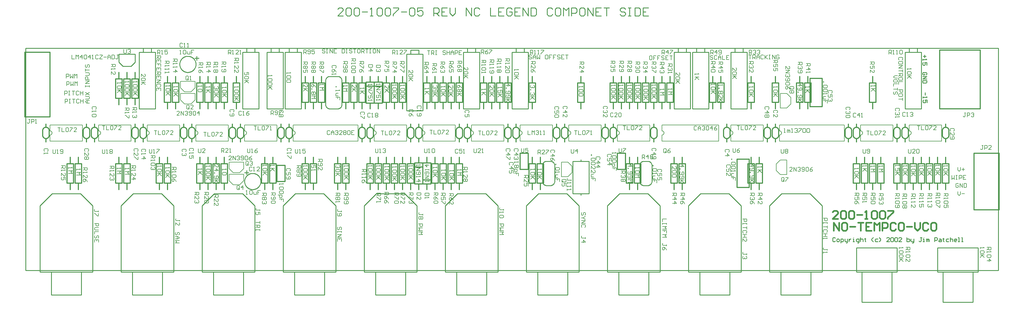
<source format=gto>
*%FSLAX23Y23*%
*%MOIN*%
G01*
%ADD11C,0.006*%
%ADD12C,0.007*%
%ADD13C,0.008*%
%ADD14C,0.010*%
%ADD15C,0.012*%
%ADD16C,0.020*%
%ADD17C,0.032*%
%ADD18C,0.036*%
%ADD19C,0.050*%
%ADD20C,0.050*%
%ADD21C,0.052*%
%ADD22C,0.054*%
%ADD23C,0.055*%
%ADD24C,0.056*%
%ADD25C,0.059*%
%ADD26C,0.060*%
%ADD27C,0.062*%
%ADD28C,0.066*%
%ADD29C,0.070*%
%ADD30C,0.080*%
%ADD31C,0.090*%
%ADD32C,0.095*%
%ADD33C,0.115*%
%ADD34C,0.120*%
%ADD35C,0.124*%
%ADD36C,0.125*%
%ADD37C,0.129*%
%ADD38C,0.150*%
%ADD39C,0.154*%
%ADD40R,0.062X0.062*%
%ADD41R,0.066X0.066*%
D11*
X15615Y8134D02*
X15631D01*
X15623D02*
X15615D01*
X15623D02*
Y8092D01*
X15615Y8084D01*
X15606D01*
X15598Y8092D01*
X15648Y8084D02*
Y8134D01*
X15673D01*
X15681Y8126D01*
Y8109D01*
X15673Y8101D01*
X15648D01*
X15698Y8084D02*
X15731D01*
X15698D02*
X15731Y8117D01*
Y8126D01*
X15723Y8134D01*
X15706D01*
X15698Y8126D01*
X15593Y6874D02*
Y6857D01*
Y6866D01*
X15643D01*
X15644D01*
X15643D02*
X15635Y6874D01*
Y6832D02*
X15643Y6824D01*
Y6807D01*
X15635Y6799D01*
X15601D01*
X15593Y6807D01*
Y6824D01*
X15601Y6832D01*
X15635D01*
X15643Y6782D02*
X15593D01*
X15610D01*
X15643Y6749D01*
X15618Y6774D01*
X15593Y6749D01*
X15679Y6874D02*
X15729D01*
Y6849D01*
X15721Y6841D01*
X15704D01*
X15696Y6849D01*
Y6874D01*
Y6857D02*
X15679Y6841D01*
Y6824D02*
Y6807D01*
Y6816D01*
X15729D01*
X15730D01*
X15729D02*
X15721Y6824D01*
Y6782D02*
X15729Y6774D01*
Y6757D01*
X15721Y6749D01*
X15687D01*
X15679Y6757D01*
Y6774D01*
X15687Y6782D01*
X15721D01*
X15729Y6707D02*
X15679D01*
X15704Y6732D02*
X15729Y6707D01*
X15704Y6699D02*
Y6732D01*
X14693Y9072D02*
Y9089D01*
Y9081D02*
Y9072D01*
Y9081D02*
X14743D01*
X14744D01*
X14743D02*
X14735Y9089D01*
Y9047D02*
X14743Y9039D01*
Y9022D01*
X14735Y9014D01*
X14701D01*
X14693Y9022D01*
Y9039D01*
X14701Y9047D01*
X14735D01*
X14743Y8997D02*
X14693D01*
X14710D01*
X14743Y8964D01*
X14718Y8989D01*
X14693Y8964D01*
X14468Y9264D02*
Y9314D01*
X14493D01*
X14501Y9306D01*
Y9289D01*
X14493Y9281D01*
X14468D01*
X14485D02*
X14501Y9264D01*
X14518D02*
X14535D01*
X14526D01*
Y9314D01*
X14527D01*
X14526D02*
X14518Y9306D01*
X14560Y9264D02*
X14576D01*
X14568D01*
Y9314D01*
X14569D01*
X14568D02*
X14560Y9306D01*
X14601D02*
X14610Y9314D01*
X14626D01*
X14635Y9306D01*
Y9272D01*
X14626Y9264D01*
X14610D01*
X14601Y9272D01*
Y9306D01*
X15400Y8539D02*
X15416D01*
X15408D02*
X15400D01*
X15408D02*
Y8497D01*
X15400Y8489D01*
X15391D01*
X15383Y8497D01*
X15433Y8489D02*
Y8539D01*
X15458D01*
X15466Y8531D01*
Y8514D01*
X15458Y8506D01*
X15433D01*
X15483Y8531D02*
X15491Y8539D01*
X15508D01*
X15516Y8531D01*
Y8522D01*
X15517D01*
X15516D02*
X15517D01*
X15516D02*
X15517D01*
X15516D02*
X15508Y8514D01*
X15500D01*
X15508D01*
X15516Y8506D01*
Y8497D01*
X15508Y8489D01*
X15491D01*
X15483Y8497D01*
X13988Y8584D02*
X13980Y8576D01*
X13988Y8584D02*
Y8601D01*
X13980Y8609D01*
X13946D01*
X13938Y8601D01*
Y8584D01*
X13946Y8576D01*
X13980Y8559D02*
X13988Y8551D01*
Y8534D01*
X13980Y8526D01*
X13971D01*
X13972D01*
X13971D02*
X13972D01*
X13971D02*
X13972D01*
X13971D02*
X13963Y8534D01*
Y8542D01*
Y8534D01*
X13955Y8526D01*
X13946D01*
X13938Y8534D01*
Y8551D01*
X13946Y8559D01*
X13980Y8509D02*
X13988Y8501D01*
Y8484D01*
X13980Y8476D01*
X13946D01*
X13938Y8484D01*
Y8501D01*
X13946Y8509D01*
X13980D01*
X14193Y8314D02*
X14226D01*
X14210D01*
Y8264D01*
X14243D02*
Y8314D01*
Y8264D02*
X14276D01*
X14293Y8306D02*
X14301Y8314D01*
X14318D01*
X14326Y8306D01*
Y8272D01*
X14318Y8264D01*
X14301D01*
X14293Y8272D01*
Y8306D01*
X14343Y8314D02*
X14376D01*
Y8306D01*
X14343Y8272D01*
Y8264D01*
X14393D02*
X14426D01*
X14393D02*
X14426Y8297D01*
Y8306D01*
X14418Y8314D01*
X14401D01*
X14393Y8306D01*
X14148Y8089D02*
Y8047D01*
X14156Y8039D01*
X14173D01*
X14181Y8047D01*
Y8089D01*
X14198Y8047D02*
X14206Y8039D01*
X14223D01*
X14231Y8047D01*
Y8081D01*
X14223Y8089D01*
X14206D01*
X14198Y8081D01*
Y8072D01*
X14206Y8064D01*
X14231D01*
X14590Y8561D02*
X14598Y8569D01*
Y8586D01*
X14590Y8594D01*
X14556D01*
X14548Y8586D01*
Y8569D01*
X14556Y8561D01*
X14590Y8544D02*
X14598Y8536D01*
Y8519D01*
X14590Y8511D01*
X14581D01*
X14582D01*
X14581D02*
X14582D01*
X14581D02*
X14582D01*
X14581D02*
X14573Y8519D01*
Y8527D01*
Y8519D01*
X14565Y8511D01*
X14556D01*
X14548Y8519D01*
Y8536D01*
X14556Y8544D01*
X14548Y8494D02*
Y8477D01*
Y8486D01*
X14598D01*
X14599D01*
X14598D02*
X14590Y8494D01*
X14061Y8526D02*
X14053Y8534D01*
X14036D01*
X14028Y8526D01*
Y8492D01*
X14036Y8484D01*
X14053D01*
X14061Y8492D01*
X14103Y8484D02*
Y8534D01*
X14078Y8509D01*
X14111D01*
X14128Y8484D02*
X14145D01*
X14136D01*
Y8534D01*
X14137D01*
X14136D02*
X14128Y8526D01*
X14243Y7884D02*
Y7867D01*
Y7876D01*
X14293D01*
X14294D01*
X14293D02*
X14285Y7884D01*
X14293Y7842D02*
X14243D01*
X14276Y7826D02*
X14293Y7842D01*
X14276Y7826D02*
X14293Y7809D01*
X14243D01*
X14248Y7544D02*
X14298D01*
Y7519D01*
X14290Y7511D01*
X14273D01*
X14265Y7519D01*
Y7544D01*
Y7527D02*
X14248Y7511D01*
X14298Y7494D02*
Y7461D01*
Y7494D02*
X14273D01*
X14281Y7477D01*
Y7469D01*
X14273Y7461D01*
X14256D01*
X14248Y7469D01*
Y7486D01*
X14256Y7494D01*
X14290Y7444D02*
X14298Y7436D01*
Y7419D01*
X14290Y7411D01*
X14256D01*
X14248Y7419D01*
Y7436D01*
X14256Y7444D01*
X14290D01*
X14143Y7872D02*
Y7889D01*
Y7881D02*
Y7872D01*
Y7881D02*
X14193D01*
X14194D01*
X14193D02*
X14185Y7889D01*
X14193Y7847D02*
X14143D01*
X14160D01*
X14193Y7814D01*
X14168Y7839D01*
X14143Y7814D01*
Y7544D02*
X14193D01*
Y7519D01*
X14185Y7511D01*
X14168D01*
X14160Y7519D01*
Y7544D01*
Y7527D02*
X14143Y7511D01*
X14193Y7494D02*
Y7461D01*
Y7494D02*
X14168D01*
X14176Y7477D01*
Y7469D01*
X14168Y7461D01*
X14151D01*
X14143Y7469D01*
Y7486D01*
X14151Y7494D01*
X14143Y7444D02*
Y7427D01*
Y7436D01*
X14193D01*
X14194D01*
X14193D02*
X14185Y7444D01*
X14343Y7867D02*
Y7884D01*
Y7876D02*
Y7867D01*
Y7876D02*
X14393D01*
X14394D01*
X14393D02*
X14385Y7884D01*
X14393Y7842D02*
X14343D01*
X14376Y7826D02*
X14393Y7842D01*
X14376Y7826D02*
X14393Y7809D01*
X14343D01*
X14348Y7539D02*
X14398D01*
Y7514D01*
X14390Y7506D01*
X14373D01*
X14365Y7514D01*
Y7539D01*
Y7522D02*
X14348Y7506D01*
X14398Y7489D02*
Y7456D01*
Y7489D02*
X14373D01*
X14381Y7472D01*
Y7464D01*
X14373Y7456D01*
X14356D01*
X14348Y7464D01*
Y7481D01*
X14356Y7489D01*
X14390Y7439D02*
X14398Y7431D01*
Y7414D01*
X14390Y7406D01*
X14381D01*
X14382D01*
X14381D02*
X14382D01*
X14381D02*
X14382D01*
X14381D02*
X14373Y7414D01*
Y7422D01*
Y7414D01*
X14365Y7406D01*
X14356D01*
X14348Y7414D01*
Y7431D01*
X14356Y7439D01*
X14043Y7837D02*
Y7854D01*
Y7846D02*
Y7837D01*
Y7846D02*
X14093D01*
X14094D01*
X14093D02*
X14085Y7854D01*
Y7812D02*
X14093Y7804D01*
Y7787D01*
X14085Y7779D01*
X14051D01*
X14043Y7787D01*
Y7804D01*
X14051Y7812D01*
X14085D01*
X14093Y7762D02*
X14043D01*
X14060D01*
X14093Y7729D01*
X14068Y7754D01*
X14043Y7729D01*
X14048Y7544D02*
X14098D01*
Y7519D01*
X14090Y7511D01*
X14073D01*
X14065Y7519D01*
Y7544D01*
Y7527D02*
X14048Y7511D01*
X14098Y7494D02*
Y7461D01*
Y7494D02*
X14073D01*
X14081Y7477D01*
Y7469D01*
X14073Y7461D01*
X14056D01*
X14048Y7469D01*
Y7486D01*
X14056Y7494D01*
X14090Y7427D02*
X14098Y7411D01*
X14090Y7427D02*
X14073Y7444D01*
X14056D01*
X14048Y7436D01*
Y7419D01*
X14056Y7411D01*
X14065D01*
X14073Y7419D01*
Y7444D01*
X14248Y8862D02*
Y8879D01*
Y8871D02*
Y8862D01*
Y8871D02*
X14298D01*
X14299D01*
X14298D02*
X14290Y8879D01*
X14298Y8837D02*
X14248D01*
X14265D01*
X14298Y8804D01*
X14273Y8829D01*
X14248Y8804D01*
X14238Y9169D02*
X14288D01*
Y9144D01*
X14280Y9136D01*
X14263D01*
X14255Y9144D01*
Y9169D01*
Y9152D02*
X14238Y9136D01*
X14288Y9119D02*
Y9086D01*
Y9119D02*
X14263D01*
X14271Y9102D01*
Y9094D01*
X14263Y9086D01*
X14246D01*
X14238Y9094D01*
Y9111D01*
X14246Y9119D01*
X14238Y9069D02*
Y9036D01*
Y9069D02*
X14271Y9036D01*
X14280D01*
X14288Y9044D01*
Y9061D01*
X14280Y9069D01*
X14818Y8379D02*
X14851D01*
X14835D01*
Y8329D01*
X14868D02*
Y8379D01*
Y8329D02*
X14901D01*
X14918Y8371D02*
X14926Y8379D01*
X14943D01*
X14951Y8371D01*
Y8337D01*
X14943Y8329D01*
X14926D01*
X14918Y8337D01*
Y8371D01*
X14968Y8379D02*
X15001D01*
Y8371D01*
X14968Y8337D01*
Y8329D01*
X15018D02*
X15051D01*
X15018D02*
X15051Y8362D01*
Y8371D01*
X15043Y8379D01*
X15026D01*
X15018Y8371D01*
X14708Y8089D02*
Y8047D01*
X14716Y8039D01*
X14733D01*
X14741Y8047D01*
Y8089D01*
X14758Y8039D02*
X14791D01*
X14758D02*
X14791Y8072D01*
Y8081D01*
X14783Y8089D01*
X14766D01*
X14758Y8081D01*
X14808D02*
X14816Y8089D01*
X14833D01*
X14841Y8081D01*
Y8047D01*
X14833Y8039D01*
X14816D01*
X14808Y8047D01*
Y8081D01*
X14671Y8536D02*
X14663Y8544D01*
X14646D01*
X14638Y8536D01*
Y8502D01*
X14646Y8494D01*
X14663D01*
X14671Y8502D01*
X14688Y8494D02*
X14705D01*
X14696D01*
Y8544D01*
X14697D01*
X14696D02*
X14688Y8536D01*
X14730D02*
X14738Y8544D01*
X14755D01*
X14763Y8536D01*
Y8527D01*
X14764D01*
X14763D02*
X14764D01*
X14763D02*
X14764D01*
X14763D02*
X14755Y8519D01*
X14746D01*
X14755D01*
X14763Y8511D01*
Y8502D01*
X14755Y8494D01*
X14738D01*
X14730Y8502D01*
X15265Y8311D02*
X15273Y8319D01*
Y8336D01*
X15265Y8344D01*
X15231D01*
X15223Y8336D01*
Y8319D01*
X15231Y8311D01*
X15223Y8294D02*
Y8261D01*
Y8294D02*
X15256Y8261D01*
X15265D01*
X15273Y8269D01*
Y8286D01*
X15265Y8294D01*
X15231Y8244D02*
X15223Y8236D01*
Y8219D01*
X15231Y8211D01*
X15265D01*
X15273Y8219D01*
Y8236D01*
X15265Y8244D01*
X15256D01*
X15248Y8236D01*
Y8211D01*
X15043Y7894D02*
Y7877D01*
Y7886D01*
X15093D01*
X15094D01*
X15093D02*
X15085Y7894D01*
Y7852D02*
X15093Y7844D01*
Y7827D01*
X15085Y7819D01*
X15051D01*
X15043Y7827D01*
Y7844D01*
X15051Y7852D01*
X15085D01*
X15093Y7802D02*
X15043D01*
X15060D01*
X15093Y7769D01*
X15068Y7794D01*
X15043Y7769D01*
X15048Y7544D02*
X15098D01*
Y7519D01*
X15090Y7511D01*
X15073D01*
X15065Y7519D01*
Y7544D01*
Y7527D02*
X15048Y7511D01*
Y7494D02*
Y7477D01*
Y7486D01*
X15098D01*
X15099D01*
X15098D02*
X15090Y7494D01*
Y7452D02*
X15098Y7444D01*
Y7427D01*
X15090Y7419D01*
X15056D01*
X15048Y7427D01*
Y7444D01*
X15056Y7452D01*
X15090D01*
X15098Y7402D02*
Y7369D01*
X15090D01*
X15056Y7402D01*
X15048D01*
X15143Y7872D02*
Y7889D01*
Y7881D02*
Y7872D01*
Y7881D02*
X15193D01*
X15194D01*
X15193D02*
X15185Y7889D01*
Y7847D02*
X15193Y7839D01*
Y7822D01*
X15185Y7814D01*
X15151D01*
X15143Y7822D01*
Y7839D01*
X15151Y7847D01*
X15185D01*
X15193Y7797D02*
X15143D01*
X15160D01*
X15193Y7764D01*
X15168Y7789D01*
X15143Y7764D01*
X15148Y7539D02*
X15198D01*
Y7514D01*
X15190Y7506D01*
X15173D01*
X15165Y7514D01*
Y7539D01*
Y7522D02*
X15148Y7506D01*
Y7489D02*
Y7472D01*
Y7481D01*
X15198D01*
X15199D01*
X15198D02*
X15190Y7489D01*
Y7447D02*
X15198Y7439D01*
Y7422D01*
X15190Y7414D01*
X15156D01*
X15148Y7422D01*
Y7439D01*
X15156Y7447D01*
X15190D01*
X15198Y7397D02*
Y7364D01*
Y7397D02*
X15173D01*
X15181Y7381D01*
Y7372D01*
X15173Y7364D01*
X15156D01*
X15148Y7372D01*
Y7389D01*
X15156Y7397D01*
X14943Y7872D02*
Y7889D01*
Y7881D02*
Y7872D01*
Y7881D02*
X14993D01*
X14994D01*
X14993D02*
X14985Y7889D01*
Y7847D02*
X14993Y7839D01*
Y7822D01*
X14985Y7814D01*
X14951D01*
X14943Y7822D01*
Y7839D01*
X14951Y7847D01*
X14985D01*
X14993Y7797D02*
X14943D01*
X14960D01*
X14993Y7764D01*
X14968Y7789D01*
X14943Y7764D01*
X14948Y7539D02*
X14998D01*
Y7514D01*
X14990Y7506D01*
X14973D01*
X14965Y7514D01*
Y7539D01*
Y7522D02*
X14948Y7506D01*
Y7489D02*
Y7472D01*
Y7481D01*
X14998D01*
X14999D01*
X14998D02*
X14990Y7489D01*
X14948Y7447D02*
Y7431D01*
Y7439D01*
X14998D01*
X14999D01*
X14998D02*
X14990Y7447D01*
Y7406D02*
X14998Y7397D01*
Y7381D01*
X14990Y7372D01*
X14981D01*
X14982D01*
X14981D02*
X14982D01*
X14981D02*
X14982D01*
X14981D02*
X14973Y7381D01*
Y7389D01*
Y7381D01*
X14965Y7372D01*
X14956D01*
X14948Y7381D01*
Y7397D01*
X14956Y7406D01*
X14843Y7872D02*
Y7889D01*
Y7881D02*
Y7872D01*
Y7881D02*
X14893D01*
X14894D01*
X14893D02*
X14885Y7889D01*
Y7847D02*
X14893Y7839D01*
Y7822D01*
X14885Y7814D01*
X14851D01*
X14843Y7822D01*
Y7839D01*
X14851Y7847D01*
X14885D01*
X14893Y7797D02*
X14843D01*
X14860D01*
X14893Y7764D01*
X14868Y7789D01*
X14843Y7764D01*
Y7539D02*
X14893D01*
Y7514D01*
X14885Y7506D01*
X14868D01*
X14860Y7514D01*
Y7539D01*
Y7522D02*
X14843Y7506D01*
Y7489D02*
Y7472D01*
Y7481D01*
X14893D01*
X14894D01*
X14893D02*
X14885Y7489D01*
X14843Y7447D02*
Y7431D01*
Y7439D01*
X14893D01*
X14894D01*
X14893D02*
X14885Y7447D01*
X14893Y7406D02*
Y7372D01*
Y7406D02*
X14868D01*
X14876Y7389D01*
Y7381D01*
X14868Y7372D01*
X14851D01*
X14843Y7381D01*
Y7397D01*
X14851Y7406D01*
X14743Y7867D02*
Y7884D01*
Y7876D02*
Y7867D01*
Y7876D02*
X14793D01*
X14794D01*
X14793D02*
X14785Y7884D01*
Y7842D02*
X14793Y7834D01*
Y7817D01*
X14785Y7809D01*
X14751D01*
X14743Y7817D01*
Y7834D01*
X14751Y7842D01*
X14785D01*
X14793Y7792D02*
X14743D01*
X14760D01*
X14793Y7759D01*
X14768Y7784D01*
X14743Y7759D01*
Y7534D02*
X14793D01*
Y7509D01*
X14785Y7501D01*
X14768D01*
X14760Y7509D01*
Y7534D01*
Y7517D02*
X14743Y7501D01*
Y7484D02*
Y7467D01*
Y7476D01*
X14793D01*
X14794D01*
X14793D02*
X14785Y7484D01*
X14743Y7442D02*
Y7426D01*
Y7434D01*
X14793D01*
X14794D01*
X14793D02*
X14785Y7442D01*
X14743Y7401D02*
Y7367D01*
Y7401D02*
X14776Y7367D01*
X14785D01*
X14793Y7376D01*
Y7392D01*
X14785Y7401D01*
X14643Y7872D02*
Y7889D01*
Y7881D02*
Y7872D01*
Y7881D02*
X14693D01*
X14694D01*
X14693D02*
X14685Y7889D01*
Y7847D02*
X14693Y7839D01*
Y7822D01*
X14685Y7814D01*
X14651D01*
X14643Y7822D01*
Y7839D01*
X14651Y7847D01*
X14685D01*
X14693Y7797D02*
X14643D01*
X14660D01*
X14693Y7764D01*
X14668Y7789D01*
X14643Y7764D01*
X14638Y7534D02*
X14688D01*
Y7509D01*
X14680Y7501D01*
X14663D01*
X14655Y7509D01*
Y7534D01*
Y7517D02*
X14638Y7501D01*
Y7484D02*
Y7467D01*
Y7476D01*
X14688D01*
X14689D01*
X14688D02*
X14680Y7484D01*
Y7442D02*
X14688Y7434D01*
Y7417D01*
X14680Y7409D01*
X14646D01*
X14638Y7417D01*
Y7434D01*
X14646Y7442D01*
X14680D01*
Y7392D02*
X14688Y7384D01*
Y7367D01*
X14680Y7359D01*
X14671D01*
X14663Y7367D01*
X14655Y7359D01*
X14646D01*
X14638Y7367D01*
Y7384D01*
X14646Y7392D01*
X14655D01*
X14663Y7384D01*
X14671Y7392D01*
X14680D01*
X14663Y7384D02*
Y7367D01*
X14548Y7877D02*
Y7894D01*
Y7886D02*
Y7877D01*
Y7886D02*
X14598D01*
X14599D01*
X14598D02*
X14590Y7894D01*
X14598Y7852D02*
Y7819D01*
Y7852D02*
X14573D01*
X14581Y7836D01*
Y7827D01*
X14573Y7819D01*
X14556D01*
X14548Y7827D01*
Y7844D01*
X14556Y7852D01*
X14548Y7802D02*
X14598D01*
X14565D02*
X14548D01*
X14565D02*
X14598Y7769D01*
X14573Y7794D01*
X14548Y7769D01*
Y7539D02*
X14598D01*
Y7514D01*
X14590Y7506D01*
X14573D01*
X14565Y7514D01*
Y7539D01*
Y7522D02*
X14548Y7506D01*
Y7489D02*
Y7472D01*
Y7481D01*
X14598D01*
X14599D01*
X14598D02*
X14590Y7489D01*
Y7447D02*
X14598Y7439D01*
Y7422D01*
X14590Y7414D01*
X14556D01*
X14548Y7422D01*
Y7439D01*
X14556Y7447D01*
X14590D01*
X14556Y7397D02*
X14548Y7389D01*
Y7372D01*
X14556Y7364D01*
X14590D01*
X14598Y7372D01*
Y7389D01*
X14590Y7397D01*
X14581D01*
X14573Y7389D01*
Y7364D01*
X14593Y6874D02*
Y6857D01*
Y6866D01*
X14643D01*
X14644D01*
X14643D02*
X14635Y6874D01*
Y6832D02*
X14643Y6824D01*
Y6807D01*
X14635Y6799D01*
X14601D01*
X14593Y6807D01*
Y6824D01*
X14601Y6832D01*
X14635D01*
Y6782D02*
X14643Y6774D01*
Y6757D01*
X14635Y6749D01*
X14601D01*
X14593Y6757D01*
Y6774D01*
X14601Y6782D01*
X14635D01*
X14643Y6732D02*
X14593D01*
X14610D01*
X14643Y6699D01*
X14618Y6724D01*
X14593Y6699D01*
X14679Y6874D02*
X14729D01*
Y6849D01*
X14721Y6841D01*
X14704D01*
X14696Y6849D01*
Y6874D01*
Y6857D02*
X14679Y6841D01*
Y6824D02*
Y6807D01*
Y6816D01*
X14729D01*
X14730D01*
X14729D02*
X14721Y6824D01*
Y6782D02*
X14729Y6774D01*
Y6757D01*
X14721Y6749D01*
X14687D01*
X14679Y6757D01*
Y6774D01*
X14687Y6782D01*
X14721D01*
X14679Y6732D02*
Y6699D01*
Y6732D02*
X14712Y6699D01*
X14721D01*
X14729Y6707D01*
Y6724D01*
X14721Y6732D01*
X13043Y8847D02*
Y8864D01*
Y8856D02*
Y8847D01*
Y8856D02*
X13093D01*
X13094D01*
X13093D02*
X13085Y8864D01*
Y8822D02*
X13093Y8814D01*
Y8797D01*
X13085Y8789D01*
X13051D01*
X13043Y8797D01*
Y8814D01*
X13051Y8822D01*
X13085D01*
X13093Y8772D02*
X13043D01*
X13060D01*
X13093Y8739D01*
X13068Y8764D01*
X13043Y8739D01*
Y9189D02*
X13093D01*
Y9164D01*
X13085Y9156D01*
X13068D01*
X13060Y9164D01*
Y9189D01*
Y9172D02*
X13043Y9156D01*
X13093Y9139D02*
Y9106D01*
Y9139D02*
X13068D01*
X13076Y9122D01*
Y9114D01*
X13068Y9106D01*
X13051D01*
X13043Y9114D01*
Y9131D01*
X13051Y9139D01*
X13093Y9089D02*
Y9056D01*
Y9089D02*
X13068D01*
X13076Y9072D01*
Y9064D01*
X13068Y9056D01*
X13051D01*
X13043Y9064D01*
Y9081D01*
X13051Y9089D01*
X12273Y8899D02*
Y8882D01*
Y8891D01*
X12323D01*
X12324D01*
X12323D02*
X12315Y8899D01*
Y8857D02*
X12323Y8849D01*
Y8832D01*
X12315Y8824D01*
X12281D01*
X12273Y8832D01*
Y8849D01*
X12281Y8857D01*
X12315D01*
X12323Y8807D02*
X12273D01*
X12290D01*
X12323Y8774D01*
X12298Y8799D01*
X12273Y8774D01*
Y9174D02*
X12323D01*
Y9149D01*
X12315Y9141D01*
X12298D01*
X12290Y9149D01*
Y9174D01*
Y9157D02*
X12273Y9141D01*
Y9099D02*
X12323D01*
X12298Y9124D01*
Y9091D01*
X12315Y9074D02*
X12323Y9066D01*
Y9049D01*
X12315Y9041D01*
X12281D01*
X12273Y9049D01*
Y9066D01*
X12281Y9074D01*
X12315D01*
X12538Y9061D02*
Y9094D01*
X12571Y9061D01*
X12580D01*
X12588Y9069D01*
Y9086D01*
X12580Y9094D01*
Y9044D02*
X12588Y9036D01*
Y9019D01*
X12580Y9011D01*
X12546D01*
X12538Y9019D01*
Y9036D01*
X12546Y9044D01*
X12580D01*
X12588Y8994D02*
X12538D01*
X12555D01*
X12588Y8961D01*
X12563Y8986D01*
X12538Y8961D01*
X12743Y9264D02*
Y9314D01*
X12768D01*
X12776Y9306D01*
Y9289D01*
X12768Y9281D01*
X12743D01*
X12760D02*
X12776Y9264D01*
X12793Y9306D02*
X12801Y9314D01*
X12818D01*
X12826Y9306D01*
Y9297D01*
X12827D01*
X12826D02*
X12827D01*
X12826D02*
X12827D01*
X12826D02*
X12818Y9289D01*
X12810D01*
X12818D01*
X12826Y9281D01*
Y9272D01*
X12818Y9264D01*
X12801D01*
X12793Y9272D01*
X12843Y9306D02*
X12851Y9314D01*
X12868D01*
X12876Y9306D01*
Y9297D01*
X12877D01*
X12876D02*
X12877D01*
X12876D02*
X12877D01*
X12876D02*
X12868Y9289D01*
X12860D01*
X12868D01*
X12876Y9281D01*
Y9272D01*
X12868Y9264D01*
X12851D01*
X12843Y9272D01*
X13658Y8924D02*
X13666D01*
Y8916D01*
X13658D01*
Y8924D01*
X13700Y8882D02*
X13708Y8874D01*
Y8857D01*
X13700Y8849D01*
X13666D01*
X13658Y8857D01*
Y8874D01*
X13666Y8882D01*
X13700D01*
Y8832D02*
X13708Y8824D01*
Y8807D01*
X13700Y8799D01*
X13666D01*
X13658Y8807D01*
Y8824D01*
X13666Y8832D01*
X13700D01*
X13658Y8782D02*
Y8766D01*
Y8774D01*
X13708D01*
X13709D01*
X13708D02*
X13700Y8782D01*
X13691Y8741D02*
X13666D01*
X13658Y8732D01*
Y8707D01*
X13691D01*
X13708Y8691D02*
Y8657D01*
Y8691D02*
X13683D01*
Y8674D01*
Y8691D01*
X13658D01*
X13760Y8781D02*
X13768Y8789D01*
Y8806D01*
X13760Y8814D01*
X13726D01*
X13718Y8806D01*
Y8789D01*
X13726Y8781D01*
X13768Y8764D02*
Y8731D01*
Y8764D02*
X13743D01*
X13751Y8747D01*
Y8739D01*
X13743Y8731D01*
X13726D01*
X13718Y8739D01*
Y8756D01*
X13726Y8764D01*
X13760Y8714D02*
X13768Y8706D01*
Y8689D01*
X13760Y8681D01*
X13751D01*
X13752D01*
X13751D02*
X13752D01*
X13751D02*
X13752D01*
X13751D02*
X13743Y8689D01*
Y8697D01*
Y8689D01*
X13735Y8681D01*
X13726D01*
X13718Y8689D01*
Y8706D01*
X13726Y8714D01*
X13393Y8874D02*
X13343D01*
X13368Y8899D02*
X13393Y8874D01*
X13368Y8866D02*
Y8899D01*
X13351Y8849D02*
X13343Y8841D01*
Y8824D01*
X13351Y8816D01*
X13385D01*
X13393Y8824D01*
Y8841D01*
X13385Y8849D01*
X13376D01*
X13368Y8841D01*
Y8816D01*
X13351Y8799D02*
X13343D01*
X13351D02*
Y8791D01*
X13343D01*
Y8799D01*
X13351Y8757D02*
X13343Y8749D01*
Y8732D01*
X13351Y8724D01*
X13385D01*
X13393Y8732D01*
Y8749D01*
X13385Y8757D01*
X13376D01*
X13368Y8749D01*
Y8724D01*
X13393Y8707D02*
X13343D01*
X13360D01*
X13393Y8674D01*
X13368Y8699D01*
X13343Y8674D01*
X13348Y9164D02*
X13398D01*
Y9139D01*
X13390Y9131D01*
X13373D01*
X13365Y9139D01*
Y9164D01*
Y9147D02*
X13348Y9131D01*
X13390Y9114D02*
X13398Y9106D01*
Y9089D01*
X13390Y9081D01*
X13381D01*
X13382D01*
X13381D02*
X13382D01*
X13381D02*
X13382D01*
X13381D02*
X13373Y9089D01*
Y9097D01*
Y9089D01*
X13365Y9081D01*
X13356D01*
X13348Y9089D01*
Y9106D01*
X13356Y9114D01*
Y9064D02*
X13348Y9056D01*
Y9039D01*
X13356Y9031D01*
X13390D01*
X13398Y9039D01*
Y9056D01*
X13390Y9064D01*
X13381D01*
X13373Y9056D01*
Y9031D01*
X13276Y7814D02*
X13243D01*
X13276Y7847D01*
Y7856D01*
X13268Y7864D01*
X13251D01*
X13243Y7856D01*
X13293Y7864D02*
Y7814D01*
X13326D02*
X13293Y7864D01*
X13326D02*
Y7814D01*
X13343Y7856D02*
X13351Y7864D01*
X13368D01*
X13376Y7856D01*
Y7847D01*
X13377D01*
X13376D02*
X13377D01*
X13376D02*
X13377D01*
X13376D02*
X13368Y7839D01*
X13360D01*
X13368D01*
X13376Y7831D01*
Y7822D01*
X13368Y7814D01*
X13351D01*
X13343Y7822D01*
X13393D02*
X13401Y7814D01*
X13418D01*
X13426Y7822D01*
Y7856D01*
X13418Y7864D01*
X13401D01*
X13393Y7856D01*
Y7847D01*
X13401Y7839D01*
X13426D01*
X13443Y7856D02*
X13451Y7864D01*
X13468D01*
X13476Y7856D01*
Y7822D01*
X13468Y7814D01*
X13451D01*
X13443Y7822D01*
Y7856D01*
X13510D02*
X13526Y7864D01*
X13510Y7856D02*
X13493Y7839D01*
Y7822D01*
X13501Y7814D01*
X13518D01*
X13526Y7822D01*
Y7831D01*
X13518Y7839D01*
X13493D01*
X13176Y7731D02*
Y7697D01*
Y7731D02*
X13168Y7739D01*
X13151D01*
X13143Y7731D01*
Y7697D01*
X13151Y7689D01*
X13168D01*
X13176D02*
X13160Y7706D01*
X13168Y7689D02*
X13176Y7697D01*
X13193Y7739D02*
X13226D01*
Y7731D01*
X13193Y7697D01*
Y7689D01*
X13193Y9081D02*
Y9114D01*
X13226Y9081D01*
X13235D01*
X13243Y9089D01*
Y9106D01*
X13235Y9114D01*
X13243Y9064D02*
X13193D01*
Y9031D02*
X13243Y9064D01*
Y9031D02*
X13193D01*
X13235Y9014D02*
X13243Y9006D01*
Y8989D01*
X13235Y8981D01*
X13226D01*
X13227D01*
X13226D02*
X13227D01*
X13226D02*
X13227D01*
X13226D02*
X13218Y8989D01*
Y8997D01*
Y8989D01*
X13210Y8981D01*
X13201D01*
X13193Y8989D01*
Y9006D01*
X13201Y9014D01*
Y8964D02*
X13193Y8956D01*
Y8939D01*
X13201Y8931D01*
X13235D01*
X13243Y8939D01*
Y8956D01*
X13235Y8964D01*
X13226D01*
X13218Y8956D01*
Y8931D01*
X13235Y8914D02*
X13243Y8906D01*
Y8889D01*
X13235Y8881D01*
X13201D01*
X13193Y8889D01*
Y8906D01*
X13201Y8914D01*
X13235D01*
Y8847D02*
X13243Y8831D01*
X13235Y8847D02*
X13218Y8864D01*
X13201D01*
X13193Y8856D01*
Y8839D01*
X13201Y8831D01*
X13210D01*
X13218Y8839D01*
Y8864D01*
X13251Y8831D02*
X13285D01*
X13293Y8839D01*
Y8856D01*
X13285Y8864D01*
X13251D01*
X13243Y8856D01*
Y8839D01*
Y8831D02*
X13260Y8847D01*
X13243Y8839D02*
X13251Y8831D01*
X13285Y8814D02*
X13293Y8806D01*
Y8789D01*
X13285Y8781D01*
X13276D01*
X13268Y8789D01*
X13260Y8781D01*
X13251D01*
X13243Y8789D01*
Y8806D01*
X13251Y8814D01*
X13260D01*
X13268Y8806D01*
X13276Y8814D01*
X13285D01*
X13268Y8806D02*
Y8789D01*
X12368Y8872D02*
Y8889D01*
Y8881D02*
Y8872D01*
Y8881D02*
X12418D01*
X12419D01*
X12418D02*
X12410Y8889D01*
X12376Y8847D02*
X12368D01*
X12376D02*
Y8839D01*
X12368D01*
Y8847D01*
X12410Y8806D02*
X12418Y8797D01*
Y8781D01*
X12410Y8772D01*
X12401D01*
X12393Y8781D01*
X12385Y8772D01*
X12376D01*
X12368Y8781D01*
Y8797D01*
X12376Y8806D01*
X12385D01*
X12393Y8797D01*
X12401Y8806D01*
X12410D01*
X12393Y8797D02*
Y8781D01*
X12368Y8756D02*
Y8722D01*
Y8756D02*
X12401Y8722D01*
X12410D01*
X12418Y8731D01*
Y8747D01*
X12410Y8756D01*
X12418Y8706D02*
X12368D01*
X12385D01*
X12418Y8672D01*
X12393Y8697D01*
X12368Y8672D01*
Y9169D02*
X12418D01*
Y9144D01*
X12410Y9136D01*
X12393D01*
X12385Y9144D01*
Y9169D01*
Y9152D02*
X12368Y9136D01*
Y9094D02*
X12418D01*
X12393Y9119D01*
Y9086D01*
X12418Y9069D02*
Y9036D01*
Y9069D02*
X12393D01*
X12401Y9052D01*
Y9044D01*
X12393Y9036D01*
X12376D01*
X12368Y9044D01*
Y9061D01*
X12376Y9069D01*
X12498Y8059D02*
X12490Y8051D01*
X12498Y8059D02*
Y8076D01*
X12490Y8084D01*
X12456D01*
X12448Y8076D01*
Y8059D01*
X12456Y8051D01*
X12448Y8009D02*
X12498D01*
X12473Y8034D01*
Y8001D01*
X12593Y8379D02*
X12626D01*
X12610D01*
Y8329D01*
X12643D02*
Y8379D01*
Y8329D02*
X12676D01*
X12693Y8371D02*
X12701Y8379D01*
X12718D01*
X12726Y8371D01*
Y8337D01*
X12718Y8329D01*
X12701D01*
X12693Y8337D01*
Y8371D01*
X12743Y8379D02*
X12776D01*
Y8371D01*
X12743Y8337D01*
Y8329D01*
X12793D02*
X12826D01*
X12793D02*
X12826Y8362D01*
Y8371D01*
X12818Y8379D01*
X12801D01*
X12793Y8371D01*
X12543Y8099D02*
Y8057D01*
X12551Y8049D01*
X12568D01*
X12576Y8057D01*
Y8099D01*
X12610Y8091D02*
X12626Y8099D01*
X12610Y8091D02*
X12593Y8074D01*
Y8057D01*
X12601Y8049D01*
X12618D01*
X12626Y8057D01*
Y8066D01*
X12618Y8074D01*
X12593D01*
X12980Y8581D02*
X12988Y8589D01*
Y8606D01*
X12980Y8614D01*
X12946D01*
X12938Y8606D01*
Y8589D01*
X12946Y8581D01*
X12938Y8539D02*
X12988D01*
X12963Y8564D01*
Y8531D01*
X12980Y8514D02*
X12988Y8506D01*
Y8489D01*
X12980Y8481D01*
X12971D01*
X12963Y8489D01*
X12955Y8481D01*
X12946D01*
X12938Y8489D01*
Y8506D01*
X12946Y8514D01*
X12955D01*
X12963Y8506D01*
X12971Y8514D01*
X12980D01*
X12963Y8506D02*
Y8489D01*
X12743Y8847D02*
Y8864D01*
Y8856D02*
Y8847D01*
Y8856D02*
X12793D01*
X12794D01*
X12793D02*
X12785Y8864D01*
Y8822D02*
X12793Y8814D01*
Y8797D01*
X12785Y8789D01*
X12751D01*
X12743Y8797D01*
Y8814D01*
X12751Y8822D01*
X12785D01*
X12793Y8772D02*
X12743D01*
X12760D01*
X12793Y8739D01*
X12768Y8764D01*
X12743Y8739D01*
Y9174D02*
X12793D01*
Y9149D01*
X12785Y9141D01*
X12768D01*
X12760Y9149D01*
Y9174D01*
Y9157D02*
X12743Y9141D01*
X12785Y9124D02*
X12793Y9116D01*
Y9099D01*
X12785Y9091D01*
X12776D01*
X12777D01*
X12776D02*
X12777D01*
X12776D02*
X12777D01*
X12776D02*
X12768Y9099D01*
Y9107D01*
Y9099D01*
X12760Y9091D01*
X12751D01*
X12743Y9099D01*
Y9116D01*
X12751Y9124D01*
X12743Y9074D02*
Y9041D01*
Y9074D02*
X12776Y9041D01*
X12785D01*
X12793Y9049D01*
Y9066D01*
X12785Y9074D01*
X12803Y7879D02*
X12753D01*
X12778Y7904D02*
X12803Y7879D01*
X12778Y7871D02*
Y7904D01*
X12761Y7854D02*
X12753Y7846D01*
Y7829D01*
X12761Y7821D01*
X12795D01*
X12803Y7829D01*
Y7846D01*
X12795Y7854D01*
X12786D01*
X12778Y7846D01*
Y7821D01*
X12761Y7804D02*
X12753D01*
X12761D02*
Y7796D01*
X12753D01*
Y7804D01*
X12761Y7762D02*
X12753Y7754D01*
Y7737D01*
X12761Y7729D01*
X12795D01*
X12803Y7737D01*
Y7754D01*
X12795Y7762D01*
X12786D01*
X12778Y7754D01*
Y7729D01*
X12803Y7712D02*
X12753D01*
X12770D01*
X12803Y7679D01*
X12778Y7704D01*
X12753Y7679D01*
X12758Y7544D02*
X12808D01*
Y7519D01*
X12800Y7511D01*
X12783D01*
X12775Y7519D01*
Y7544D01*
Y7527D02*
X12758Y7511D01*
X12800Y7494D02*
X12808Y7486D01*
Y7469D01*
X12800Y7461D01*
X12791D01*
X12792D01*
X12791D02*
X12792D01*
X12791D02*
X12792D01*
X12791D02*
X12783Y7469D01*
Y7477D01*
Y7469D01*
X12775Y7461D01*
X12766D01*
X12758Y7469D01*
Y7486D01*
X12766Y7494D01*
X12800Y7427D02*
X12808Y7411D01*
X12800Y7427D02*
X12783Y7444D01*
X12766D01*
X12758Y7436D01*
Y7419D01*
X12766Y7411D01*
X12775D01*
X12783Y7419D01*
Y7444D01*
X12848Y7857D02*
Y7874D01*
Y7866D02*
Y7857D01*
Y7866D02*
X12898D01*
X12899D01*
X12898D02*
X12890Y7874D01*
X12898Y7832D02*
X12848D01*
X12865D01*
X12898Y7799D01*
X12873Y7824D01*
X12848Y7799D01*
X12853Y7544D02*
X12903D01*
Y7519D01*
X12895Y7511D01*
X12878D01*
X12870Y7519D01*
Y7544D01*
Y7527D02*
X12853Y7511D01*
Y7469D02*
X12903D01*
X12878Y7494D01*
Y7461D01*
X12853Y7444D02*
Y7411D01*
Y7444D02*
X12886Y7411D01*
X12895D01*
X12903Y7419D01*
Y7436D01*
X12895Y7444D01*
X12531Y7969D02*
X12523D01*
X12531D02*
Y7961D01*
X12523D01*
Y7969D01*
X12565Y7927D02*
X12573Y7919D01*
Y7902D01*
X12565Y7894D01*
X12531D01*
X12523Y7902D01*
Y7919D01*
X12531Y7927D01*
X12565D01*
Y7877D02*
X12573Y7869D01*
Y7852D01*
X12565Y7844D01*
X12531D01*
X12523Y7852D01*
Y7869D01*
X12531Y7877D01*
X12565D01*
X12523Y7827D02*
Y7811D01*
Y7819D01*
X12573D01*
X12574D01*
X12573D02*
X12565Y7827D01*
X12556Y7786D02*
X12531D01*
X12523Y7777D01*
Y7752D01*
X12556D01*
X12573Y7736D02*
Y7702D01*
Y7736D02*
X12548D01*
Y7719D01*
Y7736D01*
X12523D01*
X12505Y7861D02*
X12513Y7869D01*
Y7886D01*
X12505Y7894D01*
X12471D01*
X12463Y7886D01*
Y7869D01*
X12471Y7861D01*
X12513Y7844D02*
Y7811D01*
Y7844D02*
X12488D01*
X12496Y7827D01*
Y7819D01*
X12488Y7811D01*
X12471D01*
X12463Y7819D01*
Y7836D01*
X12471Y7844D01*
X12463Y7794D02*
Y7761D01*
Y7794D02*
X12496Y7761D01*
X12505D01*
X12513Y7769D01*
Y7786D01*
X12505Y7794D01*
X13173Y8294D02*
X13190D01*
X13181D01*
Y8344D01*
X13173D01*
X13215Y8327D02*
Y8294D01*
Y8327D02*
X13223D01*
X13231Y8319D01*
Y8294D01*
Y8319D01*
X13240Y8327D01*
X13248Y8319D01*
Y8294D01*
X13265D02*
X13281D01*
X13273D01*
Y8344D01*
X13274D01*
X13273D02*
X13265Y8336D01*
X13306D02*
X13315Y8344D01*
X13331D01*
X13340Y8336D01*
Y8327D01*
X13341D01*
X13340D02*
X13341D01*
X13340D02*
X13341D01*
X13340D02*
X13331Y8319D01*
X13323D01*
X13331D01*
X13340Y8311D01*
Y8302D01*
X13331Y8294D01*
X13315D01*
X13306Y8302D01*
X13356Y8344D02*
X13390D01*
Y8336D01*
X13356Y8302D01*
Y8294D01*
X13406Y8336D02*
X13415Y8344D01*
X13431D01*
X13440Y8336D01*
Y8302D01*
X13431Y8294D01*
X13415D01*
X13406Y8302D01*
Y8336D01*
X13456D02*
X13465Y8344D01*
X13481D01*
X13490Y8336D01*
Y8302D01*
X13481Y8294D01*
X13465D01*
X13456Y8302D01*
Y8336D01*
X13138Y8089D02*
Y8047D01*
X13146Y8039D01*
X13163D01*
X13171Y8047D01*
Y8089D01*
X13188Y8081D02*
X13196Y8089D01*
X13213D01*
X13221Y8081D01*
Y8072D01*
X13213Y8064D01*
X13221Y8056D01*
Y8047D01*
X13213Y8039D01*
X13196D01*
X13188Y8047D01*
Y8056D01*
X13196Y8064D01*
X13188Y8072D01*
Y8081D01*
X13196Y8064D02*
X13213D01*
X13085Y8536D02*
X13093Y8544D01*
Y8561D01*
X13085Y8569D01*
X13051D01*
X13043Y8561D01*
Y8544D01*
X13051Y8536D01*
X13043Y8519D02*
Y8486D01*
Y8519D02*
X13076Y8486D01*
X13085D01*
X13093Y8494D01*
Y8511D01*
X13085Y8519D01*
X13438Y8847D02*
Y8864D01*
Y8856D02*
Y8847D01*
Y8856D02*
X13488D01*
X13489D01*
X13488D02*
X13480Y8864D01*
X13488Y8822D02*
X13438D01*
X13455D01*
X13488Y8789D01*
X13463Y8814D01*
X13438Y8789D01*
X13448Y9149D02*
X13498D01*
Y9124D01*
X13490Y9116D01*
X13473D01*
X13465Y9124D01*
Y9149D01*
Y9132D02*
X13448Y9116D01*
Y9074D02*
X13498D01*
X13473Y9099D01*
Y9066D01*
X13448Y9049D02*
Y9032D01*
Y9041D01*
X13498D01*
X13499D01*
X13498D02*
X13490Y9049D01*
X12713Y7224D02*
X12663D01*
X12713D02*
Y7199D01*
X12705Y7191D01*
X12688D01*
X12680Y7199D01*
Y7224D01*
X12713Y7174D02*
Y7157D01*
Y7166D01*
X12663D01*
Y7174D01*
Y7157D01*
X12713Y7132D02*
Y7099D01*
Y7116D01*
X12663D01*
X12713Y7057D02*
X12705Y7049D01*
X12713Y7057D02*
Y7074D01*
X12705Y7082D01*
X12671D01*
X12663Y7074D01*
Y7057D01*
X12671Y7049D01*
X12663Y7032D02*
X12713D01*
X12688D02*
X12663D01*
X12688D02*
Y6999D01*
X12713D01*
X12663D01*
Y6982D02*
Y6949D01*
Y6982D02*
X12696Y6949D01*
X12705D01*
X12713Y6957D01*
Y6974D01*
X12705Y6982D01*
X12713Y6797D02*
Y6781D01*
Y6789D02*
Y6797D01*
Y6789D02*
X12671D01*
X12663Y6797D01*
Y6806D01*
X12671Y6814D01*
X12705Y6764D02*
X12713Y6756D01*
Y6739D01*
X12705Y6731D01*
X12696D01*
X12697D01*
X12696D02*
X12697D01*
X12696D02*
X12697D01*
X12696D02*
X12688Y6739D01*
Y6747D01*
Y6739D01*
X12680Y6731D01*
X12671D01*
X12663Y6739D01*
Y6756D01*
X12671Y6764D01*
X13658Y7234D02*
X13708D01*
Y7209D01*
X13700Y7201D01*
X13683D01*
X13675Y7209D01*
Y7234D01*
X13708Y7184D02*
Y7167D01*
Y7176D01*
X13658D01*
Y7184D01*
Y7167D01*
X13708Y7142D02*
Y7109D01*
Y7126D01*
X13658D01*
X13708Y7067D02*
X13700Y7059D01*
X13708Y7067D02*
Y7084D01*
X13700Y7092D01*
X13666D01*
X13658Y7084D01*
Y7067D01*
X13666Y7059D01*
X13658Y7042D02*
X13708D01*
X13683D02*
X13658D01*
X13683D02*
Y7009D01*
X13708D01*
X13658D01*
Y6992D02*
Y6976D01*
Y6984D01*
X13708D01*
X13709D01*
X13708D02*
X13700Y6992D01*
X13708Y6852D02*
Y6836D01*
Y6844D02*
Y6852D01*
Y6844D02*
X13666D01*
X13658Y6852D01*
Y6861D01*
X13666Y6869D01*
X13658Y6819D02*
Y6802D01*
Y6811D01*
X13708D01*
X13709D01*
X13708D02*
X13700Y6819D01*
X12073Y9007D02*
Y9024D01*
Y9016D02*
Y9007D01*
Y9016D02*
X12123D01*
X12124D01*
X12123D02*
X12115Y9024D01*
X12123Y8982D02*
X12073D01*
X12090D01*
X12123Y8949D01*
X12098Y8974D01*
X12073Y8949D01*
X12268Y9264D02*
Y9314D01*
X12293D01*
X12301Y9306D01*
Y9289D01*
X12293Y9281D01*
X12268D01*
X12285D02*
X12301Y9264D01*
X12343D02*
Y9314D01*
X12318Y9289D01*
X12351D01*
X12368Y9272D02*
X12376Y9264D01*
X12393D01*
X12401Y9272D01*
Y9306D01*
X12393Y9314D01*
X12376D01*
X12368Y9306D01*
Y9297D01*
X12376Y9289D01*
X12401D01*
X11243Y8884D02*
Y8867D01*
Y8876D01*
X11293D01*
X11294D01*
X11293D02*
X11285Y8884D01*
Y8842D02*
X11293Y8834D01*
Y8817D01*
X11285Y8809D01*
X11251D01*
X11243Y8817D01*
Y8834D01*
X11251Y8842D01*
X11285D01*
Y8792D02*
X11293Y8784D01*
Y8767D01*
X11285Y8759D01*
X11251D01*
X11243Y8767D01*
Y8784D01*
X11251Y8792D01*
X11285D01*
X11293Y8742D02*
X11243D01*
X11260D01*
X11293Y8709D01*
X11268Y8734D01*
X11243Y8709D01*
Y9179D02*
X11293D01*
Y9154D01*
X11285Y9146D01*
X11268D01*
X11260Y9154D01*
Y9179D01*
Y9162D02*
X11243Y9146D01*
Y9129D02*
Y9096D01*
Y9129D02*
X11276Y9096D01*
X11285D01*
X11293Y9104D01*
Y9121D01*
X11285Y9129D01*
Y9079D02*
X11293Y9071D01*
Y9054D01*
X11285Y9046D01*
X11276D01*
X11268Y9054D01*
X11260Y9046D01*
X11251D01*
X11243Y9054D01*
Y9071D01*
X11251Y9079D01*
X11260D01*
X11268Y9071D01*
X11276Y9079D01*
X11285D01*
X11268Y9071D02*
Y9054D01*
X11138Y8884D02*
Y8867D01*
Y8876D01*
X11188D01*
X11189D01*
X11188D02*
X11180Y8884D01*
Y8842D02*
X11188Y8834D01*
Y8817D01*
X11180Y8809D01*
X11146D01*
X11138Y8817D01*
Y8834D01*
X11146Y8842D01*
X11180D01*
Y8792D02*
X11188Y8784D01*
Y8767D01*
X11180Y8759D01*
X11146D01*
X11138Y8767D01*
Y8784D01*
X11146Y8792D01*
X11180D01*
X11188Y8742D02*
X11138D01*
X11155D01*
X11188Y8709D01*
X11163Y8734D01*
X11138Y8709D01*
X11143Y9179D02*
X11193D01*
Y9154D01*
X11185Y9146D01*
X11168D01*
X11160Y9154D01*
Y9179D01*
Y9162D02*
X11143Y9146D01*
Y9129D02*
Y9096D01*
Y9129D02*
X11176Y9096D01*
X11185D01*
X11193Y9104D01*
Y9121D01*
X11185Y9129D01*
X11151Y9079D02*
X11143Y9071D01*
Y9054D01*
X11151Y9046D01*
X11185D01*
X11193Y9054D01*
Y9071D01*
X11185Y9079D01*
X11176D01*
X11168Y9071D01*
Y9046D01*
X11043Y8884D02*
Y8867D01*
Y8876D01*
X11093D01*
X11094D01*
X11093D02*
X11085Y8884D01*
Y8842D02*
X11093Y8834D01*
Y8817D01*
X11085Y8809D01*
X11051D01*
X11043Y8817D01*
Y8834D01*
X11051Y8842D01*
X11085D01*
Y8792D02*
X11093Y8784D01*
Y8767D01*
X11085Y8759D01*
X11051D01*
X11043Y8767D01*
Y8784D01*
X11051Y8792D01*
X11085D01*
X11093Y8742D02*
X11043D01*
X11060D01*
X11093Y8709D01*
X11068Y8734D01*
X11043Y8709D01*
X11038Y9179D02*
X11088D01*
Y9154D01*
X11080Y9146D01*
X11063D01*
X11055Y9154D01*
Y9179D01*
Y9162D02*
X11038Y9146D01*
X11080Y9129D02*
X11088Y9121D01*
Y9104D01*
X11080Y9096D01*
X11071D01*
X11072D01*
X11071D02*
X11072D01*
X11071D02*
X11072D01*
X11071D02*
X11063Y9104D01*
Y9112D01*
Y9104D01*
X11055Y9096D01*
X11046D01*
X11038Y9104D01*
Y9121D01*
X11046Y9129D01*
X11088Y9079D02*
Y9046D01*
Y9079D02*
X11063D01*
X11071Y9062D01*
Y9054D01*
X11063Y9046D01*
X11046D01*
X11038Y9054D01*
Y9071D01*
X11046Y9079D01*
X11343Y8884D02*
Y8867D01*
Y8876D01*
X11393D01*
X11394D01*
X11393D02*
X11385Y8884D01*
Y8842D02*
X11393Y8834D01*
Y8817D01*
X11385Y8809D01*
X11351D01*
X11343Y8817D01*
Y8834D01*
X11351Y8842D01*
X11385D01*
Y8792D02*
X11393Y8784D01*
Y8767D01*
X11385Y8759D01*
X11351D01*
X11343Y8767D01*
Y8784D01*
X11351Y8792D01*
X11385D01*
X11393Y8742D02*
X11343D01*
X11360D01*
X11393Y8709D01*
X11368Y8734D01*
X11343Y8709D01*
Y9169D02*
X11393D01*
Y9144D01*
X11385Y9136D01*
X11368D01*
X11360Y9144D01*
Y9169D01*
Y9152D02*
X11343Y9136D01*
X11385Y9119D02*
X11393Y9111D01*
Y9094D01*
X11385Y9086D01*
X11376D01*
X11377D01*
X11376D02*
X11377D01*
X11376D02*
X11377D01*
X11376D02*
X11368Y9094D01*
Y9102D01*
Y9094D01*
X11360Y9086D01*
X11351D01*
X11343Y9094D01*
Y9111D01*
X11351Y9119D01*
X11385Y9069D02*
X11393Y9061D01*
Y9044D01*
X11385Y9036D01*
X11351D01*
X11343Y9044D01*
Y9061D01*
X11351Y9069D01*
X11385D01*
X11443Y8874D02*
Y8857D01*
Y8866D01*
X11493D01*
X11494D01*
X11493D02*
X11485Y8874D01*
Y8832D02*
X11493Y8824D01*
Y8807D01*
X11485Y8799D01*
X11451D01*
X11443Y8807D01*
Y8824D01*
X11451Y8832D01*
X11485D01*
Y8782D02*
X11493Y8774D01*
Y8757D01*
X11485Y8749D01*
X11451D01*
X11443Y8757D01*
Y8774D01*
X11451Y8782D01*
X11485D01*
X11493Y8732D02*
X11443D01*
X11460D01*
X11493Y8699D01*
X11468Y8724D01*
X11443Y8699D01*
X11438Y9169D02*
X11488D01*
Y9144D01*
X11480Y9136D01*
X11463D01*
X11455Y9144D01*
Y9169D01*
Y9152D02*
X11438Y9136D01*
X11480Y9119D02*
X11488Y9111D01*
Y9094D01*
X11480Y9086D01*
X11471D01*
X11472D01*
X11471D02*
X11472D01*
X11471D02*
X11472D01*
X11471D02*
X11463Y9094D01*
Y9102D01*
Y9094D01*
X11455Y9086D01*
X11446D01*
X11438Y9094D01*
Y9111D01*
X11446Y9119D01*
X11438Y9044D02*
X11488D01*
X11463Y9069D01*
Y9036D01*
X11543Y8889D02*
Y8872D01*
Y8881D01*
X11593D01*
X11594D01*
X11593D02*
X11585Y8889D01*
Y8847D02*
X11593Y8839D01*
Y8822D01*
X11585Y8814D01*
X11551D01*
X11543Y8822D01*
Y8839D01*
X11551Y8847D01*
X11585D01*
Y8797D02*
X11593Y8789D01*
Y8772D01*
X11585Y8764D01*
X11551D01*
X11543Y8772D01*
Y8789D01*
X11551Y8797D01*
X11585D01*
X11593Y8747D02*
X11543D01*
X11560D01*
X11593Y8714D01*
X11568Y8739D01*
X11543Y8714D01*
Y9169D02*
X11593D01*
Y9144D01*
X11585Y9136D01*
X11568D01*
X11560Y9144D01*
Y9169D01*
Y9152D02*
X11543Y9136D01*
X11585Y9119D02*
X11593Y9111D01*
Y9094D01*
X11585Y9086D01*
X11576D01*
X11577D01*
X11576D02*
X11577D01*
X11576D02*
X11577D01*
X11576D02*
X11568Y9094D01*
Y9102D01*
Y9094D01*
X11560Y9086D01*
X11551D01*
X11543Y9094D01*
Y9111D01*
X11551Y9119D01*
X11593Y9069D02*
Y9036D01*
X11585D01*
X11551Y9069D01*
X11543D01*
X11838Y9034D02*
Y9001D01*
Y9034D02*
X11871Y9001D01*
X11880D01*
X11888Y9009D01*
Y9026D01*
X11880Y9034D01*
Y8984D02*
X11888Y8976D01*
Y8959D01*
X11880Y8951D01*
X11846D01*
X11838Y8959D01*
Y8976D01*
X11846Y8984D01*
X11880D01*
X11888Y8934D02*
X11838D01*
X11855D01*
X11888Y8901D01*
X11863Y8926D01*
X11838Y8901D01*
X11668Y9264D02*
Y9314D01*
X11693D01*
X11701Y9306D01*
Y9289D01*
X11693Y9281D01*
X11668D01*
X11685D02*
X11701Y9264D01*
X11743D02*
Y9314D01*
X11718Y9289D01*
X11751D01*
X11768Y9314D02*
X11801D01*
Y9306D01*
X11768Y9272D01*
Y9264D01*
X11221Y8379D02*
X11188D01*
X11205D02*
X11221D01*
X11205D02*
Y8329D01*
X11238D02*
Y8379D01*
Y8329D02*
X11271D01*
X11288Y8371D02*
X11296Y8379D01*
X11313D01*
X11321Y8371D01*
Y8337D01*
X11313Y8329D01*
X11296D01*
X11288Y8337D01*
Y8371D01*
X11338Y8379D02*
X11371D01*
Y8371D01*
X11338Y8337D01*
Y8329D01*
X11388D02*
X11421D01*
X11388D02*
X11421Y8362D01*
Y8371D01*
X11413Y8379D01*
X11396D01*
X11388Y8371D01*
X11138Y8099D02*
Y8057D01*
X11146Y8049D01*
X11163D01*
X11171Y8057D01*
Y8099D01*
X11188D02*
X11221D01*
Y8091D01*
X11188Y8057D01*
Y8049D01*
X11643Y8817D02*
Y8834D01*
Y8826D02*
Y8817D01*
Y8826D02*
X11693D01*
X11694D01*
X11693D02*
X11685Y8834D01*
X11693Y8792D02*
X11643D01*
X11676Y8776D02*
X11693Y8792D01*
X11676Y8776D02*
X11693Y8759D01*
X11643D01*
Y9164D02*
X11693D01*
Y9139D01*
X11685Y9131D01*
X11668D01*
X11660Y9139D01*
Y9164D01*
Y9147D02*
X11643Y9131D01*
Y9089D02*
X11693D01*
X11668Y9114D01*
Y9081D01*
X11685Y9064D02*
X11693Y9056D01*
Y9039D01*
X11685Y9031D01*
X11676D01*
X11677D01*
X11676D02*
X11677D01*
X11676D02*
X11677D01*
X11676D02*
X11668Y9039D01*
Y9047D01*
Y9039D01*
X11660Y9031D01*
X11651D01*
X11643Y9039D01*
Y9056D01*
X11651Y9064D01*
X11743Y8839D02*
Y8822D01*
Y8831D01*
X11793D01*
X11794D01*
X11793D02*
X11785Y8839D01*
X11793Y8797D02*
X11743D01*
X11776Y8781D02*
X11793Y8797D01*
X11776Y8781D02*
X11793Y8764D01*
X11743D01*
Y9144D02*
X11793D01*
Y9119D01*
X11785Y9111D01*
X11768D01*
X11760Y9119D01*
Y9144D01*
Y9127D02*
X11743Y9111D01*
X11785Y9094D02*
X11793Y9086D01*
Y9069D01*
X11785Y9061D01*
X11776D01*
X11777D01*
X11776D02*
X11777D01*
X11776D02*
X11777D01*
X11776D02*
X11768Y9069D01*
Y9077D01*
Y9069D01*
X11760Y9061D01*
X11751D01*
X11743Y9069D01*
Y9086D01*
X11751Y9094D01*
X11743Y9044D02*
Y9027D01*
Y9036D01*
X11793D01*
X11794D01*
X11793D02*
X11785Y9044D01*
X11593Y8074D02*
X11585Y8066D01*
X11593Y8074D02*
Y8091D01*
X11585Y8099D01*
X11551D01*
X11543Y8091D01*
Y8074D01*
X11551Y8066D01*
X11543Y8024D02*
X11593D01*
X11568Y8049D01*
Y8016D01*
X11551Y7999D02*
X11543Y7991D01*
Y7974D01*
X11551Y7966D01*
X11585D01*
X11593Y7974D01*
Y7991D01*
X11585Y7999D01*
X11576D01*
X11568Y7991D01*
Y7966D01*
X11066Y8531D02*
X11058Y8539D01*
X11041D01*
X11033Y8531D01*
Y8497D01*
X11041Y8489D01*
X11058D01*
X11066Y8497D01*
X11083Y8489D02*
X11116D01*
X11083D02*
X11116Y8522D01*
Y8531D01*
X11108Y8539D01*
X11091D01*
X11083Y8531D01*
X11133D02*
X11141Y8539D01*
X11158D01*
X11166Y8531D01*
Y8497D01*
X11158Y8489D01*
X11141D01*
X11133Y8497D01*
Y8531D01*
X12088Y8374D02*
X12096Y8366D01*
X12088Y8374D02*
X12071D01*
X12063Y8366D01*
Y8332D01*
X12071Y8324D01*
X12088D01*
X12096Y8332D01*
X12113Y8324D02*
Y8357D01*
X12130Y8374D01*
X12146Y8357D01*
Y8324D01*
Y8349D01*
X12113D01*
X12163Y8366D02*
X12171Y8374D01*
X12188D01*
X12196Y8366D01*
Y8357D01*
X12197D01*
X12196D02*
X12197D01*
X12196D02*
X12197D01*
X12196D02*
X12188Y8349D01*
X12180D01*
X12188D01*
X12196Y8341D01*
Y8332D01*
X12188Y8324D01*
X12171D01*
X12163Y8332D01*
X12213Y8366D02*
X12221Y8374D01*
X12238D01*
X12246Y8366D01*
Y8332D01*
X12238Y8324D01*
X12221D01*
X12213Y8332D01*
Y8366D01*
X12288Y8374D02*
Y8324D01*
X12263Y8349D02*
X12288Y8374D01*
X12296Y8349D02*
X12263D01*
X12330Y8366D02*
X12346Y8374D01*
X12330Y8366D02*
X12313Y8349D01*
Y8332D01*
X12321Y8324D01*
X12338D01*
X12346Y8332D01*
Y8341D01*
X12338Y8349D01*
X12313D01*
X11721Y8086D02*
Y8052D01*
Y8086D02*
X11713Y8094D01*
X11696D01*
X11688Y8086D01*
Y8052D01*
X11696Y8044D01*
X11713D01*
X11721D02*
X11705Y8061D01*
X11713Y8044D02*
X11721Y8052D01*
X11755Y8086D02*
X11771Y8094D01*
X11755Y8086D02*
X11738Y8069D01*
Y8052D01*
X11746Y8044D01*
X11763D01*
X11771Y8052D01*
Y8061D01*
X11763Y8069D01*
X11738D01*
X11298Y7879D02*
X11248D01*
X11273Y7904D02*
X11298Y7879D01*
X11273Y7871D02*
Y7904D01*
X11256Y7854D02*
X11248D01*
X11256D02*
Y7846D01*
X11248D01*
Y7854D01*
X11256Y7812D02*
X11248Y7804D01*
Y7787D01*
X11256Y7779D01*
X11290D01*
X11298Y7787D01*
Y7804D01*
X11290Y7812D01*
X11281D01*
X11273Y7804D01*
Y7779D01*
X11256Y7762D02*
X11248Y7754D01*
Y7737D01*
X11256Y7729D01*
X11290D01*
X11298Y7737D01*
Y7754D01*
X11290Y7762D01*
X11281D01*
X11273Y7754D01*
Y7729D01*
X11248Y7712D02*
X11298D01*
X11281Y7696D01*
X11298Y7679D01*
X11248D01*
X11213Y7819D02*
X11163D01*
X11213D02*
Y7794D01*
X11205Y7786D01*
X11188D01*
X11180Y7794D01*
Y7819D01*
Y7802D02*
X11163Y7786D01*
X11205Y7769D02*
X11213Y7761D01*
Y7744D01*
X11205Y7736D01*
X11196D01*
X11197D01*
X11196D02*
X11197D01*
X11196D02*
X11197D01*
X11196D02*
X11188Y7744D01*
Y7752D01*
Y7744D01*
X11180Y7736D01*
X11171D01*
X11163Y7744D01*
Y7761D01*
X11171Y7769D01*
X11205Y7719D02*
X11213Y7711D01*
Y7694D01*
X11205Y7686D01*
X11196D01*
X11188Y7694D01*
X11180Y7686D01*
X11171D01*
X11163Y7694D01*
Y7711D01*
X11171Y7719D01*
X11180D01*
X11188Y7711D01*
X11196Y7719D01*
X11205D01*
X11188Y7711D02*
Y7694D01*
X11338Y7847D02*
Y7864D01*
Y7856D02*
Y7847D01*
Y7856D02*
X11388D01*
X11389D01*
X11388D02*
X11380Y7864D01*
Y7822D02*
X11388Y7814D01*
Y7797D01*
X11380Y7789D01*
X11346D01*
X11338Y7797D01*
Y7814D01*
X11346Y7822D01*
X11380D01*
X11388Y7772D02*
X11338D01*
X11371Y7756D02*
X11388Y7772D01*
X11371Y7756D02*
X11388Y7739D01*
X11338D01*
X11423Y7969D02*
Y8019D01*
X11448D01*
X11456Y8011D01*
Y7994D01*
X11448Y7986D01*
X11423D01*
X11440D02*
X11456Y7969D01*
X11498D02*
Y8019D01*
X11473Y7994D01*
X11506D01*
X11523Y8011D02*
X11531Y8019D01*
X11548D01*
X11556Y8011D01*
Y8002D01*
X11548Y7994D01*
X11556Y7986D01*
Y7977D01*
X11548Y7969D01*
X11531D01*
X11523Y7977D01*
Y7986D01*
X11531Y7994D01*
X11523Y8002D01*
Y8011D01*
X11531Y7994D02*
X11548D01*
X11553Y7889D02*
X11561D01*
Y7881D01*
X11553D01*
Y7889D01*
X11595Y7847D02*
X11603Y7839D01*
Y7822D01*
X11595Y7814D01*
X11561D01*
X11553Y7822D01*
Y7839D01*
X11561Y7847D01*
X11595D01*
X11553Y7797D02*
Y7781D01*
Y7789D01*
X11603D01*
X11604D01*
X11603D02*
X11595Y7797D01*
X11586Y7756D02*
X11561D01*
X11553Y7747D01*
Y7722D01*
X11586D01*
X11603Y7706D02*
Y7672D01*
Y7706D02*
X11578D01*
Y7689D01*
Y7706D01*
X11553D01*
X11655Y7806D02*
X11663Y7814D01*
Y7831D01*
X11655Y7839D01*
X11621D01*
X11613Y7831D01*
Y7814D01*
X11621Y7806D01*
X11663Y7789D02*
Y7756D01*
Y7789D02*
X11638D01*
X11646Y7772D01*
Y7764D01*
X11638Y7756D01*
X11621D01*
X11613Y7764D01*
Y7781D01*
X11621Y7789D01*
X11663Y7739D02*
Y7706D01*
Y7739D02*
X11638D01*
X11646Y7722D01*
Y7714D01*
X11638Y7706D01*
X11621D01*
X11613Y7714D01*
Y7731D01*
X11621Y7739D01*
X11053Y8032D02*
Y8049D01*
Y8041D02*
Y8032D01*
Y8041D02*
X11103D01*
X11104D01*
X11103D02*
X11095Y8049D01*
Y8007D02*
X11103Y7999D01*
Y7982D01*
X11095Y7974D01*
X11061D01*
X11053Y7982D01*
Y7999D01*
X11061Y8007D01*
X11095D01*
Y7957D02*
X11103Y7949D01*
Y7932D01*
X11095Y7924D01*
X11061D01*
X11053Y7932D01*
Y7949D01*
X11061Y7957D01*
X11095D01*
X11086Y7907D02*
X11036D01*
X11086D02*
Y7882D01*
X11078Y7874D01*
X11061D01*
X11053Y7882D01*
Y7907D01*
X11103Y7857D02*
Y7824D01*
Y7857D02*
X11078D01*
Y7841D01*
Y7857D01*
X11053D01*
X11035Y7991D02*
X11043Y7999D01*
Y8016D01*
X11035Y8024D01*
X11001D01*
X10993Y8016D01*
Y7999D01*
X11001Y7991D01*
X11043Y7974D02*
Y7941D01*
Y7974D02*
X11018D01*
X11026Y7957D01*
Y7949D01*
X11018Y7941D01*
X11001D01*
X10993Y7949D01*
Y7966D01*
X11001Y7974D01*
X10993Y7899D02*
X11043D01*
X11018Y7924D01*
Y7891D01*
X11888Y7874D02*
X11938D01*
X11913Y7899D01*
Y7866D01*
X11896Y7849D02*
X11888D01*
X11896D02*
Y7841D01*
X11888D01*
Y7849D01*
X11896Y7807D02*
X11888Y7799D01*
Y7782D01*
X11896Y7774D01*
X11930D01*
X11938Y7782D01*
Y7799D01*
X11930Y7807D01*
X11921D01*
X11913Y7799D01*
Y7774D01*
X11896Y7757D02*
X11888Y7749D01*
Y7732D01*
X11896Y7724D01*
X11930D01*
X11938Y7732D01*
Y7749D01*
X11930Y7757D01*
X11921D01*
X11913Y7749D01*
Y7724D01*
X11938Y7707D02*
X11888D01*
X11905D01*
X11938Y7674D01*
X11913Y7699D01*
X11888Y7674D01*
X11898Y7544D02*
X11948D01*
Y7519D01*
X11940Y7511D01*
X11923D01*
X11915Y7519D01*
Y7544D01*
Y7527D02*
X11898Y7511D01*
Y7469D02*
X11948D01*
X11923Y7494D01*
Y7461D01*
X11940Y7427D02*
X11948Y7411D01*
X11940Y7427D02*
X11923Y7444D01*
X11906D01*
X11898Y7436D01*
Y7419D01*
X11906Y7411D01*
X11915D01*
X11923Y7419D01*
Y7444D01*
X11793Y7841D02*
Y7874D01*
X11826Y7841D01*
X11835D01*
X11843Y7849D01*
Y7866D01*
X11835Y7874D01*
Y7824D02*
X11843Y7816D01*
Y7799D01*
X11835Y7791D01*
X11801D01*
X11793Y7799D01*
Y7816D01*
X11801Y7824D01*
X11835D01*
Y7774D02*
X11843Y7766D01*
Y7749D01*
X11835Y7741D01*
X11801D01*
X11793Y7749D01*
Y7766D01*
X11801Y7774D01*
X11835D01*
X11848Y7544D02*
X11798D01*
X11848D02*
Y7519D01*
X11840Y7511D01*
X11823D01*
X11815Y7519D01*
Y7544D01*
Y7527D02*
X11798Y7511D01*
Y7469D02*
X11848D01*
X11823Y7494D01*
Y7461D01*
X11798Y7419D02*
X11848D01*
X11823Y7444D01*
Y7411D01*
X10985Y8586D02*
X10993Y8594D01*
Y8611D01*
X10985Y8619D01*
X10951D01*
X10943Y8611D01*
Y8594D01*
X10951Y8586D01*
X10985Y8569D02*
X10993Y8561D01*
Y8544D01*
X10985Y8536D01*
X10976D01*
X10977D01*
X10976D02*
X10977D01*
X10976D02*
X10977D01*
X10976D02*
X10968Y8544D01*
Y8552D01*
Y8544D01*
X10960Y8536D01*
X10951D01*
X10943Y8544D01*
Y8561D01*
X10951Y8569D01*
X10943Y8519D02*
Y8486D01*
Y8519D02*
X10976Y8486D01*
X10985D01*
X10993Y8494D01*
Y8511D01*
X10985Y8519D01*
X10643Y8852D02*
Y8869D01*
Y8861D02*
Y8852D01*
Y8861D02*
X10693D01*
X10694D01*
X10693D02*
X10685Y8869D01*
Y8827D02*
X10693Y8819D01*
Y8802D01*
X10685Y8794D01*
X10651D01*
X10643Y8802D01*
Y8819D01*
X10651Y8827D01*
X10685D01*
Y8777D02*
X10693Y8769D01*
Y8752D01*
X10685Y8744D01*
X10651D01*
X10643Y8752D01*
Y8769D01*
X10651Y8777D01*
X10685D01*
X10703Y9169D02*
X10653D01*
X10703D02*
Y9144D01*
X10695Y9136D01*
X10678D01*
X10670Y9144D01*
Y9169D01*
Y9152D02*
X10653Y9136D01*
Y9119D02*
Y9086D01*
Y9119D02*
X10686Y9086D01*
X10695D01*
X10703Y9094D01*
Y9111D01*
X10695Y9119D01*
X10703Y9044D02*
X10653D01*
X10678Y9069D02*
X10703Y9044D01*
X10678Y9036D02*
Y9069D01*
X10793Y8020D02*
X10801D01*
Y8012D01*
X10793D01*
Y8020D01*
X10835Y7978D02*
X10843Y7970D01*
Y7953D01*
X10835Y7945D01*
X10801D01*
X10793Y7953D01*
Y7970D01*
X10801Y7978D01*
X10835D01*
Y7928D02*
X10843Y7920D01*
Y7903D01*
X10835Y7895D01*
X10801D01*
X10793Y7903D01*
Y7920D01*
X10801Y7928D01*
X10835D01*
X10793Y7878D02*
Y7845D01*
Y7878D02*
X10826Y7845D01*
X10835D01*
X10843Y7853D01*
Y7870D01*
X10835Y7878D01*
X10793Y7828D02*
Y7795D01*
Y7828D02*
X10826Y7795D01*
X10835D01*
X10843Y7803D01*
Y7820D01*
X10835Y7828D01*
X10826Y7778D02*
X10801D01*
X10793Y7770D01*
Y7745D01*
X10826D01*
X10843Y7728D02*
Y7695D01*
Y7728D02*
X10818D01*
Y7712D01*
Y7728D01*
X10793D01*
X10895Y7961D02*
X10903Y7969D01*
Y7986D01*
X10895Y7994D01*
X10861D01*
X10853Y7986D01*
Y7969D01*
X10861Y7961D01*
X10853Y7919D02*
X10903D01*
X10878Y7944D01*
Y7911D01*
X10853Y7869D02*
X10903D01*
X10878Y7894D01*
Y7861D01*
X11673Y7224D02*
X11723D01*
X11673D02*
Y7191D01*
X11723Y7174D02*
Y7157D01*
Y7166D01*
X11673D01*
Y7174D01*
Y7157D01*
Y7132D02*
X11723D01*
X11706Y7116D01*
X11723Y7099D01*
X11673D01*
X11723Y7082D02*
Y7049D01*
Y7082D02*
X11698D01*
Y7066D01*
Y7082D01*
X11673D01*
Y7032D02*
X11723D01*
X11706Y7016D01*
X11723Y6999D01*
X11673D01*
X11723Y6907D02*
Y6891D01*
Y6899D02*
Y6907D01*
Y6899D02*
X11681D01*
X11673Y6907D01*
Y6916D01*
X11681Y6924D01*
X11715Y6857D02*
X11723Y6841D01*
X11715Y6857D02*
X11698Y6874D01*
X11681D01*
X11673Y6866D01*
Y6849D01*
X11681Y6841D01*
X11690D01*
X11698Y6849D01*
Y6874D01*
X9038Y8841D02*
Y8874D01*
X9071Y8841D01*
X9080D01*
X9088Y8849D01*
Y8866D01*
X9080Y8874D01*
Y8824D02*
X9088Y8816D01*
Y8799D01*
X9080Y8791D01*
X9046D01*
X9038Y8799D01*
Y8816D01*
X9046Y8824D01*
X9080D01*
X9088Y8774D02*
X9038D01*
X9055D01*
X9088Y8741D01*
X9063Y8766D01*
X9038Y8741D01*
X9043Y9174D02*
X9093D01*
Y9149D01*
X9085Y9141D01*
X9068D01*
X9060Y9149D01*
Y9174D01*
Y9157D02*
X9043Y9141D01*
X9085Y9107D02*
X9093Y9091D01*
X9085Y9107D02*
X9068Y9124D01*
X9051D01*
X9043Y9116D01*
Y9099D01*
X9051Y9091D01*
X9060D01*
X9068Y9099D01*
Y9124D01*
X9093Y9074D02*
Y9041D01*
Y9074D02*
X9068D01*
X9076Y9057D01*
Y9049D01*
X9068Y9041D01*
X9051D01*
X9043Y9049D01*
Y9066D01*
X9051Y9074D01*
X9185Y8862D02*
X9193Y8846D01*
X9185Y8862D02*
X9168Y8879D01*
X9151D01*
X9143Y8871D01*
Y8854D01*
X9151Y8846D01*
X9160D01*
X9168Y8854D01*
Y8879D01*
X9185Y8829D02*
X9193Y8821D01*
Y8804D01*
X9185Y8796D01*
X9176D01*
X9168Y8804D01*
X9160Y8796D01*
X9151D01*
X9143Y8804D01*
Y8821D01*
X9151Y8829D01*
X9160D01*
X9168Y8821D01*
X9176Y8829D01*
X9185D01*
X9168Y8821D02*
Y8804D01*
X9193Y8779D02*
X9143D01*
X9160D01*
X9193Y8746D01*
X9168Y8771D01*
X9143Y8746D01*
X9148Y9179D02*
X9198D01*
Y9154D01*
X9190Y9146D01*
X9173D01*
X9165Y9154D01*
Y9179D01*
Y9162D02*
X9148Y9146D01*
X9190Y9112D02*
X9198Y9096D01*
X9190Y9112D02*
X9173Y9129D01*
X9156D01*
X9148Y9121D01*
Y9104D01*
X9156Y9096D01*
X9165D01*
X9173Y9104D01*
Y9129D01*
X9190Y9079D02*
X9198Y9071D01*
Y9054D01*
X9190Y9046D01*
X9181D01*
X9173Y9054D01*
X9165Y9046D01*
X9156D01*
X9148Y9054D01*
Y9071D01*
X9156Y9079D01*
X9165D01*
X9173Y9071D01*
X9181Y9079D01*
X9190D01*
X9173Y9071D02*
Y9054D01*
X9223Y9066D02*
Y9099D01*
X9256Y9066D01*
X9265D01*
X9273Y9074D01*
Y9091D01*
X9265Y9099D01*
Y9049D02*
X9273Y9041D01*
Y9024D01*
X9265Y9016D01*
X9231D01*
X9223Y9024D01*
Y9041D01*
X9231Y9049D01*
X9265D01*
X9273Y8999D02*
X9223D01*
X9240D01*
X9273Y8966D01*
X9248Y8991D01*
X9223Y8966D01*
X9438Y9269D02*
Y9319D01*
X9463D01*
X9471Y9311D01*
Y9294D01*
X9463Y9286D01*
X9438D01*
X9455D02*
X9471Y9269D01*
X9505Y9311D02*
X9521Y9319D01*
X9505Y9311D02*
X9488Y9294D01*
Y9277D01*
X9496Y9269D01*
X9513D01*
X9521Y9277D01*
Y9286D01*
X9513Y9294D01*
X9488D01*
X9538Y9319D02*
X9571D01*
Y9311D01*
X9538Y9277D01*
Y9269D01*
X9848Y9079D02*
Y9062D01*
Y9071D01*
X9898D01*
X9899D01*
X9898D02*
X9890Y9079D01*
Y9037D02*
X9898Y9029D01*
Y9012D01*
X9890Y9004D01*
X9856D01*
X9848Y9012D01*
Y9029D01*
X9856Y9037D01*
X9890D01*
X9898Y8987D02*
X9848D01*
X9865D01*
X9898Y8954D01*
X9873Y8979D01*
X9848Y8954D01*
X10043Y9264D02*
Y9314D01*
X10068D01*
X10076Y9306D01*
Y9289D01*
X10068Y9281D01*
X10043D01*
X10060D02*
X10076Y9264D01*
X10093D02*
X10110D01*
X10101D01*
Y9314D01*
X10102D01*
X10101D02*
X10093Y9306D01*
X10135Y9264D02*
X10151D01*
X10143D01*
Y9314D01*
X10144D01*
X10143D02*
X10135Y9306D01*
X10176Y9314D02*
X10210D01*
Y9306D01*
X10176Y9272D01*
Y9264D01*
X9793Y8874D02*
X9743D01*
X9768Y8899D02*
X9793Y8874D01*
X9768Y8866D02*
Y8899D01*
X9751Y8849D02*
X9743D01*
X9751D02*
Y8841D01*
X9743D01*
Y8849D01*
X9751Y8807D02*
X9743Y8799D01*
Y8782D01*
X9751Y8774D01*
X9785D01*
X9793Y8782D01*
Y8799D01*
X9785Y8807D01*
X9776D01*
X9768Y8799D01*
Y8774D01*
X9751Y8757D02*
X9743Y8749D01*
Y8732D01*
X9751Y8724D01*
X9785D01*
X9793Y8732D01*
Y8749D01*
X9785Y8757D01*
X9776D01*
X9768Y8749D01*
Y8724D01*
X9793Y8707D02*
X9743D01*
X9760D01*
X9793Y8674D01*
X9768Y8699D01*
X9743Y8674D01*
X9738Y9209D02*
X9788D01*
Y9184D01*
X9780Y9176D01*
X9763D01*
X9755Y9184D01*
Y9209D01*
Y9192D02*
X9738Y9176D01*
Y9159D02*
Y9142D01*
Y9151D01*
X9788D01*
X9789D01*
X9788D02*
X9780Y9159D01*
X9738Y9117D02*
Y9084D01*
Y9117D02*
X9771Y9084D01*
X9780D01*
X9788Y9092D01*
Y9109D01*
X9780Y9117D01*
Y9067D02*
X9788Y9059D01*
Y9042D01*
X9780Y9034D01*
X9746D01*
X9738Y9042D01*
Y9059D01*
X9746Y9067D01*
X9780D01*
X9643Y8859D02*
Y8842D01*
Y8851D01*
X9693D01*
X9694D01*
X9693D02*
X9685Y8859D01*
X9693Y8817D02*
Y8784D01*
Y8817D02*
X9668D01*
X9676Y8801D01*
Y8792D01*
X9668Y8784D01*
X9651D01*
X9643Y8792D01*
Y8809D01*
X9651Y8817D01*
X9643Y8767D02*
X9693D01*
X9660D02*
X9643D01*
X9660D02*
X9693Y8734D01*
X9668Y8759D01*
X9643Y8734D01*
X9633Y9204D02*
X9683D01*
Y9179D01*
X9675Y9171D01*
X9658D01*
X9650Y9179D01*
Y9204D01*
Y9187D02*
X9633Y9171D01*
Y9154D02*
Y9137D01*
Y9146D01*
X9683D01*
X9684D01*
X9683D02*
X9675Y9154D01*
X9633Y9112D02*
Y9096D01*
Y9104D01*
X9683D01*
X9684D01*
X9683D02*
X9675Y9112D01*
Y9071D02*
X9683Y9062D01*
Y9046D01*
X9675Y9037D01*
X9666D01*
X9658Y9046D01*
X9650Y9037D01*
X9641D01*
X9633Y9046D01*
Y9062D01*
X9641Y9071D01*
X9650D01*
X9658Y9062D01*
X9666Y9071D01*
X9675D01*
X9658Y9062D02*
Y9046D01*
X9543Y8874D02*
Y8841D01*
Y8874D02*
X9576Y8841D01*
X9585D01*
X9593Y8849D01*
Y8866D01*
X9585Y8874D01*
Y8824D02*
X9593Y8816D01*
Y8799D01*
X9585Y8791D01*
X9551D01*
X9543Y8799D01*
Y8816D01*
X9551Y8824D01*
X9585D01*
X9593Y8774D02*
X9543D01*
X9560D01*
X9593Y8741D01*
X9568Y8766D01*
X9543Y8741D01*
Y9194D02*
X9593D01*
Y9169D01*
X9585Y9161D01*
X9568D01*
X9560Y9169D01*
Y9194D01*
Y9177D02*
X9543Y9161D01*
Y9144D02*
Y9127D01*
Y9136D01*
X9593D01*
X9594D01*
X9593D02*
X9585Y9144D01*
X9543Y9102D02*
Y9086D01*
Y9094D01*
X9593D01*
X9594D01*
X9593D02*
X9585Y9102D01*
X9551Y9061D02*
X9543Y9052D01*
Y9036D01*
X9551Y9027D01*
X9585D01*
X9593Y9036D01*
Y9052D01*
X9585Y9061D01*
X9576D01*
X9568Y9052D01*
Y9027D01*
X10588Y8319D02*
X10621D01*
X10605D01*
Y8269D01*
X10638D02*
Y8319D01*
Y8269D02*
X10671D01*
X10688Y8311D02*
X10696Y8319D01*
X10713D01*
X10721Y8311D01*
Y8277D01*
X10713Y8269D01*
X10696D01*
X10688Y8277D01*
Y8311D01*
X10738Y8319D02*
X10771D01*
Y8311D01*
X10738Y8277D01*
Y8269D01*
X10788D02*
X10805D01*
X10796D01*
Y8319D01*
X10797D01*
X10796D02*
X10788Y8311D01*
X10548Y8089D02*
Y8047D01*
X10556Y8039D01*
X10573D01*
X10581Y8047D01*
Y8089D01*
X10623D02*
Y8039D01*
X10598Y8064D02*
X10623Y8089D01*
X10631Y8064D02*
X10598D01*
X10490Y8586D02*
X10498Y8594D01*
Y8611D01*
X10490Y8619D01*
X10456D01*
X10448Y8611D01*
Y8594D01*
X10456Y8586D01*
X10448Y8544D02*
X10498D01*
X10473Y8569D01*
Y8536D01*
X10448Y8519D02*
Y8486D01*
Y8519D02*
X10481Y8486D01*
X10490D01*
X10498Y8494D01*
Y8511D01*
X10490Y8519D01*
X10393Y8589D02*
X10385Y8581D01*
X10393Y8589D02*
Y8606D01*
X10385Y8614D01*
X10351D01*
X10343Y8606D01*
Y8589D01*
X10351Y8581D01*
X10393Y8564D02*
Y8531D01*
Y8564D02*
X10368D01*
X10376Y8547D01*
Y8539D01*
X10368Y8531D01*
X10351D01*
X10343Y8539D01*
Y8556D01*
X10351Y8564D01*
X10385Y8514D02*
X10393Y8506D01*
Y8489D01*
X10385Y8481D01*
X10351D01*
X10343Y8489D01*
Y8506D01*
X10351Y8514D01*
X10385D01*
X10013Y8319D02*
Y8269D01*
X10046D01*
X10063D02*
Y8319D01*
X10080Y8302D01*
X10096Y8319D01*
Y8269D01*
X10113Y8311D02*
X10121Y8319D01*
X10138D01*
X10146Y8311D01*
Y8302D01*
X10147D01*
X10146D02*
X10147D01*
X10146D02*
X10147D01*
X10146D02*
X10138Y8294D01*
X10130D01*
X10138D01*
X10146Y8286D01*
Y8277D01*
X10138Y8269D01*
X10121D01*
X10113Y8277D01*
X10163Y8269D02*
X10180D01*
X10171D01*
Y8319D01*
X10172D01*
X10171D02*
X10163Y8311D01*
X10205Y8269D02*
X10221D01*
X10213D01*
Y8319D01*
X10214D01*
X10213D02*
X10205Y8311D01*
X9933Y8099D02*
Y8057D01*
X9941Y8049D01*
X9958D01*
X9966Y8057D01*
Y8099D01*
X9983D02*
X10016D01*
X9983D02*
Y8074D01*
X10000Y8082D01*
X10008D01*
X10016Y8074D01*
Y8057D01*
X10008Y8049D01*
X9991D01*
X9983Y8057D01*
X9893Y8069D02*
X9885Y8061D01*
X9893Y8069D02*
Y8086D01*
X9885Y8094D01*
X9851D01*
X9843Y8086D01*
Y8069D01*
X9851Y8061D01*
X9843Y8019D02*
X9893D01*
X9868Y8044D01*
Y8011D01*
X9885Y7994D02*
X9893Y7986D01*
Y7969D01*
X9885Y7961D01*
X9876D01*
X9877D01*
X9876D02*
X9877D01*
X9876D02*
X9877D01*
X9876D02*
X9868Y7969D01*
Y7977D01*
Y7969D01*
X9860Y7961D01*
X9851D01*
X9843Y7969D01*
Y7986D01*
X9851Y7994D01*
X10048Y7844D02*
Y7827D01*
Y7836D01*
X10098D01*
X10099D01*
X10098D02*
X10090Y7844D01*
Y7802D02*
X10098Y7794D01*
Y7777D01*
X10090Y7769D01*
X10056D01*
X10048Y7777D01*
Y7794D01*
X10056Y7802D01*
X10090D01*
X10098Y7752D02*
X10048D01*
X10065D01*
X10098Y7719D01*
X10073Y7744D01*
X10048Y7719D01*
X10018Y7764D02*
X9968D01*
X10018D02*
Y7739D01*
X10010Y7731D01*
X9993D01*
X9985Y7739D01*
Y7764D01*
Y7747D02*
X9968Y7731D01*
Y7714D02*
Y7681D01*
Y7714D02*
X10001Y7681D01*
X10010D01*
X10018Y7689D01*
Y7706D01*
X10010Y7714D01*
X10018Y7664D02*
Y7631D01*
Y7664D02*
X9993D01*
X10001Y7647D01*
Y7639D01*
X9993Y7631D01*
X9976D01*
X9968Y7639D01*
Y7656D01*
X9976Y7664D01*
X10133Y7827D02*
Y7844D01*
Y7836D02*
Y7827D01*
Y7836D02*
X10183D01*
X10184D01*
X10183D02*
X10175Y7844D01*
Y7802D02*
X10183Y7794D01*
Y7777D01*
X10175Y7769D01*
X10141D01*
X10133Y7777D01*
Y7794D01*
X10141Y7802D01*
X10175D01*
X10183Y7752D02*
X10133D01*
X10150D01*
X10183Y7719D01*
X10158Y7744D01*
X10133Y7719D01*
X10138Y8029D02*
Y8079D01*
X10163D01*
X10171Y8071D01*
Y8054D01*
X10163Y8046D01*
X10138D01*
X10155D02*
X10171Y8029D01*
X10188D02*
X10221D01*
X10188D02*
X10221Y8062D01*
Y8071D01*
X10213Y8079D01*
X10196D01*
X10188Y8071D01*
X10238Y8079D02*
X10271D01*
Y8071D01*
X10238Y8037D01*
Y8029D01*
X10353Y7904D02*
X10361D01*
Y7896D01*
X10353D01*
Y7904D01*
X10395Y7862D02*
X10403Y7854D01*
Y7837D01*
X10395Y7829D01*
X10361D01*
X10353Y7837D01*
Y7854D01*
X10361Y7862D01*
X10395D01*
X10353Y7812D02*
Y7796D01*
Y7804D01*
X10403D01*
X10404D01*
X10403D02*
X10395Y7812D01*
X10386Y7771D02*
X10361D01*
X10353Y7762D01*
Y7737D01*
X10386D01*
X10403Y7721D02*
Y7687D01*
Y7721D02*
X10378D01*
Y7704D01*
Y7721D01*
X10353D01*
X10335Y8046D02*
X10343Y8054D01*
Y8071D01*
X10335Y8079D01*
X10301D01*
X10293Y8071D01*
Y8054D01*
X10301Y8046D01*
X10293Y8004D02*
X10343D01*
X10318Y8029D01*
Y7996D01*
X10335Y7962D02*
X10343Y7946D01*
X10335Y7962D02*
X10318Y7979D01*
X10301D01*
X10293Y7971D01*
Y7954D01*
X10301Y7946D01*
X10310D01*
X10318Y7954D01*
Y7979D01*
X10093Y8871D02*
X10085Y8879D01*
X10093Y8871D02*
Y8854D01*
X10085Y8846D01*
X10076D01*
X10077D01*
X10076D02*
X10077D01*
X10076D02*
X10077D01*
X10076D02*
X10068Y8854D01*
Y8862D01*
Y8854D01*
X10060Y8846D01*
X10051D01*
X10043Y8854D01*
Y8871D01*
X10051Y8879D01*
Y8829D02*
X10043D01*
X10051D02*
Y8821D01*
X10043D01*
Y8829D01*
X10085Y8787D02*
X10093Y8779D01*
Y8762D01*
X10085Y8754D01*
X10076D01*
X10077D01*
X10076D02*
X10077D01*
X10076D02*
X10077D01*
X10076D02*
X10068Y8762D01*
Y8771D01*
Y8762D01*
X10060Y8754D01*
X10051D01*
X10043Y8762D01*
Y8779D01*
X10051Y8787D01*
X10043Y8737D02*
X10093D01*
X10060D02*
X10043D01*
X10060D02*
X10093Y8704D01*
X10068Y8729D01*
X10043Y8704D01*
X10053Y9174D02*
X10103D01*
Y9149D01*
X10095Y9141D01*
X10078D01*
X10070Y9149D01*
Y9174D01*
Y9157D02*
X10053Y9141D01*
Y9124D02*
Y9091D01*
Y9124D02*
X10086Y9091D01*
X10095D01*
X10103Y9099D01*
Y9116D01*
X10095Y9124D01*
Y9057D02*
X10103Y9041D01*
X10095Y9057D02*
X10078Y9074D01*
X10061D01*
X10053Y9066D01*
Y9049D01*
X10061Y9041D01*
X10070D01*
X10078Y9049D01*
Y9074D01*
X9848Y7934D02*
Y7917D01*
Y7926D01*
X9898D01*
X9899D01*
X9898D02*
X9890Y7934D01*
Y7892D02*
X9898Y7884D01*
Y7867D01*
X9890Y7859D01*
X9881D01*
X9873Y7867D01*
X9865Y7859D01*
X9856D01*
X9848Y7867D01*
Y7884D01*
X9856Y7892D01*
X9865D01*
X9873Y7884D01*
X9881Y7892D01*
X9890D01*
X9873Y7884D02*
Y7867D01*
X9881Y7842D02*
X9831D01*
X9881D02*
Y7817D01*
X9873Y7809D01*
X9856D01*
X9848Y7817D01*
Y7842D01*
X9898Y7792D02*
Y7759D01*
Y7792D02*
X9873D01*
Y7776D01*
Y7792D01*
X9848D01*
X9825Y7891D02*
X9833Y7899D01*
Y7916D01*
X9825Y7924D01*
X9791D01*
X9783Y7916D01*
Y7899D01*
X9791Y7891D01*
X9783Y7849D02*
X9833D01*
X9808Y7874D01*
Y7841D01*
X9833Y7824D02*
Y7791D01*
Y7824D02*
X9808D01*
X9816Y7807D01*
Y7799D01*
X9808Y7791D01*
X9791D01*
X9783Y7799D01*
Y7816D01*
X9791Y7824D01*
X10548Y7712D02*
Y7696D01*
Y7704D02*
Y7712D01*
Y7704D02*
X10506D01*
X10498Y7712D01*
Y7721D01*
X10506Y7729D01*
X10498Y7679D02*
Y7662D01*
Y7671D01*
X10548D01*
X10549D01*
X10548D02*
X10540Y7679D01*
X10498Y7637D02*
Y7621D01*
Y7629D01*
X10548D01*
X10549D01*
X10548D02*
X10540Y7637D01*
X10498Y7596D02*
Y7579D01*
Y7587D01*
X10548D01*
X10549D01*
X10548D02*
X10540Y7596D01*
X10475Y7681D02*
X10441D01*
X10475D02*
X10483Y7689D01*
Y7706D01*
X10475Y7714D01*
X10441D01*
X10433Y7706D01*
Y7689D01*
Y7681D02*
X10450Y7697D01*
X10433Y7689D02*
X10441Y7681D01*
X10483Y7664D02*
Y7631D01*
Y7664D02*
X10458D01*
X10466Y7647D01*
Y7639D01*
X10458Y7631D01*
X10441D01*
X10433Y7639D01*
Y7656D01*
X10441Y7664D01*
X9436Y8314D02*
X9403D01*
X9420D02*
X9436D01*
X9420D02*
Y8264D01*
X9453D02*
Y8314D01*
Y8264D02*
X9486D01*
X9503Y8306D02*
X9511Y8314D01*
X9528D01*
X9536Y8306D01*
Y8272D01*
X9528Y8264D01*
X9511D01*
X9503Y8272D01*
Y8306D01*
X9553Y8314D02*
X9586D01*
Y8306D01*
X9553Y8272D01*
Y8264D01*
X9603D02*
X9636D01*
X9603D02*
X9636Y8297D01*
Y8306D01*
X9628Y8314D01*
X9611D01*
X9603Y8306D01*
X9348Y8094D02*
Y8052D01*
X9356Y8044D01*
X9373D01*
X9381Y8052D01*
Y8094D01*
X9398Y8044D02*
X9431D01*
X9398D02*
X9431Y8077D01*
Y8086D01*
X9423Y8094D01*
X9406D01*
X9398Y8086D01*
X9448Y8044D02*
X9465D01*
X9456D01*
Y8094D01*
X9457D01*
X9456D02*
X9448Y8086D01*
X9280Y8536D02*
X9288Y8544D01*
Y8561D01*
X9280Y8569D01*
X9246D01*
X9238Y8561D01*
Y8544D01*
X9246Y8536D01*
X9288Y8519D02*
Y8486D01*
Y8519D02*
X9263D01*
X9271Y8502D01*
Y8494D01*
X9263Y8486D01*
X9246D01*
X9238Y8494D01*
Y8511D01*
X9246Y8519D01*
X9785Y8061D02*
X9793Y8069D01*
Y8086D01*
X9785Y8094D01*
X9751D01*
X9743Y8086D01*
Y8069D01*
X9751Y8061D01*
X9743Y8019D02*
X9793D01*
X9768Y8044D01*
Y8011D01*
X9793Y7994D02*
Y7961D01*
X9785D01*
X9751Y7994D01*
X9743D01*
X9151Y8081D02*
X9143Y8089D01*
X9126D01*
X9118Y8081D01*
Y8047D01*
X9126Y8039D01*
X9143D01*
X9151Y8047D01*
X9168Y8089D02*
X9201D01*
X9168D02*
Y8064D01*
X9185Y8072D01*
X9193D01*
X9201Y8064D01*
Y8047D01*
X9193Y8039D01*
X9176D01*
X9168Y8047D01*
X9218Y8039D02*
X9235D01*
X9226D01*
Y8089D01*
X9227D01*
X9226D02*
X9218Y8081D01*
X9048Y7829D02*
Y7812D01*
Y7821D01*
X9098D01*
X9099D01*
X9098D02*
X9090Y7829D01*
Y7787D02*
X9098Y7779D01*
Y7762D01*
X9090Y7754D01*
X9056D01*
X9048Y7762D01*
Y7779D01*
X9056Y7787D01*
X9090D01*
X9098Y7737D02*
X9048D01*
X9065D01*
X9098Y7704D01*
X9073Y7729D01*
X9048Y7704D01*
X9043Y7539D02*
X9093D01*
Y7514D01*
X9085Y7506D01*
X9068D01*
X9060Y7514D01*
Y7539D01*
Y7522D02*
X9043Y7506D01*
X9085Y7472D02*
X9093Y7456D01*
X9085Y7472D02*
X9068Y7489D01*
X9051D01*
X9043Y7481D01*
Y7464D01*
X9051Y7456D01*
X9060D01*
X9068Y7464D01*
Y7489D01*
X9043Y7439D02*
Y7406D01*
Y7439D02*
X9076Y7406D01*
X9085D01*
X9093Y7414D01*
Y7431D01*
X9085Y7439D01*
X9443Y8817D02*
Y8834D01*
Y8826D02*
Y8817D01*
Y8826D02*
X9493D01*
X9494D01*
X9493D02*
X9485Y8834D01*
X9493Y8792D02*
X9443D01*
X9460D01*
X9493Y8759D01*
X9468Y8784D01*
X9443Y8759D01*
Y9189D02*
X9493D01*
Y9164D01*
X9485Y9156D01*
X9468D01*
X9460Y9164D01*
Y9189D01*
Y9172D02*
X9443Y9156D01*
Y9139D02*
Y9122D01*
Y9131D01*
X9493D01*
X9494D01*
X9493D02*
X9485Y9139D01*
Y9097D02*
X9493Y9089D01*
Y9072D01*
X9485Y9064D01*
X9451D01*
X9443Y9072D01*
Y9089D01*
X9451Y9097D01*
X9485D01*
X9443Y9047D02*
Y9031D01*
Y9039D01*
X9493D01*
X9494D01*
X9493D02*
X9485Y9047D01*
X9143Y7839D02*
Y7822D01*
Y7831D01*
X9193D01*
X9194D01*
X9193D02*
X9185Y7839D01*
X9193Y7797D02*
X9143D01*
X9176Y7781D02*
X9193Y7797D01*
X9176Y7781D02*
X9193Y7764D01*
X9143D01*
X9218Y7864D02*
X9268D01*
Y7839D01*
X9260Y7831D01*
X9243D01*
X9235Y7839D01*
Y7864D01*
Y7847D02*
X9218Y7831D01*
Y7814D02*
Y7797D01*
Y7806D01*
X9268D01*
X9269D01*
X9268D02*
X9260Y7814D01*
X9218Y7772D02*
Y7739D01*
Y7772D02*
X9251Y7739D01*
X9260D01*
X9268Y7747D01*
Y7764D01*
X9260Y7772D01*
Y7722D02*
X9268Y7714D01*
Y7697D01*
X9260Y7689D01*
X9251D01*
X9243Y7697D01*
X9235Y7689D01*
X9226D01*
X9218Y7697D01*
Y7714D01*
X9226Y7722D01*
X9235D01*
X9243Y7714D01*
X9251Y7722D01*
X9260D01*
X9243Y7714D02*
Y7697D01*
X10715Y7271D02*
X10723Y7279D01*
Y7296D01*
X10715Y7304D01*
X10706D01*
X10698Y7296D01*
Y7279D01*
X10690Y7271D01*
X10681D01*
X10673Y7279D01*
Y7296D01*
X10681Y7304D01*
X10715Y7254D02*
X10723D01*
X10715D02*
X10698Y7237D01*
X10715Y7221D01*
X10723D01*
X10698Y7237D02*
X10673D01*
Y7204D02*
X10723D01*
X10673Y7171D01*
X10723D01*
Y7129D02*
X10715Y7121D01*
X10723Y7129D02*
Y7146D01*
X10715Y7154D01*
X10681D01*
X10673Y7146D01*
Y7129D01*
X10681Y7121D01*
X10723Y6997D02*
Y6981D01*
Y6989D02*
Y6997D01*
Y6989D02*
X10681D01*
X10673Y6997D01*
Y7006D01*
X10681Y7014D01*
X10673Y6939D02*
X10723D01*
X10698Y6964D01*
Y6931D01*
X9713Y7164D02*
X9663D01*
X9713D02*
Y7139D01*
X9705Y7131D01*
X9688D01*
X9680Y7139D01*
Y7164D01*
X9663Y7114D02*
X9713D01*
X9680Y7097D02*
X9663Y7114D01*
X9680Y7097D02*
X9663Y7081D01*
X9713D01*
Y7064D02*
X9663D01*
X9696Y7047D02*
X9713Y7064D01*
X9696Y7047D02*
X9713Y7031D01*
X9663D01*
X9713Y7331D02*
Y7347D01*
Y7339D01*
X9671D01*
X9663Y7347D01*
Y7356D01*
X9671Y7364D01*
X9663Y7314D02*
Y7297D01*
Y7306D01*
X9713D01*
X9714D01*
X9713D02*
X9705Y7314D01*
Y7272D02*
X9713Y7264D01*
Y7247D01*
X9705Y7239D01*
X9671D01*
X9663Y7247D01*
Y7264D01*
X9671Y7272D01*
X9705D01*
X8893Y8866D02*
X8885Y8874D01*
X8893Y8866D02*
Y8849D01*
X8885Y8841D01*
X8876D01*
X8877D01*
X8876D02*
X8877D01*
X8876D02*
X8877D01*
X8876D02*
X8868Y8849D01*
Y8857D01*
Y8849D01*
X8860Y8841D01*
X8851D01*
X8843Y8849D01*
Y8866D01*
X8851Y8874D01*
Y8824D02*
X8843Y8816D01*
Y8799D01*
X8851Y8791D01*
X8885D01*
X8893Y8799D01*
Y8816D01*
X8885Y8824D01*
X8876D01*
X8868Y8816D01*
Y8791D01*
X8893Y8774D02*
X8843D01*
X8860D01*
X8893Y8741D01*
X8868Y8766D01*
X8843Y8741D01*
X8838Y9149D02*
X8888D01*
Y9124D01*
X8880Y9116D01*
X8863D01*
X8855Y9124D01*
Y9149D01*
Y9132D02*
X8838Y9116D01*
X8880Y9082D02*
X8888Y9066D01*
X8880Y9082D02*
X8863Y9099D01*
X8846D01*
X8838Y9091D01*
Y9074D01*
X8846Y9066D01*
X8855D01*
X8863Y9074D01*
Y9099D01*
X8838Y9049D02*
Y9032D01*
Y9041D01*
X8888D01*
X8889D01*
X8888D02*
X8880Y9049D01*
X8943Y8869D02*
Y8852D01*
Y8861D01*
X8993D01*
X8994D01*
X8993D02*
X8985Y8869D01*
Y8827D02*
X8993Y8819D01*
Y8802D01*
X8985Y8794D01*
X8951D01*
X8943Y8802D01*
Y8819D01*
X8951Y8827D01*
X8985D01*
X8993Y8777D02*
X8943D01*
X8960D01*
X8993Y8744D01*
X8968Y8769D01*
X8943Y8744D01*
X8938Y9169D02*
X8988D01*
Y9144D01*
X8980Y9136D01*
X8963D01*
X8955Y9144D01*
Y9169D01*
Y9152D02*
X8938Y9136D01*
X8980Y9102D02*
X8988Y9086D01*
X8980Y9102D02*
X8963Y9119D01*
X8946D01*
X8938Y9111D01*
Y9094D01*
X8946Y9086D01*
X8955D01*
X8963Y9094D01*
Y9119D01*
X8980Y9069D02*
X8988Y9061D01*
Y9044D01*
X8980Y9036D01*
X8971D01*
X8972D01*
X8971D02*
X8972D01*
X8971D02*
X8972D01*
X8971D02*
X8963Y9044D01*
Y9052D01*
Y9044D01*
X8955Y9036D01*
X8946D01*
X8938Y9044D01*
Y9061D01*
X8946Y9069D01*
X8343Y8889D02*
Y8872D01*
Y8881D01*
X8393D01*
X8394D01*
X8393D02*
X8385Y8889D01*
Y8847D02*
X8393Y8839D01*
Y8822D01*
X8385Y8814D01*
X8351D01*
X8343Y8822D01*
Y8839D01*
X8351Y8847D01*
X8385D01*
Y8797D02*
X8393Y8789D01*
Y8772D01*
X8385Y8764D01*
X8351D01*
X8343Y8772D01*
Y8789D01*
X8351Y8797D01*
X8385D01*
X8393Y8747D02*
X8343D01*
X8360D01*
X8393Y8714D01*
X8368Y8739D01*
X8343Y8714D01*
Y9169D02*
X8393D01*
Y9144D01*
X8385Y9136D01*
X8368D01*
X8360Y9144D01*
Y9169D01*
Y9152D02*
X8343Y9136D01*
X8393Y9119D02*
Y9086D01*
X8385D01*
X8351Y9119D01*
X8343D01*
Y9044D02*
X8393D01*
X8368Y9069D01*
Y9036D01*
X8443Y8884D02*
Y8867D01*
Y8876D01*
X8493D01*
X8494D01*
X8493D02*
X8485Y8884D01*
Y8842D02*
X8493Y8834D01*
Y8817D01*
X8485Y8809D01*
X8451D01*
X8443Y8817D01*
Y8834D01*
X8451Y8842D01*
X8485D01*
Y8792D02*
X8493Y8784D01*
Y8767D01*
X8485Y8759D01*
X8451D01*
X8443Y8767D01*
Y8784D01*
X8451Y8792D01*
X8485D01*
X8493Y8742D02*
X8443D01*
X8460D01*
X8493Y8709D01*
X8468Y8734D01*
X8443Y8709D01*
X8438Y9174D02*
X8488D01*
Y9149D01*
X8480Y9141D01*
X8463D01*
X8455Y9149D01*
Y9174D01*
Y9157D02*
X8438Y9141D01*
X8488Y9124D02*
Y9091D01*
X8480D01*
X8446Y9124D01*
X8438D01*
X8488Y9074D02*
Y9041D01*
X8480D01*
X8446Y9074D01*
X8438D01*
X8143Y8899D02*
Y8882D01*
Y8891D01*
X8193D01*
X8194D01*
X8193D02*
X8185Y8899D01*
X8193Y8857D02*
X8143D01*
Y8824D02*
X8193Y8857D01*
Y8824D02*
X8143D01*
X8193Y8807D02*
Y8774D01*
X8185D01*
X8151Y8807D01*
X8143D01*
X8193Y8757D02*
Y8724D01*
Y8757D02*
X8168D01*
X8176Y8741D01*
Y8732D01*
X8168Y8724D01*
X8151D01*
X8143Y8732D01*
Y8749D01*
X8151Y8757D01*
X8143Y8707D02*
Y8691D01*
Y8699D01*
X8193D01*
X8194D01*
X8193D02*
X8185Y8707D01*
X8193Y9129D02*
X8143D01*
Y9104D01*
X8151Y9096D01*
X8185D01*
X8193Y9104D01*
Y9129D01*
X8185Y9079D02*
X8193Y9071D01*
Y9054D01*
X8185Y9046D01*
X8176D01*
X8177D01*
X8176D02*
X8177D01*
X8176D02*
X8177D01*
X8176D02*
X8168Y9054D01*
Y9062D01*
Y9054D01*
X8160Y9046D01*
X8151D01*
X8143Y9054D01*
Y9071D01*
X8151Y9079D01*
X8043Y8894D02*
Y8877D01*
Y8886D01*
X8093D01*
X8094D01*
X8093D02*
X8085Y8894D01*
X8093Y8852D02*
X8043D01*
Y8819D02*
X8093Y8852D01*
Y8819D02*
X8043D01*
X8093Y8802D02*
Y8769D01*
X8085D01*
X8051Y8802D01*
X8043D01*
X8093Y8752D02*
Y8719D01*
Y8752D02*
X8068D01*
X8076Y8736D01*
Y8727D01*
X8068Y8719D01*
X8051D01*
X8043Y8727D01*
Y8744D01*
X8051Y8752D01*
X8043Y8702D02*
Y8686D01*
Y8694D01*
X8093D01*
X8094D01*
X8093D02*
X8085Y8702D01*
X8098Y9134D02*
X8048D01*
Y9109D01*
X8056Y9101D01*
X8090D01*
X8098Y9109D01*
Y9134D01*
Y9059D02*
X8048D01*
X8073Y9084D02*
X8098Y9059D01*
X8073Y9051D02*
Y9084D01*
X7943Y8849D02*
Y8832D01*
Y8841D01*
X7993D01*
X7994D01*
X7993D02*
X7985Y8849D01*
X7993Y8807D02*
X7943D01*
X7960D01*
X7993Y8774D01*
X7968Y8799D01*
X7943Y8774D01*
X7938Y9174D02*
X7988D01*
Y9149D01*
X7980Y9141D01*
X7963D01*
X7955Y9149D01*
Y9174D01*
Y9157D02*
X7938Y9141D01*
X7988Y9124D02*
Y9091D01*
X7980D01*
X7946Y9124D01*
X7938D01*
X7980Y9057D02*
X7988Y9041D01*
X7980Y9057D02*
X7963Y9074D01*
X7946D01*
X7938Y9066D01*
Y9049D01*
X7946Y9041D01*
X7955D01*
X7963Y9049D01*
Y9074D01*
X7738Y8879D02*
Y8862D01*
Y8871D01*
X7788D01*
X7789D01*
X7788D02*
X7780Y8879D01*
X7788Y8837D02*
X7738D01*
X7771Y8821D02*
X7788Y8837D01*
X7771Y8821D02*
X7788Y8804D01*
X7738D01*
Y9174D02*
X7788D01*
Y9149D01*
X7780Y9141D01*
X7763D01*
X7755Y9149D01*
Y9174D01*
Y9157D02*
X7738Y9141D01*
X7746Y9124D02*
X7738Y9116D01*
Y9099D01*
X7746Y9091D01*
X7780D01*
X7788Y9099D01*
Y9116D01*
X7780Y9124D01*
X7771D01*
X7763Y9116D01*
Y9091D01*
X7780Y9074D02*
X7788Y9066D01*
Y9049D01*
X7780Y9041D01*
X7771D01*
X7763Y9049D01*
X7755Y9041D01*
X7746D01*
X7738Y9049D01*
Y9066D01*
X7746Y9074D01*
X7755D01*
X7763Y9066D01*
X7771Y9074D01*
X7780D01*
X7763Y9066D02*
Y9049D01*
X8543Y9064D02*
Y9031D01*
Y9064D02*
X8576Y9031D01*
X8585D01*
X8593Y9039D01*
Y9056D01*
X8585Y9064D01*
Y9014D02*
X8593Y9006D01*
Y8989D01*
X8585Y8981D01*
X8551D01*
X8543Y8989D01*
Y9006D01*
X8551Y9014D01*
X8585D01*
X8593Y8964D02*
X8543D01*
X8560D01*
X8593Y8931D01*
X8568Y8956D01*
X8543Y8931D01*
X8343Y9264D02*
Y9314D01*
X8368D01*
X8376Y9306D01*
Y9289D01*
X8368Y9281D01*
X8343D01*
X8360D02*
X8376Y9264D01*
X8393D02*
X8410D01*
X8401D01*
Y9314D01*
X8402D01*
X8401D02*
X8393Y9306D01*
X8435Y9264D02*
X8468D01*
X8435D02*
X8468Y9297D01*
Y9306D01*
X8460Y9314D01*
X8443D01*
X8435Y9306D01*
X8485Y9314D02*
X8518D01*
Y9306D01*
X8485Y9272D01*
Y9264D01*
X7651Y8864D02*
X7643D01*
X7651D02*
Y8856D01*
X7643D01*
Y8864D01*
Y8822D02*
Y8806D01*
Y8814D01*
X7693D01*
X7694D01*
X7693D02*
X7685Y8822D01*
X7676Y8781D02*
X7651D01*
X7643Y8772D01*
Y8747D01*
X7676D01*
X7693Y8731D02*
Y8697D01*
Y8731D02*
X7668D01*
Y8714D01*
Y8731D01*
X7643D01*
X7640Y9091D02*
X7648Y9099D01*
Y9116D01*
X7640Y9124D01*
X7606D01*
X7598Y9116D01*
Y9099D01*
X7606Y9091D01*
X7640Y9057D02*
X7648Y9041D01*
X7640Y9057D02*
X7623Y9074D01*
X7606D01*
X7598Y9066D01*
Y9049D01*
X7606Y9041D01*
X7615D01*
X7623Y9049D01*
Y9074D01*
X7598Y9024D02*
Y9007D01*
Y9016D01*
X7648D01*
X7649D01*
X7648D02*
X7640Y9024D01*
X8803Y8324D02*
X8836D01*
X8820D01*
Y8274D01*
X8853D02*
Y8324D01*
Y8274D02*
X8886D01*
X8903Y8316D02*
X8911Y8324D01*
X8928D01*
X8936Y8316D01*
Y8282D01*
X8928Y8274D01*
X8911D01*
X8903Y8282D01*
Y8316D01*
X8953Y8324D02*
X8986D01*
Y8316D01*
X8953Y8282D01*
Y8274D01*
X9003D02*
X9036D01*
X9003D02*
X9036Y8307D01*
Y8316D01*
X9028Y8324D01*
X9011D01*
X9003Y8316D01*
X8738Y8094D02*
Y8052D01*
X8746Y8044D01*
X8763D01*
X8771Y8052D01*
Y8094D01*
X8788Y8044D02*
X8805D01*
X8796D01*
Y8094D01*
X8797D01*
X8796D02*
X8788Y8086D01*
X8830D02*
X8838Y8094D01*
X8855D01*
X8863Y8086D01*
Y8052D01*
X8855Y8044D01*
X8838D01*
X8830Y8052D01*
Y8086D01*
X8690Y8591D02*
X8698Y8599D01*
Y8616D01*
X8690Y8624D01*
X8656D01*
X8648Y8616D01*
Y8599D01*
X8656Y8591D01*
X8648Y8574D02*
Y8557D01*
Y8566D01*
X8698D01*
X8699D01*
X8698D02*
X8690Y8574D01*
X8656Y8532D02*
X8648Y8524D01*
Y8507D01*
X8656Y8499D01*
X8690D01*
X8698Y8507D01*
Y8524D01*
X8690Y8532D01*
X8681D01*
X8673Y8524D01*
Y8499D01*
X8793Y7701D02*
Y7684D01*
Y7692D02*
Y7701D01*
Y7692D02*
X8743D01*
X8744D01*
X8743D02*
X8751Y7684D01*
X8743Y7726D02*
X8793D01*
Y7759D02*
X8743Y7726D01*
Y7759D02*
X8793D01*
X8785Y7776D02*
X8793Y7784D01*
Y7801D01*
X8785Y7809D01*
X8751D01*
X8743Y7801D01*
Y7784D01*
X8751Y7776D01*
X8760D01*
X8768Y7784D01*
Y7809D01*
X8793Y7826D02*
Y7842D01*
Y7834D01*
X8743D01*
X8744D01*
X8743D02*
X8751Y7826D01*
X8743Y7892D02*
X8793D01*
X8768Y7867D02*
X8743Y7892D01*
X8768Y7901D02*
Y7867D01*
X8793Y7544D02*
X8743D01*
Y7519D01*
X8751Y7511D01*
X8785D01*
X8793Y7519D01*
Y7544D01*
X8743Y7494D02*
Y7477D01*
Y7486D01*
X8793D01*
X8794D01*
X8793D02*
X8785Y7494D01*
X8638Y7882D02*
Y7899D01*
Y7891D02*
Y7882D01*
Y7891D02*
X8688D01*
X8689D01*
X8688D02*
X8680Y7899D01*
X8688Y7857D02*
X8638D01*
Y7824D02*
X8688Y7857D01*
Y7824D02*
X8638D01*
X8646Y7807D02*
X8638Y7799D01*
Y7782D01*
X8646Y7774D01*
X8680D01*
X8688Y7782D01*
Y7799D01*
X8680Y7807D01*
X8671D01*
X8663Y7799D01*
Y7774D01*
X8638Y7757D02*
Y7741D01*
Y7749D01*
X8688D01*
X8689D01*
X8688D02*
X8680Y7757D01*
X8688Y7691D02*
X8638D01*
X8663Y7716D02*
X8688Y7691D01*
X8663Y7682D02*
Y7716D01*
X8643Y7549D02*
X8693D01*
X8643D02*
Y7524D01*
X8651Y7516D01*
X8685D01*
X8693Y7524D01*
Y7549D01*
X8643Y7499D02*
Y7466D01*
Y7499D02*
X8676Y7466D01*
X8685D01*
X8693Y7474D01*
Y7491D01*
X8685Y7499D01*
X8843Y7852D02*
Y7869D01*
Y7861D02*
Y7852D01*
Y7861D02*
X8893D01*
X8894D01*
X8893D02*
X8885Y7869D01*
Y7827D02*
X8893Y7819D01*
Y7802D01*
X8885Y7794D01*
X8851D01*
X8843Y7802D01*
Y7819D01*
X8851Y7827D01*
X8885D01*
X8893Y7777D02*
X8843D01*
X8860D01*
X8893Y7744D01*
X8868Y7769D01*
X8843Y7744D01*
X8853Y7549D02*
X8903D01*
Y7524D01*
X8895Y7516D01*
X8878D01*
X8870Y7524D01*
Y7549D01*
Y7532D02*
X8853Y7516D01*
X8895Y7482D02*
X8903Y7466D01*
X8895Y7482D02*
X8878Y7499D01*
X8861D01*
X8853Y7491D01*
Y7474D01*
X8861Y7466D01*
X8870D01*
X8878Y7474D01*
Y7499D01*
X8895Y7449D02*
X8903Y7441D01*
Y7424D01*
X8895Y7416D01*
X8861D01*
X8853Y7424D01*
Y7441D01*
X8861Y7449D01*
X8895D01*
X8948Y7817D02*
Y7834D01*
Y7826D02*
Y7817D01*
Y7826D02*
X8998D01*
X8999D01*
X8998D02*
X8990Y7834D01*
Y7792D02*
X8998Y7784D01*
Y7767D01*
X8990Y7759D01*
X8956D01*
X8948Y7767D01*
Y7784D01*
X8956Y7792D01*
X8990D01*
X8998Y7742D02*
X8948D01*
X8965D01*
X8998Y7709D01*
X8973Y7734D01*
X8948Y7709D01*
X8943Y7544D02*
X8993D01*
Y7519D01*
X8985Y7511D01*
X8968D01*
X8960Y7519D01*
Y7544D01*
Y7527D02*
X8943Y7511D01*
X8993Y7494D02*
Y7461D01*
Y7494D02*
X8968D01*
X8976Y7477D01*
Y7469D01*
X8968Y7461D01*
X8951D01*
X8943Y7469D01*
Y7486D01*
X8951Y7494D01*
X8993Y7444D02*
Y7411D01*
X8985D01*
X8951Y7444D01*
X8943D01*
X8743Y8827D02*
Y8844D01*
Y8836D02*
Y8827D01*
Y8836D02*
X8793D01*
X8794D01*
X8793D02*
X8785Y8844D01*
X8793Y8802D02*
X8743D01*
X8760D01*
X8793Y8769D01*
X8768Y8794D01*
X8743Y8769D01*
X8738Y9164D02*
X8788D01*
Y9139D01*
X8780Y9131D01*
X8763D01*
X8755Y9139D01*
Y9164D01*
Y9147D02*
X8738Y9131D01*
X8780Y9097D02*
X8788Y9081D01*
X8780Y9097D02*
X8763Y9114D01*
X8746D01*
X8738Y9106D01*
Y9089D01*
X8746Y9081D01*
X8755D01*
X8763Y9089D01*
Y9114D01*
X8738Y9039D02*
X8788D01*
X8763Y9064D01*
Y9031D01*
X8598Y8554D02*
X8590Y8546D01*
X8598Y8554D02*
Y8571D01*
X8590Y8579D01*
X8556D01*
X8548Y8571D01*
Y8554D01*
X8556Y8546D01*
X8590Y8512D02*
X8598Y8496D01*
X8590Y8512D02*
X8573Y8529D01*
X8556D01*
X8548Y8521D01*
Y8504D01*
X8556Y8496D01*
X8565D01*
X8573Y8504D01*
Y8529D01*
X8236Y8314D02*
X8203D01*
X8220D02*
X8236D01*
X8220D02*
Y8264D01*
X8253D02*
Y8314D01*
Y8264D02*
X8286D01*
X8303Y8306D02*
X8311Y8314D01*
X8328D01*
X8336Y8306D01*
Y8272D01*
X8328Y8264D01*
X8311D01*
X8303Y8272D01*
Y8306D01*
X8353Y8314D02*
X8386D01*
Y8306D01*
X8353Y8272D01*
Y8264D01*
X8403D02*
X8436D01*
X8403D02*
X8436Y8297D01*
Y8306D01*
X8428Y8314D01*
X8411D01*
X8403Y8306D01*
X8133Y8094D02*
Y8052D01*
X8141Y8044D01*
X8158D01*
X8166Y8052D01*
Y8094D01*
X8183Y8044D02*
X8200D01*
X8191D01*
Y8094D01*
X8192D01*
X8191D02*
X8183Y8086D01*
X8225D02*
X8233Y8094D01*
X8250D01*
X8258Y8086D01*
Y8077D01*
X8259D01*
X8258D02*
X8259D01*
X8258D02*
X8259D01*
X8258D02*
X8250Y8069D01*
X8241D01*
X8250D01*
X8258Y8061D01*
Y8052D01*
X8250Y8044D01*
X8233D01*
X8225Y8052D01*
X8071Y8526D02*
X8063Y8534D01*
X8046D01*
X8038Y8526D01*
Y8492D01*
X8046Y8484D01*
X8063D01*
X8071Y8492D01*
X8088Y8484D02*
X8105D01*
X8096D01*
Y8534D01*
X8097D01*
X8096D02*
X8088Y8526D01*
X8130D02*
X8138Y8534D01*
X8155D01*
X8163Y8526D01*
Y8517D01*
X8155Y8509D01*
X8163Y8501D01*
Y8492D01*
X8155Y8484D01*
X8138D01*
X8130Y8492D01*
Y8501D01*
X8138Y8509D01*
X8130Y8517D01*
Y8526D01*
X8138Y8509D02*
X8155D01*
X8248Y7879D02*
Y7862D01*
Y7871D01*
X8298D01*
X8299D01*
X8298D02*
X8290Y7879D01*
Y7837D02*
X8298Y7829D01*
Y7812D01*
X8290Y7804D01*
X8256D01*
X8248Y7812D01*
Y7829D01*
X8256Y7837D01*
X8290D01*
Y7787D02*
X8298Y7779D01*
Y7762D01*
X8290Y7754D01*
X8256D01*
X8248Y7762D01*
Y7779D01*
X8256Y7787D01*
X8290D01*
X8298Y7737D02*
X8248D01*
X8265D01*
X8298Y7704D01*
X8273Y7729D01*
X8248Y7704D01*
X8243Y7554D02*
X8293D01*
Y7529D01*
X8285Y7521D01*
X8268D01*
X8260Y7529D01*
Y7554D01*
Y7537D02*
X8243Y7521D01*
X8285Y7487D02*
X8293Y7471D01*
X8285Y7487D02*
X8268Y7504D01*
X8251D01*
X8243Y7496D01*
Y7479D01*
X8251Y7471D01*
X8260D01*
X8268Y7479D01*
Y7504D01*
X8285Y7437D02*
X8293Y7421D01*
X8285Y7437D02*
X8268Y7454D01*
X8251D01*
X8243Y7446D01*
Y7429D01*
X8251Y7421D01*
X8260D01*
X8268Y7429D01*
Y7454D01*
X8343Y7857D02*
Y7874D01*
Y7866D02*
Y7857D01*
Y7866D02*
X8393D01*
X8394D01*
X8393D02*
X8385Y7874D01*
Y7832D02*
X8393Y7824D01*
Y7807D01*
X8385Y7799D01*
X8351D01*
X8343Y7807D01*
Y7824D01*
X8351Y7832D01*
X8385D01*
Y7782D02*
X8393Y7774D01*
Y7757D01*
X8385Y7749D01*
X8351D01*
X8343Y7757D01*
Y7774D01*
X8351Y7782D01*
X8385D01*
X8393Y7732D02*
X8343D01*
X8360D01*
X8393Y7699D01*
X8368Y7724D01*
X8343Y7699D01*
X8368Y7549D02*
X8418D01*
Y7524D01*
X8410Y7516D01*
X8393D01*
X8385Y7524D01*
Y7549D01*
Y7532D02*
X8368Y7516D01*
X8418Y7499D02*
Y7466D01*
X8410D01*
X8376Y7499D01*
X8368D01*
X8410Y7449D02*
X8418Y7441D01*
Y7424D01*
X8410Y7416D01*
X8376D01*
X8368Y7424D01*
Y7441D01*
X8376Y7449D01*
X8410D01*
X8443Y7867D02*
Y7884D01*
Y7876D02*
Y7867D01*
Y7876D02*
X8493D01*
X8494D01*
X8493D02*
X8485Y7884D01*
Y7842D02*
X8493Y7834D01*
Y7817D01*
X8485Y7809D01*
X8451D01*
X8443Y7817D01*
Y7834D01*
X8451Y7842D01*
X8485D01*
Y7792D02*
X8493Y7784D01*
Y7767D01*
X8485Y7759D01*
X8451D01*
X8443Y7767D01*
Y7784D01*
X8451Y7792D01*
X8485D01*
X8493Y7742D02*
X8443D01*
X8460D01*
X8493Y7709D01*
X8468Y7734D01*
X8443Y7709D01*
Y7549D02*
X8493D01*
Y7524D01*
X8485Y7516D01*
X8468D01*
X8460Y7524D01*
Y7549D01*
Y7532D02*
X8443Y7516D01*
X8493Y7499D02*
Y7466D01*
X8485D01*
X8451Y7499D01*
X8443D01*
Y7449D02*
Y7416D01*
Y7449D02*
X8476Y7416D01*
X8485D01*
X8493Y7424D01*
Y7441D01*
X8485Y7449D01*
X8543Y7872D02*
Y7889D01*
Y7881D02*
Y7872D01*
Y7881D02*
X8593D01*
X8594D01*
X8593D02*
X8585Y7889D01*
Y7847D02*
X8593Y7839D01*
Y7822D01*
X8585Y7814D01*
X8551D01*
X8543Y7822D01*
Y7839D01*
X8551Y7847D01*
X8585D01*
Y7797D02*
X8593Y7789D01*
Y7772D01*
X8585Y7764D01*
X8551D01*
X8543Y7772D01*
Y7789D01*
X8551Y7797D01*
X8585D01*
X8593Y7747D02*
X8543D01*
X8560D01*
X8593Y7714D01*
X8568Y7739D01*
X8543Y7714D01*
X8548Y7549D02*
X8598D01*
Y7524D01*
X8590Y7516D01*
X8573D01*
X8565Y7524D01*
Y7549D01*
Y7532D02*
X8548Y7516D01*
X8598Y7499D02*
Y7466D01*
X8590D01*
X8556Y7499D01*
X8548D01*
X8590Y7449D02*
X8598Y7441D01*
Y7424D01*
X8590Y7416D01*
X8581D01*
X8582D01*
X8581D02*
X8582D01*
X8581D02*
X8582D01*
X8581D02*
X8573Y7424D01*
Y7432D01*
Y7424D01*
X8565Y7416D01*
X8556D01*
X8548Y7424D01*
Y7441D01*
X8556Y7449D01*
X8143Y7872D02*
Y7889D01*
Y7881D02*
Y7872D01*
Y7881D02*
X8193D01*
X8194D01*
X8193D02*
X8185Y7889D01*
Y7847D02*
X8193Y7839D01*
Y7822D01*
X8185Y7814D01*
X8151D01*
X8143Y7822D01*
Y7839D01*
X8151Y7847D01*
X8185D01*
Y7797D02*
X8193Y7789D01*
Y7772D01*
X8185Y7764D01*
X8151D01*
X8143Y7772D01*
Y7789D01*
X8151Y7797D01*
X8185D01*
X8193Y7747D02*
X8143D01*
X8160D01*
X8193Y7714D01*
X8168Y7739D01*
X8143Y7714D01*
X8148Y7544D02*
X8198D01*
Y7519D01*
X8190Y7511D01*
X8173D01*
X8165Y7519D01*
Y7544D01*
Y7527D02*
X8148Y7511D01*
X8198Y7494D02*
Y7461D01*
X8190D01*
X8156Y7494D01*
X8148D01*
Y7444D02*
Y7427D01*
Y7436D01*
X8198D01*
X8199D01*
X8198D02*
X8190Y7444D01*
X8043Y7872D02*
Y7889D01*
Y7881D02*
Y7872D01*
Y7881D02*
X8093D01*
X8094D01*
X8093D02*
X8085Y7889D01*
Y7847D02*
X8093Y7839D01*
Y7822D01*
X8085Y7814D01*
X8051D01*
X8043Y7822D01*
Y7839D01*
X8051Y7847D01*
X8085D01*
Y7797D02*
X8093Y7789D01*
Y7772D01*
X8085Y7764D01*
X8051D01*
X8043Y7772D01*
Y7789D01*
X8051Y7797D01*
X8085D01*
X8093Y7747D02*
X8043D01*
X8060D01*
X8093Y7714D01*
X8068Y7739D01*
X8043Y7714D01*
X8018Y7839D02*
X7968D01*
X8018D02*
Y7814D01*
X8010Y7806D01*
X7993D01*
X7985Y7814D01*
Y7839D01*
Y7822D02*
X7968Y7806D01*
Y7789D02*
Y7772D01*
Y7781D01*
X8018D01*
X8019D01*
X8018D02*
X8010Y7789D01*
X7968Y7747D02*
Y7731D01*
Y7739D01*
X8018D01*
X8019D01*
X8018D02*
X8010Y7747D01*
Y7689D02*
X8018Y7672D01*
X8010Y7689D02*
X7993Y7706D01*
X7976D01*
X7968Y7697D01*
Y7681D01*
X7976Y7672D01*
X7985D01*
X7993Y7681D01*
Y7706D01*
X8248Y8841D02*
Y8874D01*
X8281Y8841D01*
X8290D01*
X8298Y8849D01*
Y8866D01*
X8290Y8874D01*
X8298Y8824D02*
X8248D01*
X8265D01*
X8298Y8791D01*
X8273Y8816D01*
X8248Y8791D01*
Y9179D02*
X8298D01*
Y9154D01*
X8290Y9146D01*
X8273D01*
X8265Y9154D01*
Y9179D01*
Y9162D02*
X8248Y9146D01*
X8298Y9129D02*
Y9096D01*
X8290D01*
X8256Y9129D01*
X8248D01*
X8298Y9079D02*
Y9046D01*
Y9079D02*
X8273D01*
X8281Y9062D01*
Y9054D01*
X8273Y9046D01*
X8256D01*
X8248Y9054D01*
Y9071D01*
X8256Y9079D01*
X7998Y8524D02*
X7990Y8516D01*
X7998Y8524D02*
Y8541D01*
X7990Y8549D01*
X7956D01*
X7948Y8541D01*
Y8524D01*
X7956Y8516D01*
X7998Y8499D02*
Y8466D01*
X7990D01*
X7956Y8499D01*
X7948D01*
X7748Y7889D02*
Y7872D01*
Y7881D01*
X7798D01*
X7799D01*
X7798D02*
X7790Y7889D01*
Y7847D02*
X7798Y7839D01*
Y7822D01*
X7790Y7814D01*
X7756D01*
X7748Y7822D01*
Y7839D01*
X7756Y7847D01*
X7790D01*
Y7797D02*
X7798Y7789D01*
Y7772D01*
X7790Y7764D01*
X7756D01*
X7748Y7772D01*
Y7789D01*
X7756Y7797D01*
X7790D01*
X7798Y7747D02*
X7748D01*
X7765D01*
X7798Y7714D01*
X7773Y7739D01*
X7748Y7714D01*
Y7544D02*
X7798D01*
Y7519D01*
X7790Y7511D01*
X7773D01*
X7765Y7519D01*
Y7544D01*
Y7527D02*
X7748Y7511D01*
X7756Y7494D02*
X7748Y7486D01*
Y7469D01*
X7756Y7461D01*
X7790D01*
X7798Y7469D01*
Y7486D01*
X7790Y7494D01*
X7781D01*
X7773Y7486D01*
Y7461D01*
X7756Y7444D02*
X7748Y7436D01*
Y7419D01*
X7756Y7411D01*
X7790D01*
X7798Y7419D01*
Y7436D01*
X7790Y7444D01*
X7781D01*
X7773Y7436D01*
Y7411D01*
X7843Y8851D02*
Y8884D01*
X7876Y8851D01*
X7885D01*
X7893Y8859D01*
Y8876D01*
X7885Y8884D01*
X7893Y8834D02*
X7843D01*
X7860D01*
X7893Y8801D01*
X7868Y8826D01*
X7843Y8801D01*
X7838Y9209D02*
X7888D01*
Y9184D01*
X7880Y9176D01*
X7863D01*
X7855Y9184D01*
Y9209D01*
Y9192D02*
X7838Y9176D01*
Y9159D02*
Y9142D01*
Y9151D01*
X7888D01*
X7889D01*
X7888D02*
X7880Y9159D01*
Y9117D02*
X7888Y9109D01*
Y9092D01*
X7880Y9084D01*
X7846D01*
X7838Y9092D01*
Y9109D01*
X7846Y9117D01*
X7880D01*
Y9067D02*
X7888Y9059D01*
Y9042D01*
X7880Y9034D01*
X7846D01*
X7838Y9042D01*
Y9059D01*
X7846Y9067D01*
X7880D01*
X7685Y7889D02*
X7693Y7881D01*
Y7864D01*
X7685Y7856D01*
X7676D01*
X7677D01*
X7676D02*
X7677D01*
X7676D02*
X7677D01*
X7676D02*
X7668Y7864D01*
Y7872D01*
Y7864D01*
X7660Y7856D01*
X7651D01*
X7643Y7864D01*
Y7881D01*
X7651Y7889D01*
X7685Y7839D02*
X7693Y7831D01*
Y7814D01*
X7685Y7806D01*
X7651D01*
X7643Y7814D01*
Y7831D01*
X7651Y7839D01*
X7685D01*
X7693Y7789D02*
X7643D01*
X7660D01*
X7693Y7756D01*
X7668Y7781D01*
X7643Y7756D01*
Y7544D02*
X7693D01*
Y7519D01*
X7685Y7511D01*
X7668D01*
X7660Y7519D01*
Y7544D01*
Y7527D02*
X7643Y7511D01*
X7685Y7494D02*
X7693Y7486D01*
Y7469D01*
X7685Y7461D01*
X7676D01*
X7668Y7469D01*
X7660Y7461D01*
X7651D01*
X7643Y7469D01*
Y7486D01*
X7651Y7494D01*
X7660D01*
X7668Y7486D01*
X7676Y7494D01*
X7685D01*
X7668Y7486D02*
Y7469D01*
X7643Y7444D02*
Y7427D01*
Y7436D01*
X7693D01*
X7694D01*
X7693D02*
X7685Y7444D01*
X8663Y7164D02*
X8713D01*
Y7139D01*
X8705Y7131D01*
X8688D01*
X8680Y7139D01*
Y7164D01*
X8663Y7114D02*
X8713D01*
X8680Y7097D02*
X8663Y7114D01*
X8680Y7097D02*
X8663Y7081D01*
X8713D01*
Y7064D02*
X8663D01*
X8696Y7047D02*
X8713Y7064D01*
X8696Y7047D02*
X8713Y7031D01*
X8663D01*
X8718Y7271D02*
Y7287D01*
Y7279D01*
X8676D01*
X8668Y7287D01*
Y7296D01*
X8676Y7304D01*
X8710Y7254D02*
X8718Y7246D01*
Y7229D01*
X8710Y7221D01*
X8701D01*
X8693Y7229D01*
X8685Y7221D01*
X8676D01*
X8668Y7229D01*
Y7246D01*
X8676Y7254D01*
X8685D01*
X8693Y7246D01*
X8701Y7254D01*
X8710D01*
X8693Y7246D02*
Y7229D01*
X6568Y9006D02*
Y9039D01*
X6543D01*
X6551Y9022D01*
Y9014D01*
X6543Y9006D01*
X6526D01*
X6518Y9014D01*
Y9031D01*
X6526Y9039D01*
X6560Y8989D02*
X6568Y8981D01*
Y8964D01*
X6560Y8956D01*
X6526D01*
X6518Y8964D01*
Y8981D01*
X6526Y8989D01*
X6560D01*
X6568Y8939D02*
X6518D01*
X6535D01*
X6568Y8906D01*
X6543Y8931D01*
X6518Y8906D01*
X6318Y9264D02*
Y9314D01*
X6343D01*
X6351Y9306D01*
Y9289D01*
X6343Y9281D01*
X6318D01*
X6335D02*
X6351Y9264D01*
X6368D02*
X6385D01*
X6376D01*
Y9314D01*
X6377D01*
X6376D02*
X6368Y9306D01*
X6410Y9264D02*
X6443D01*
X6410D02*
X6443Y9297D01*
Y9306D01*
X6435Y9314D01*
X6418D01*
X6410Y9306D01*
X6460Y9264D02*
X6476D01*
X6468D01*
Y9314D01*
X6469D01*
X6468D02*
X6460Y9306D01*
X6808Y9004D02*
Y8987D01*
Y8996D01*
X6858D01*
X6859D01*
X6858D02*
X6850Y9004D01*
Y8962D02*
X6858Y8954D01*
Y8937D01*
X6850Y8929D01*
X6816D01*
X6808Y8937D01*
Y8954D01*
X6816Y8962D01*
X6850D01*
Y8912D02*
X6858Y8904D01*
Y8887D01*
X6850Y8879D01*
X6816D01*
X6808Y8887D01*
Y8904D01*
X6816Y8912D01*
X6850D01*
X6858Y8862D02*
X6808D01*
X6825D01*
X6858Y8829D01*
X6833Y8854D01*
X6808Y8829D01*
X6843Y8564D02*
Y8514D01*
Y8564D02*
X6868D01*
X6876Y8556D01*
Y8539D01*
X6868Y8531D01*
X6843D01*
X6860D02*
X6876Y8514D01*
X6893Y8522D02*
X6901Y8514D01*
X6918D01*
X6926Y8522D01*
Y8556D01*
X6918Y8564D01*
X6901D01*
X6893Y8556D01*
Y8547D01*
X6901Y8539D01*
X6926D01*
X6943Y8564D02*
X6976D01*
Y8556D01*
X6943Y8522D01*
Y8514D01*
X7038Y9022D02*
Y9039D01*
Y9031D02*
Y9022D01*
Y9031D02*
X7088D01*
X7089D01*
X7088D02*
X7080Y9039D01*
Y8997D02*
X7088Y8989D01*
Y8972D01*
X7080Y8964D01*
X7046D01*
X7038Y8972D01*
Y8989D01*
X7046Y8997D01*
X7080D01*
Y8947D02*
X7088Y8939D01*
Y8922D01*
X7080Y8914D01*
X7046D01*
X7038Y8922D01*
Y8939D01*
X7046Y8947D01*
X7080D01*
X7248Y9269D02*
Y9319D01*
X7273D01*
X7281Y9311D01*
Y9294D01*
X7273Y9286D01*
X7248D01*
X7265D02*
X7281Y9269D01*
X7298Y9277D02*
X7306Y9269D01*
X7323D01*
X7331Y9277D01*
Y9311D01*
X7323Y9319D01*
X7306D01*
X7298Y9311D01*
Y9302D01*
X7306Y9294D01*
X7331D01*
X7348Y9319D02*
X7381D01*
X7348D02*
Y9294D01*
X7365Y9302D01*
X7373D01*
X7381Y9294D01*
Y9277D01*
X7373Y9269D01*
X7356D01*
X7348Y9277D01*
X7243Y8889D02*
Y8856D01*
Y8889D02*
X7276Y8856D01*
X7285D01*
X7293Y8864D01*
Y8881D01*
X7285Y8889D01*
X7293Y8839D02*
X7243D01*
X7260D01*
X7293Y8806D01*
X7268Y8831D01*
X7243Y8806D01*
Y9169D02*
X7293D01*
Y9144D01*
X7285Y9136D01*
X7268D01*
X7260Y9144D01*
Y9169D01*
Y9152D02*
X7243Y9136D01*
X7285Y9119D02*
X7293Y9111D01*
Y9094D01*
X7285Y9086D01*
X7276D01*
X7268Y9094D01*
X7260Y9086D01*
X7251D01*
X7243Y9094D01*
Y9111D01*
X7251Y9119D01*
X7260D01*
X7268Y9111D01*
X7276Y9119D01*
X7285D01*
X7268Y9111D02*
Y9094D01*
X7293Y9069D02*
Y9036D01*
Y9069D02*
X7268D01*
X7276Y9052D01*
Y9044D01*
X7268Y9036D01*
X7251D01*
X7243Y9044D01*
Y9061D01*
X7251Y9069D01*
X6393Y8864D02*
Y8847D01*
Y8856D01*
X6443D01*
X6444D01*
X6443D02*
X6435Y8864D01*
Y8822D02*
X6443Y8814D01*
Y8797D01*
X6435Y8789D01*
X6401D01*
X6393Y8797D01*
Y8814D01*
X6401Y8822D01*
X6435D01*
Y8772D02*
X6443Y8764D01*
Y8747D01*
X6435Y8739D01*
X6401D01*
X6393Y8747D01*
Y8764D01*
X6401Y8772D01*
X6435D01*
X6443Y8722D02*
X6393D01*
X6410D01*
X6443Y8689D01*
X6418Y8714D01*
X6393Y8689D01*
Y9214D02*
X6443D01*
Y9189D01*
X6435Y9181D01*
X6418D01*
X6410Y9189D01*
Y9214D01*
Y9197D02*
X6393Y9181D01*
Y9164D02*
Y9147D01*
Y9156D01*
X6443D01*
X6444D01*
X6443D02*
X6435Y9164D01*
X6393Y9122D02*
Y9089D01*
Y9122D02*
X6426Y9089D01*
X6435D01*
X6443Y9097D01*
Y9114D01*
X6435Y9122D01*
X6393Y9072D02*
Y9039D01*
Y9072D02*
X6426Y9039D01*
X6435D01*
X6443Y9047D01*
Y9064D01*
X6435Y9072D01*
X7563Y8319D02*
X7571Y8311D01*
X7563Y8319D02*
X7546D01*
X7538Y8311D01*
Y8277D01*
X7546Y8269D01*
X7563D01*
X7571Y8277D01*
X7588Y8269D02*
Y8302D01*
X7605Y8319D01*
X7621Y8302D01*
Y8269D01*
Y8294D01*
X7588D01*
X7638Y8311D02*
X7646Y8319D01*
X7663D01*
X7671Y8311D01*
Y8302D01*
X7672D01*
X7671D02*
X7672D01*
X7671D02*
X7672D01*
X7671D02*
X7663Y8294D01*
X7655D01*
X7663D01*
X7671Y8286D01*
Y8277D01*
X7663Y8269D01*
X7646D01*
X7638Y8277D01*
X7688Y8269D02*
X7721D01*
X7688D02*
X7721Y8302D01*
Y8311D01*
X7713Y8319D01*
X7696D01*
X7688Y8311D01*
X7738D02*
X7746Y8319D01*
X7763D01*
X7771Y8311D01*
Y8302D01*
X7763Y8294D01*
X7771Y8286D01*
Y8277D01*
X7763Y8269D01*
X7746D01*
X7738Y8277D01*
Y8286D01*
X7746Y8294D01*
X7738Y8302D01*
Y8311D01*
X7746Y8294D02*
X7763D01*
X7788Y8311D02*
X7796Y8319D01*
X7813D01*
X7821Y8311D01*
Y8277D01*
X7813Y8269D01*
X7796D01*
X7788Y8277D01*
Y8311D01*
X7838Y8319D02*
X7871D01*
X7838D02*
Y8269D01*
X7871D01*
X7855Y8294D02*
X7838D01*
X7143Y8089D02*
Y8047D01*
X7151Y8039D01*
X7168D01*
X7176Y8047D01*
Y8089D01*
X7193Y8039D02*
X7210D01*
X7201D01*
Y8089D01*
X7202D01*
X7201D02*
X7193Y8081D01*
X7235Y8089D02*
X7268D01*
X7235D02*
Y8064D01*
X7251Y8072D01*
X7260D01*
X7268Y8064D01*
Y8047D01*
X7260Y8039D01*
X7243D01*
X7235Y8047D01*
X7393Y8856D02*
X7385Y8872D01*
X7368Y8889D01*
X7351D01*
X7343Y8881D01*
Y8864D01*
X7351Y8856D01*
X7360D01*
X7368Y8864D01*
Y8889D01*
X7351Y8839D02*
X7343D01*
X7351D02*
Y8831D01*
X7343D01*
Y8839D01*
X7385Y8797D02*
X7393Y8789D01*
Y8772D01*
X7385Y8764D01*
X7376D01*
X7368Y8772D01*
X7360Y8764D01*
X7351D01*
X7343Y8772D01*
Y8789D01*
X7351Y8797D01*
X7360D01*
X7368Y8789D01*
X7376Y8797D01*
X7385D01*
X7368Y8789D02*
Y8772D01*
X7343Y8747D02*
X7393D01*
X7376Y8731D01*
X7393Y8714D01*
X7343D01*
Y9169D02*
X7393D01*
Y9144D01*
X7385Y9136D01*
X7368D01*
X7360Y9144D01*
Y9169D01*
Y9152D02*
X7343Y9136D01*
X7385Y9119D02*
X7393Y9111D01*
Y9094D01*
X7385Y9086D01*
X7376D01*
X7368Y9094D01*
X7360Y9086D01*
X7351D01*
X7343Y9094D01*
Y9111D01*
X7351Y9119D01*
X7360D01*
X7368Y9111D01*
X7376Y9119D01*
X7385D01*
X7368Y9111D02*
Y9094D01*
X7385Y9069D02*
X7393Y9061D01*
Y9044D01*
X7385Y9036D01*
X7376D01*
X7368Y9044D01*
X7360Y9036D01*
X7351D01*
X7343Y9044D01*
Y9061D01*
X7351Y9069D01*
X7360D01*
X7368Y9061D01*
X7376Y9069D01*
X7385D01*
X7368Y9061D02*
Y9044D01*
X7443Y8894D02*
Y8877D01*
Y8886D01*
X7493D01*
X7494D01*
X7493D02*
X7485Y8894D01*
X7493Y8852D02*
X7443D01*
X7476Y8836D02*
X7493Y8852D01*
X7476Y8836D02*
X7493Y8819D01*
X7443D01*
Y9169D02*
X7493D01*
Y9144D01*
X7485Y9136D01*
X7468D01*
X7460Y9144D01*
Y9169D01*
Y9152D02*
X7443Y9136D01*
X7485Y9119D02*
X7493Y9111D01*
Y9094D01*
X7485Y9086D01*
X7476D01*
X7468Y9094D01*
X7460Y9086D01*
X7451D01*
X7443Y9094D01*
Y9111D01*
X7451Y9119D01*
X7460D01*
X7468Y9111D01*
X7476Y9119D01*
X7485D01*
X7468Y9111D02*
Y9094D01*
X7493Y9069D02*
Y9036D01*
X7485D01*
X7451Y9069D01*
X7443D01*
X7093Y8074D02*
X7085Y8066D01*
X7093Y8074D02*
Y8091D01*
X7085Y8099D01*
X7051D01*
X7043Y8091D01*
Y8074D01*
X7051Y8066D01*
X7043Y8049D02*
Y8032D01*
Y8041D01*
X7093D01*
X7094D01*
X7093D02*
X7085Y8049D01*
X7093Y8007D02*
Y7974D01*
X7085D01*
X7051Y8007D01*
X7043D01*
X7243Y7889D02*
Y7872D01*
Y7881D01*
X7293D01*
X7294D01*
X7293D02*
X7285Y7889D01*
Y7847D02*
X7293Y7839D01*
Y7822D01*
X7285Y7814D01*
X7251D01*
X7243Y7822D01*
Y7839D01*
X7251Y7847D01*
X7285D01*
Y7797D02*
X7293Y7789D01*
Y7772D01*
X7285Y7764D01*
X7251D01*
X7243Y7772D01*
Y7789D01*
X7251Y7797D01*
X7285D01*
X7293Y7747D02*
X7243D01*
X7260D01*
X7293Y7714D01*
X7268Y7739D01*
X7243Y7714D01*
X7213Y7884D02*
X7163D01*
X7213D02*
Y7859D01*
X7205Y7851D01*
X7188D01*
X7180Y7859D01*
Y7884D01*
Y7867D02*
X7163Y7851D01*
X7205Y7834D02*
X7213Y7826D01*
Y7809D01*
X7205Y7801D01*
X7196D01*
X7188Y7809D01*
X7180Y7801D01*
X7171D01*
X7163Y7809D01*
Y7826D01*
X7171Y7834D01*
X7180D01*
X7188Y7826D01*
X7196Y7834D01*
X7205D01*
X7188Y7826D02*
Y7809D01*
X7171Y7784D02*
X7163Y7776D01*
Y7759D01*
X7171Y7751D01*
X7205D01*
X7213Y7759D01*
Y7776D01*
X7205Y7784D01*
X7196D01*
X7188Y7776D01*
Y7751D01*
X7393Y7856D02*
Y7889D01*
X7368D01*
X7376Y7872D01*
Y7864D01*
X7368Y7856D01*
X7351D01*
X7343Y7864D01*
Y7881D01*
X7351Y7889D01*
X7343Y7839D02*
Y7822D01*
Y7831D01*
X7393D01*
X7394D01*
X7393D02*
X7385Y7839D01*
X7428Y7964D02*
X7478D01*
Y7939D01*
X7470Y7931D01*
X7453D01*
X7445Y7939D01*
Y7964D01*
Y7947D02*
X7428Y7931D01*
X7436Y7914D02*
X7428Y7906D01*
Y7889D01*
X7436Y7881D01*
X7470D01*
X7478Y7889D01*
Y7906D01*
X7470Y7914D01*
X7461D01*
X7453Y7906D01*
Y7881D01*
X7428Y7864D02*
Y7831D01*
Y7864D02*
X7461Y7831D01*
X7470D01*
X7478Y7839D01*
Y7856D01*
X7470Y7864D01*
X6666Y8374D02*
X6633D01*
X6650D02*
X6666D01*
X6650D02*
Y8324D01*
X6683D02*
Y8374D01*
Y8324D02*
X6716D01*
X6733Y8366D02*
X6741Y8374D01*
X6758D01*
X6766Y8366D01*
Y8332D01*
X6758Y8324D01*
X6741D01*
X6733Y8332D01*
Y8366D01*
X6783Y8374D02*
X6816D01*
Y8366D01*
X6783Y8332D01*
Y8324D01*
X6833D02*
X6850D01*
X6841D01*
Y8374D01*
X6842D01*
X6841D02*
X6833Y8366D01*
X6553Y8094D02*
Y8052D01*
X6561Y8044D01*
X6578D01*
X6586Y8052D01*
Y8094D01*
X6603Y8044D02*
X6620D01*
X6611D01*
Y8094D01*
X6612D01*
X6611D02*
X6603Y8086D01*
X6661D02*
X6678Y8094D01*
X6661Y8086D02*
X6645Y8069D01*
Y8052D01*
X6653Y8044D01*
X6670D01*
X6678Y8052D01*
Y8061D01*
X6670Y8069D01*
X6645D01*
X6481Y8551D02*
X6473Y8559D01*
X6456D01*
X6448Y8551D01*
Y8517D01*
X6456Y8509D01*
X6473D01*
X6481Y8517D01*
X6498Y8509D02*
X6515D01*
X6506D01*
Y8559D01*
X6507D01*
X6506D02*
X6498Y8551D01*
X6556D02*
X6573Y8559D01*
X6556Y8551D02*
X6540Y8534D01*
Y8517D01*
X6548Y8509D01*
X6565D01*
X6573Y8517D01*
Y8526D01*
X6565Y8534D01*
X6540D01*
X6985Y8536D02*
X6993Y8544D01*
Y8561D01*
X6985Y8569D01*
X6951D01*
X6943Y8561D01*
Y8544D01*
X6951Y8536D01*
X6985Y8519D02*
X6993Y8511D01*
Y8494D01*
X6985Y8486D01*
X6976D01*
X6968Y8494D01*
X6960Y8486D01*
X6951D01*
X6943Y8494D01*
Y8511D01*
X6951Y8519D01*
X6960D01*
X6968Y8511D01*
X6976Y8519D01*
X6985D01*
X6968Y8511D02*
Y8494D01*
X6388Y8554D02*
X6380Y8546D01*
X6388Y8554D02*
Y8571D01*
X6380Y8579D01*
X6346D01*
X6338Y8571D01*
Y8554D01*
X6346Y8546D01*
Y8529D02*
X6338Y8521D01*
Y8504D01*
X6346Y8496D01*
X6380D01*
X6388Y8504D01*
Y8521D01*
X6380Y8529D01*
X6371D01*
X6363Y8521D01*
Y8496D01*
X6046Y8299D02*
X6013D01*
X6030D02*
X6046D01*
X6030D02*
Y8249D01*
X6063D02*
Y8299D01*
Y8249D02*
X6096D01*
X6113Y8291D02*
X6121Y8299D01*
X6138D01*
X6146Y8291D01*
Y8257D01*
X6138Y8249D01*
X6121D01*
X6113Y8257D01*
Y8291D01*
X6163Y8299D02*
X6196D01*
Y8291D01*
X6163Y8257D01*
Y8249D01*
X6213D02*
X6246D01*
X6213D02*
X6246Y8282D01*
Y8291D01*
X6238Y8299D01*
X6221D01*
X6213Y8291D01*
X5948Y8094D02*
Y8052D01*
X5956Y8044D01*
X5973D01*
X5981Y8052D01*
Y8094D01*
X5998Y8044D02*
X6031D01*
X5998D02*
X6031Y8077D01*
Y8086D01*
X6023Y8094D01*
X6006D01*
X5998Y8086D01*
X6043Y8847D02*
Y8864D01*
Y8856D02*
Y8847D01*
Y8856D02*
X6093D01*
X6094D01*
X6093D02*
X6085Y8864D01*
X6093Y8822D02*
X6043D01*
X6060D01*
X6093Y8789D01*
X6068Y8814D01*
X6043Y8789D01*
X6048Y9164D02*
X6098D01*
Y9139D01*
X6090Y9131D01*
X6073D01*
X6065Y9139D01*
Y9164D01*
Y9147D02*
X6048Y9131D01*
Y9114D02*
Y9097D01*
Y9106D01*
X6098D01*
X6099D01*
X6098D02*
X6090Y9114D01*
X6098Y9047D02*
X6048D01*
X6073Y9072D02*
X6098Y9047D01*
X6073Y9039D02*
Y9072D01*
X5943Y8874D02*
Y8857D01*
Y8866D01*
X5993D01*
X5994D01*
X5993D02*
X5985Y8874D01*
Y8832D02*
X5993Y8824D01*
Y8807D01*
X5985Y8799D01*
X5951D01*
X5943Y8807D01*
Y8824D01*
X5951Y8832D01*
X5985D01*
X6003Y9159D02*
X5953D01*
X6003D02*
Y9134D01*
X5995Y9126D01*
X5978D01*
X5970Y9134D01*
Y9159D01*
Y9142D02*
X5953Y9126D01*
Y9109D02*
Y9092D01*
Y9101D01*
X6003D01*
X6004D01*
X6003D02*
X5995Y9109D01*
Y9051D02*
X6003Y9034D01*
X5995Y9051D02*
X5978Y9067D01*
X5961D01*
X5953Y9059D01*
Y9042D01*
X5961Y9034D01*
X5970D01*
X5978Y9042D01*
Y9067D01*
X6185Y8864D02*
X6193Y8856D01*
Y8839D01*
X6185Y8831D01*
X6176D01*
X6177D01*
X6176D02*
X6177D01*
X6176D02*
X6177D01*
X6176D02*
X6168Y8839D01*
Y8847D01*
Y8839D01*
X6160Y8831D01*
X6151D01*
X6143Y8839D01*
Y8856D01*
X6151Y8864D01*
X6185Y8814D02*
X6193Y8806D01*
Y8789D01*
X6185Y8781D01*
X6151D01*
X6143Y8789D01*
Y8806D01*
X6151Y8814D01*
X6185D01*
X6193Y8764D02*
X6143D01*
X6160D01*
X6193Y8731D01*
X6168Y8756D01*
X6143Y8731D01*
X6138Y9164D02*
X6188D01*
Y9139D01*
X6180Y9131D01*
X6163D01*
X6155Y9139D01*
Y9164D01*
Y9147D02*
X6138Y9131D01*
Y9114D02*
Y9097D01*
Y9106D01*
X6188D01*
X6189D01*
X6188D02*
X6180Y9114D01*
Y9072D02*
X6188Y9064D01*
Y9047D01*
X6180Y9039D01*
X6171D01*
X6163Y9047D01*
X6155Y9039D01*
X6146D01*
X6138Y9047D01*
Y9064D01*
X6146Y9072D01*
X6155D01*
X6163Y9064D01*
X6171Y9072D01*
X6180D01*
X6163Y9064D02*
Y9047D01*
X6243Y8859D02*
Y8842D01*
Y8851D01*
X6293D01*
X6294D01*
X6293D02*
X6285Y8859D01*
Y8817D02*
X6293Y8809D01*
Y8792D01*
X6285Y8784D01*
X6251D01*
X6243Y8792D01*
Y8809D01*
X6251Y8817D01*
X6285D01*
X6293Y8767D02*
X6243D01*
X6260D01*
X6293Y8734D01*
X6268Y8759D01*
X6243Y8734D01*
X6238Y9169D02*
X6288D01*
Y9144D01*
X6280Y9136D01*
X6263D01*
X6255Y9144D01*
Y9169D01*
Y9152D02*
X6238Y9136D01*
Y9119D02*
Y9102D01*
Y9111D01*
X6288D01*
X6289D01*
X6288D02*
X6280Y9119D01*
X6246Y9077D02*
X6238Y9069D01*
Y9052D01*
X6246Y9044D01*
X6280D01*
X6288Y9052D01*
Y9069D01*
X6280Y9077D01*
X6271D01*
X6263Y9069D01*
Y9044D01*
X5943Y7849D02*
Y7832D01*
Y7841D01*
X5993D01*
X5994D01*
X5993D02*
X5985Y7849D01*
X5993Y7807D02*
X5943D01*
X5960D01*
X5993Y7774D01*
X5968Y7799D01*
X5943Y7774D01*
X5953Y7554D02*
X5903D01*
X5953D02*
Y7529D01*
X5945Y7521D01*
X5928D01*
X5920Y7529D01*
Y7554D01*
Y7537D02*
X5903Y7521D01*
Y7504D02*
Y7471D01*
Y7504D02*
X5936Y7471D01*
X5945D01*
X5953Y7479D01*
Y7496D01*
X5945Y7504D01*
Y7454D02*
X5953Y7446D01*
Y7429D01*
X5945Y7421D01*
X5936D01*
X5937D01*
X5936D02*
X5937D01*
X5936D02*
X5937D01*
X5936D02*
X5928Y7429D01*
Y7437D01*
Y7429D01*
X5920Y7421D01*
X5911D01*
X5903Y7429D01*
Y7446D01*
X5911Y7454D01*
X6143Y7866D02*
Y7899D01*
X6176Y7866D01*
X6185D01*
X6193Y7874D01*
Y7891D01*
X6185Y7899D01*
X6193Y7824D02*
X6143D01*
X6168Y7849D02*
X6193Y7824D01*
X6168Y7816D02*
Y7849D01*
X6151Y7799D02*
X6143D01*
X6151D02*
Y7791D01*
X6143D01*
Y7799D01*
X6151Y7757D02*
X6143Y7749D01*
Y7732D01*
X6151Y7724D01*
X6185D01*
X6193Y7732D01*
Y7749D01*
X6185Y7757D01*
X6176D01*
X6168Y7749D01*
Y7724D01*
X6193Y7707D02*
X6143D01*
X6160D01*
X6193Y7674D01*
X6168Y7699D01*
X6143Y7674D01*
Y7524D02*
X6193D01*
Y7499D01*
X6185Y7491D01*
X6168D01*
X6160Y7499D01*
Y7524D01*
Y7507D02*
X6143Y7491D01*
Y7474D02*
Y7441D01*
Y7474D02*
X6176Y7441D01*
X6185D01*
X6193Y7449D01*
Y7466D01*
X6185Y7474D01*
X6143Y7424D02*
Y7391D01*
Y7424D02*
X6176Y7391D01*
X6185D01*
X6193Y7399D01*
Y7416D01*
X6185Y7424D01*
X6043Y7867D02*
Y7884D01*
Y7876D02*
Y7867D01*
Y7876D02*
X6093D01*
X6094D01*
X6093D02*
X6085Y7884D01*
Y7842D02*
X6093Y7834D01*
Y7817D01*
X6085Y7809D01*
X6051D01*
X6043Y7817D01*
Y7834D01*
X6051Y7842D01*
X6085D01*
Y7792D02*
X6093Y7784D01*
Y7767D01*
X6085Y7759D01*
X6051D01*
X6043Y7767D01*
Y7784D01*
X6051Y7792D01*
X6085D01*
X6093Y7742D02*
X6043D01*
X6060D01*
X6093Y7709D01*
X6068Y7734D01*
X6043Y7709D01*
X6023Y7554D02*
X6073D01*
Y7529D01*
X6065Y7521D01*
X6048D01*
X6040Y7529D01*
Y7554D01*
Y7537D02*
X6023Y7521D01*
Y7504D02*
Y7471D01*
Y7504D02*
X6056Y7471D01*
X6065D01*
X6073Y7479D01*
Y7496D01*
X6065Y7504D01*
Y7454D02*
X6073Y7446D01*
Y7429D01*
X6065Y7421D01*
X6031D01*
X6023Y7429D01*
Y7446D01*
X6031Y7454D01*
X6065D01*
X6243Y7827D02*
Y7844D01*
Y7836D02*
Y7827D01*
Y7836D02*
X6293D01*
X6294D01*
X6293D02*
X6285Y7844D01*
Y7802D02*
X6293Y7794D01*
Y7777D01*
X6285Y7769D01*
X6251D01*
X6243Y7777D01*
Y7794D01*
X6251Y7802D01*
X6285D01*
X6233Y8049D02*
Y8099D01*
X6258D01*
X6266Y8091D01*
Y8074D01*
X6258Y8066D01*
X6233D01*
X6250D02*
X6266Y8049D01*
X6283D02*
X6316D01*
X6283D02*
X6316Y8082D01*
Y8091D01*
X6308Y8099D01*
X6291D01*
X6283Y8091D01*
X6333Y8049D02*
X6350D01*
X6341D01*
Y8099D01*
X6342D01*
X6341D02*
X6333Y8091D01*
X6324Y7953D02*
X6357D01*
X6324D02*
X6357Y7986D01*
Y7995D01*
X6349Y8003D01*
X6332D01*
X6324Y7995D01*
X6374Y8003D02*
Y7953D01*
X6407D02*
X6374Y8003D01*
X6407D02*
Y7953D01*
X6424Y7995D02*
X6432Y8003D01*
X6449D01*
X6457Y7995D01*
Y7986D01*
X6458D01*
X6457D02*
X6458D01*
X6457D02*
X6458D01*
X6457D02*
X6449Y7978D01*
X6441D01*
X6449D01*
X6457Y7970D01*
Y7961D01*
X6449Y7953D01*
X6432D01*
X6424Y7961D01*
X6474D02*
X6482Y7953D01*
X6499D01*
X6507Y7961D01*
Y7995D01*
X6499Y8003D01*
X6482D01*
X6474Y7995D01*
Y7986D01*
X6482Y7978D01*
X6507D01*
X6524Y7995D02*
X6532Y8003D01*
X6549D01*
X6557Y7995D01*
Y7961D01*
X6549Y7953D01*
X6532D01*
X6524Y7961D01*
Y7995D01*
X6591D02*
X6607Y8003D01*
X6591Y7995D02*
X6574Y7978D01*
Y7961D01*
X6582Y7953D01*
X6599D01*
X6607Y7961D01*
Y7970D01*
X6599Y7978D01*
X6574D01*
X6566Y7931D02*
Y7897D01*
Y7931D02*
X6558Y7939D01*
X6541D01*
X6533Y7931D01*
Y7897D01*
X6541Y7889D01*
X6558D01*
X6566D02*
X6550Y7906D01*
X6558Y7889D02*
X6566Y7897D01*
X6583Y7931D02*
X6591Y7939D01*
X6608D01*
X6616Y7931D01*
Y7922D01*
X6617D01*
X6616D02*
X6617D01*
X6616D02*
X6617D01*
X6616D02*
X6608Y7914D01*
X6600D01*
X6608D01*
X6616Y7906D01*
Y7897D01*
X6608Y7889D01*
X6591D01*
X6583Y7897D01*
X6948Y7664D02*
Y7647D01*
Y7656D01*
X6998D01*
X6999D01*
X6998D02*
X6990Y7664D01*
Y7622D02*
X6998Y7614D01*
Y7597D01*
X6990Y7589D01*
X6956D01*
X6948Y7597D01*
Y7614D01*
X6956Y7622D01*
X6990D01*
Y7572D02*
X6998Y7564D01*
Y7547D01*
X6990Y7539D01*
X6956D01*
X6948Y7547D01*
Y7564D01*
X6956Y7572D01*
X6990D01*
X6981Y7522D02*
X6931D01*
X6981D02*
Y7497D01*
X6973Y7489D01*
X6956D01*
X6948Y7497D01*
Y7522D01*
X6998Y7472D02*
Y7439D01*
Y7472D02*
X6973D01*
Y7456D01*
Y7472D01*
X6948D01*
X7075Y7816D02*
X7083Y7824D01*
Y7841D01*
X7075Y7849D01*
X7041D01*
X7033Y7841D01*
Y7824D01*
X7041Y7816D01*
X7083Y7799D02*
Y7766D01*
Y7799D02*
X7058D01*
X7066Y7782D01*
Y7774D01*
X7058Y7766D01*
X7041D01*
X7033Y7774D01*
Y7791D01*
X7041Y7799D01*
Y7749D02*
X7033Y7741D01*
Y7724D01*
X7041Y7716D01*
X7075D01*
X7083Y7724D01*
Y7741D01*
X7075Y7749D01*
X7066D01*
X7058Y7741D01*
Y7716D01*
X6838Y7877D02*
Y7894D01*
Y7886D02*
Y7877D01*
Y7886D02*
X6888D01*
X6889D01*
X6888D02*
X6880Y7894D01*
X6888Y7852D02*
X6838D01*
X6855D01*
X6888Y7819D01*
X6863Y7844D01*
X6838Y7819D01*
X6848Y7549D02*
X6898D01*
Y7524D01*
X6890Y7516D01*
X6873D01*
X6865Y7524D01*
Y7549D01*
Y7532D02*
X6848Y7516D01*
X6856Y7499D02*
X6848Y7491D01*
Y7474D01*
X6856Y7466D01*
X6890D01*
X6898Y7474D01*
Y7491D01*
X6890Y7499D01*
X6881D01*
X6873Y7491D01*
Y7466D01*
X6890Y7449D02*
X6898Y7441D01*
Y7424D01*
X6890Y7416D01*
X6856D01*
X6848Y7424D01*
Y7441D01*
X6856Y7449D01*
X6890D01*
X6743Y7877D02*
Y7894D01*
Y7886D02*
Y7877D01*
Y7886D02*
X6793D01*
X6794D01*
X6793D02*
X6785Y7894D01*
Y7852D02*
X6793Y7844D01*
Y7827D01*
X6785Y7819D01*
X6751D01*
X6743Y7827D01*
Y7844D01*
X6751Y7852D01*
X6785D01*
X6793Y7802D02*
X6743D01*
X6760D01*
X6793Y7769D01*
X6768Y7794D01*
X6743Y7769D01*
X6738Y7544D02*
X6788D01*
Y7519D01*
X6780Y7511D01*
X6763D01*
X6755Y7519D01*
Y7544D01*
Y7527D02*
X6738Y7511D01*
X6780Y7494D02*
X6788Y7486D01*
Y7469D01*
X6780Y7461D01*
X6771D01*
X6763Y7469D01*
X6755Y7461D01*
X6746D01*
X6738Y7469D01*
Y7486D01*
X6746Y7494D01*
X6755D01*
X6763Y7486D01*
X6771Y7494D01*
X6780D01*
X6763Y7486D02*
Y7469D01*
X6780Y7444D02*
X6788Y7436D01*
Y7419D01*
X6780Y7411D01*
X6771D01*
X6772D01*
X6771D02*
X6772D01*
X6771D02*
X6772D01*
X6771D02*
X6763Y7419D01*
Y7427D01*
Y7419D01*
X6755Y7411D01*
X6746D01*
X6738Y7419D01*
Y7436D01*
X6746Y7444D01*
X6555Y7529D02*
X6538D01*
X6546D02*
X6555D01*
X6546D02*
Y7579D01*
X6547D01*
X6546D02*
X6538Y7571D01*
X6580D02*
X6588Y7579D01*
X6605D01*
X6613Y7571D01*
Y7537D01*
X6605Y7529D01*
X6588D01*
X6580Y7537D01*
Y7571D01*
X6630Y7562D02*
Y7537D01*
X6638Y7529D01*
X6663D01*
Y7562D01*
X6680Y7579D02*
X6713D01*
X6680D02*
Y7554D01*
X6696D01*
X6680D01*
Y7529D01*
X6611Y7861D02*
X6603Y7869D01*
X6586D01*
X6578Y7861D01*
Y7827D01*
X6586Y7819D01*
X6603D01*
X6611Y7827D01*
X6628Y7819D02*
X6645D01*
X6636D01*
Y7869D01*
X6637D01*
X6636D02*
X6628Y7861D01*
X6670Y7819D02*
X6703D01*
X6670D02*
X6703Y7852D01*
Y7861D01*
X6695Y7869D01*
X6678D01*
X6670Y7861D01*
X6456Y7631D02*
Y7597D01*
Y7631D02*
X6448Y7639D01*
X6431D01*
X6423Y7631D01*
Y7597D01*
X6431Y7589D01*
X6448D01*
X6456D02*
X6440Y7606D01*
X6448Y7589D02*
X6456Y7597D01*
X6498Y7589D02*
Y7639D01*
X6473Y7614D01*
X6506D01*
X6708Y7199D02*
Y7166D01*
Y7182D01*
X6658D01*
Y7149D02*
X6708D01*
Y7124D01*
X6700Y7116D01*
X6683D01*
X6675Y7124D01*
Y7149D01*
Y7132D02*
X6658Y7116D01*
X6708Y7099D02*
Y7082D01*
Y7091D01*
X6658D01*
Y7099D01*
Y7082D01*
X6708Y7326D02*
Y7342D01*
Y7334D01*
X6666D01*
X6658Y7342D01*
Y7351D01*
X6666Y7359D01*
X6708Y7309D02*
Y7276D01*
Y7309D02*
X6683D01*
X6691Y7292D01*
Y7284D01*
X6683Y7276D01*
X6666D01*
X6658Y7284D01*
Y7301D01*
X6666Y7309D01*
X7705Y7091D02*
X7713Y7099D01*
Y7116D01*
X7705Y7124D01*
X7696D01*
X7688Y7116D01*
Y7099D01*
X7680Y7091D01*
X7671D01*
X7663Y7099D01*
Y7116D01*
X7671Y7124D01*
X7713Y7074D02*
Y7057D01*
Y7066D01*
X7663D01*
Y7074D01*
Y7057D01*
Y7032D02*
X7713D01*
X7663Y6999D01*
X7713D01*
Y6982D02*
Y6949D01*
Y6982D02*
X7663D01*
Y6949D01*
X7688Y6966D02*
Y6982D01*
X7713Y7311D02*
Y7327D01*
Y7319D01*
X7671D01*
X7663Y7327D01*
Y7336D01*
X7671Y7344D01*
Y7294D02*
X7663Y7286D01*
Y7269D01*
X7671Y7261D01*
X7705D01*
X7713Y7269D01*
Y7286D01*
X7705Y7294D01*
X7696D01*
X7688Y7286D01*
Y7261D01*
X4388Y9204D02*
Y9254D01*
Y9204D02*
X4421D01*
X4438D02*
Y9254D01*
X4455Y9237D01*
X4471Y9254D01*
Y9204D01*
X4513D02*
Y9254D01*
X4488Y9229D01*
X4521D01*
X4538Y9246D02*
X4546Y9254D01*
X4563D01*
X4571Y9246D01*
Y9212D01*
X4563Y9204D01*
X4546D01*
X4538Y9212D01*
Y9246D01*
X4613Y9254D02*
Y9204D01*
X4588Y9229D02*
X4613Y9254D01*
X4621Y9229D02*
X4588D01*
X4638Y9204D02*
X4655D01*
X4646D01*
Y9254D01*
X4647D01*
X4646D02*
X4638Y9246D01*
X4705Y9254D02*
X4713Y9246D01*
X4705Y9254D02*
X4688D01*
X4680Y9246D01*
Y9212D01*
X4688Y9204D01*
X4705D01*
X4713Y9212D01*
X4730Y9254D02*
X4763D01*
Y9246D01*
X4730Y9212D01*
Y9204D01*
X4763D01*
X4780Y9229D02*
X4813D01*
X4830Y9237D02*
Y9204D01*
Y9237D02*
X4846Y9254D01*
X4863Y9237D01*
Y9204D01*
Y9229D01*
X4830D01*
X4880Y9254D02*
Y9204D01*
X4904D01*
X4913Y9212D01*
Y9246D01*
X4904Y9254D01*
X4880D01*
X4946D02*
X4963D01*
X4954D02*
X4946D01*
X4954D02*
Y9212D01*
X4946Y9204D01*
X4938D01*
X4929Y9212D01*
X5028Y9282D02*
Y9324D01*
Y9282D02*
X5036Y9274D01*
X5053D01*
X5061Y9282D01*
Y9324D01*
X5078Y9316D02*
X5086Y9324D01*
X5103D01*
X5111Y9316D01*
Y9307D01*
X5112D01*
X5111D02*
X5112D01*
X5111D02*
X5112D01*
X5111D02*
X5103Y9299D01*
X5095D01*
X5103D01*
X5111Y9291D01*
Y9282D01*
X5103Y9274D01*
X5086D01*
X5078Y9282D01*
X5548Y8879D02*
Y8862D01*
Y8871D01*
X5598D01*
X5599D01*
X5598D02*
X5590Y8879D01*
Y8837D02*
X5598Y8829D01*
Y8812D01*
X5590Y8804D01*
X5556D01*
X5548Y8812D01*
Y8829D01*
X5556Y8837D01*
X5590D01*
X5598Y8787D02*
X5548D01*
X5565D01*
X5598Y8754D01*
X5573Y8779D01*
X5548Y8754D01*
X5538Y9179D02*
X5588D01*
Y9154D01*
X5580Y9146D01*
X5563D01*
X5555Y9154D01*
Y9179D01*
Y9162D02*
X5538Y9146D01*
Y9129D02*
Y9112D01*
Y9121D01*
X5588D01*
X5589D01*
X5588D02*
X5580Y9129D01*
X5538Y9087D02*
Y9071D01*
Y9079D01*
X5588D01*
X5589D01*
X5588D02*
X5580Y9087D01*
X5538Y9046D02*
Y9029D01*
Y9037D01*
X5588D01*
X5589D01*
X5588D02*
X5580Y9046D01*
X5720Y9264D02*
X5736D01*
X5728D01*
Y9314D01*
X5729D01*
X5728D02*
X5720Y9306D01*
X5761D02*
X5770Y9314D01*
X5786D01*
X5795Y9306D01*
Y9272D01*
X5786Y9264D01*
X5770D01*
X5761Y9272D01*
Y9306D01*
X5811Y9297D02*
Y9272D01*
X5820Y9264D01*
X5845D01*
Y9297D01*
X5861Y9314D02*
X5894D01*
X5861D02*
Y9289D01*
X5878D01*
X5861D01*
Y9264D01*
X5753Y9392D02*
X5745Y9400D01*
X5728D01*
X5720Y9392D01*
Y9358D01*
X5728Y9350D01*
X5745D01*
X5753Y9358D01*
X5770Y9350D02*
X5786D01*
X5778D01*
Y9400D01*
X5779D01*
X5778D02*
X5770Y9392D01*
X5811Y9350D02*
X5828D01*
X5820D01*
Y9400D01*
X5821D01*
X5820D02*
X5811Y9392D01*
X5243Y9019D02*
Y8986D01*
Y9019D02*
X5276Y8986D01*
X5285D01*
X5293Y8994D01*
Y9011D01*
X5285Y9019D01*
Y8969D02*
X5293Y8961D01*
Y8944D01*
X5285Y8936D01*
X5251D01*
X5243Y8944D01*
Y8961D01*
X5251Y8969D01*
X5285D01*
X5293Y8919D02*
X5243D01*
X5260D01*
X5293Y8886D01*
X5268Y8911D01*
X5243Y8886D01*
X5443Y9264D02*
Y9314D01*
X5468D01*
X5476Y9306D01*
Y9289D01*
X5468Y9281D01*
X5443D01*
X5460D02*
X5476Y9264D01*
X5493D02*
X5510D01*
X5501D01*
Y9314D01*
X5502D01*
X5501D02*
X5493Y9306D01*
X5535Y9314D02*
X5568D01*
X5535D02*
Y9289D01*
X5551Y9297D01*
X5560D01*
X5568Y9289D01*
Y9272D01*
X5560Y9264D01*
X5543D01*
X5535Y9272D01*
X5043Y8929D02*
Y8912D01*
Y8921D01*
X5093D01*
X5094D01*
X5093D02*
X5085Y8929D01*
Y8887D02*
X5093Y8879D01*
Y8862D01*
X5085Y8854D01*
X5051D01*
X5043Y8862D01*
Y8879D01*
X5051Y8887D01*
X5085D01*
Y8837D02*
X5093Y8829D01*
Y8812D01*
X5085Y8804D01*
X5051D01*
X5043Y8812D01*
Y8829D01*
X5051Y8837D01*
X5085D01*
X5093Y8787D02*
X5043D01*
X5060D01*
X5093Y8754D01*
X5068Y8779D01*
X5043Y8754D01*
Y8599D02*
X5093D01*
Y8574D01*
X5085Y8566D01*
X5068D01*
X5060Y8574D01*
Y8599D01*
Y8582D02*
X5043Y8566D01*
Y8549D02*
Y8532D01*
Y8541D01*
X5093D01*
X5094D01*
X5093D02*
X5085Y8549D01*
X5093Y8507D02*
Y8474D01*
X5085D01*
X5051Y8507D01*
X5043D01*
X5826Y8952D02*
Y8986D01*
X5818Y8994D01*
X5801D01*
X5793Y8986D01*
Y8952D01*
X5801Y8944D01*
X5818D01*
X5826D02*
X5810Y8961D01*
X5818Y8944D02*
X5826Y8952D01*
X5843Y8944D02*
X5860D01*
X5851D01*
Y8994D01*
X5852D01*
X5851D02*
X5843Y8986D01*
X5716Y8509D02*
X5683D01*
X5716Y8542D01*
Y8551D01*
X5708Y8559D01*
X5691D01*
X5683Y8551D01*
X5733Y8559D02*
Y8509D01*
X5766D02*
X5733Y8559D01*
X5766D02*
Y8509D01*
X5783Y8551D02*
X5791Y8559D01*
X5808D01*
X5816Y8551D01*
Y8542D01*
X5817D01*
X5816D02*
X5817D01*
X5816D02*
X5817D01*
X5816D02*
X5808Y8534D01*
X5800D01*
X5808D01*
X5816Y8526D01*
Y8517D01*
X5808Y8509D01*
X5791D01*
X5783Y8517D01*
X5833D02*
X5841Y8509D01*
X5858D01*
X5866Y8517D01*
Y8551D01*
X5858Y8559D01*
X5841D01*
X5833Y8551D01*
Y8542D01*
X5841Y8534D01*
X5866D01*
X5883Y8551D02*
X5891Y8559D01*
X5908D01*
X5916Y8551D01*
Y8517D01*
X5908Y8509D01*
X5891D01*
X5883Y8517D01*
Y8551D01*
X5958Y8559D02*
Y8509D01*
X5933Y8534D02*
X5958Y8559D01*
X5966Y8534D02*
X5933D01*
X5836Y8592D02*
Y8626D01*
X5828Y8634D01*
X5811D01*
X5803Y8626D01*
Y8592D01*
X5811Y8584D01*
X5828D01*
X5836D02*
X5820Y8601D01*
X5828Y8584D02*
X5836Y8592D01*
X5853Y8584D02*
X5886D01*
X5853D02*
X5886Y8617D01*
Y8626D01*
X5878Y8634D01*
X5861D01*
X5853Y8626D01*
X4443Y7844D02*
Y7827D01*
Y7836D01*
X4493D01*
X4494D01*
X4493D02*
X4485Y7844D01*
X4493Y7802D02*
X4443D01*
X4476Y7786D02*
X4493Y7802D01*
X4476Y7786D02*
X4493Y7769D01*
X4443D01*
X4528Y7859D02*
X4578D01*
Y7834D01*
X4570Y7826D01*
X4553D01*
X4545Y7834D01*
Y7859D01*
Y7842D02*
X4528Y7826D01*
Y7809D02*
Y7792D01*
Y7801D01*
X4578D01*
X4579D01*
X4578D02*
X4570Y7809D01*
X4528Y7767D02*
Y7734D01*
Y7767D02*
X4561Y7734D01*
X4570D01*
X4578Y7742D01*
Y7759D01*
X4570Y7767D01*
Y7701D02*
X4578Y7684D01*
X4570Y7701D02*
X4553Y7717D01*
X4536D01*
X4528Y7709D01*
Y7692D01*
X4536Y7684D01*
X4545D01*
X4553Y7692D01*
Y7717D01*
X4943Y7842D02*
Y7859D01*
Y7851D02*
Y7842D01*
Y7851D02*
X4993D01*
X4994D01*
X4993D02*
X4985Y7859D01*
X4993Y7817D02*
X4943D01*
X4976Y7801D02*
X4993Y7817D01*
X4976Y7801D02*
X4993Y7784D01*
X4943D01*
X4908Y7879D02*
X4858D01*
X4908D02*
Y7854D01*
X4900Y7846D01*
X4883D01*
X4875Y7854D01*
Y7879D01*
Y7862D02*
X4858Y7846D01*
Y7829D02*
Y7812D01*
Y7821D01*
X4908D01*
X4909D01*
X4908D02*
X4900Y7829D01*
X4858Y7787D02*
Y7754D01*
Y7787D02*
X4891Y7754D01*
X4900D01*
X4908Y7762D01*
Y7779D01*
X4900Y7787D01*
Y7737D02*
X4908Y7729D01*
Y7712D01*
X4900Y7704D01*
X4891D01*
X4892D01*
X4891D02*
X4892D01*
X4891D02*
X4892D01*
X4891D02*
X4883Y7712D01*
Y7721D01*
Y7712D01*
X4875Y7704D01*
X4866D01*
X4858Y7712D01*
Y7729D01*
X4866Y7737D01*
X5043Y7837D02*
Y7854D01*
Y7846D02*
Y7837D01*
Y7846D02*
X5093D01*
X5094D01*
X5093D02*
X5085Y7854D01*
X5093Y7812D02*
X5043D01*
X5076Y7796D02*
X5093Y7812D01*
X5076Y7796D02*
X5093Y7779D01*
X5043D01*
X5123Y7884D02*
X5173D01*
Y7859D01*
X5165Y7851D01*
X5148D01*
X5140Y7859D01*
Y7884D01*
Y7867D02*
X5123Y7851D01*
Y7834D02*
Y7817D01*
Y7826D01*
X5173D01*
X5174D01*
X5173D02*
X5165Y7834D01*
X5123Y7792D02*
Y7759D01*
Y7792D02*
X5156Y7759D01*
X5165D01*
X5173Y7767D01*
Y7784D01*
X5165Y7792D01*
X5173Y7717D02*
X5123D01*
X5148Y7742D02*
X5173Y7717D01*
X5148Y7709D02*
Y7742D01*
X5880Y8066D02*
X5888Y8074D01*
Y8091D01*
X5880Y8099D01*
X5846D01*
X5838Y8091D01*
Y8074D01*
X5846Y8066D01*
X5838Y8049D02*
Y8032D01*
Y8041D01*
X5888D01*
X5889D01*
X5888D02*
X5880Y8049D01*
X5888Y8007D02*
Y7974D01*
Y8007D02*
X5863D01*
X5871Y7991D01*
Y7982D01*
X5863Y7974D01*
X5846D01*
X5838Y7982D01*
Y7999D01*
X5846Y8007D01*
X5798Y8064D02*
X5790Y8056D01*
X5798Y8064D02*
Y8081D01*
X5790Y8089D01*
X5756D01*
X5748Y8081D01*
Y8064D01*
X5756Y8056D01*
X5790Y8039D02*
X5798Y8031D01*
Y8014D01*
X5790Y8006D01*
X5781D01*
X5782D01*
X5781D02*
X5782D01*
X5781D02*
X5782D01*
X5781D02*
X5773Y8014D01*
Y8022D01*
Y8014D01*
X5765Y8006D01*
X5756D01*
X5748Y8014D01*
Y8031D01*
X5756Y8039D01*
X5436Y8319D02*
X5403D01*
X5420D02*
X5436D01*
X5420D02*
Y8269D01*
X5453D02*
Y8319D01*
Y8269D02*
X5486D01*
X5503Y8311D02*
X5511Y8319D01*
X5528D01*
X5536Y8311D01*
Y8277D01*
X5528Y8269D01*
X5511D01*
X5503Y8277D01*
Y8311D01*
X5553Y8319D02*
X5586D01*
Y8311D01*
X5553Y8277D01*
Y8269D01*
X5603D02*
X5636D01*
X5603D02*
X5636Y8302D01*
Y8311D01*
X5628Y8319D01*
X5611D01*
X5603Y8311D01*
X5343Y8089D02*
Y8047D01*
X5351Y8039D01*
X5368D01*
X5376Y8047D01*
Y8089D01*
X5393Y8039D02*
X5410D01*
X5401D01*
Y8089D01*
X5402D01*
X5401D02*
X5393Y8081D01*
X5435Y8089D02*
X5468D01*
Y8081D01*
X5435Y8047D01*
Y8039D01*
X5298Y8064D02*
X5290Y8056D01*
X5298Y8064D02*
Y8081D01*
X5290Y8089D01*
X5256D01*
X5248Y8081D01*
Y8064D01*
X5256Y8056D01*
X5248Y8039D02*
Y8022D01*
Y8031D01*
X5298D01*
X5299D01*
X5298D02*
X5290Y8039D01*
X5298Y7972D02*
X5248D01*
X5273Y7997D02*
X5298Y7972D01*
X5273Y7964D02*
Y7997D01*
X5543Y7864D02*
Y7847D01*
Y7856D01*
X5593D01*
X5594D01*
X5593D02*
X5585Y7864D01*
Y7822D02*
X5593Y7814D01*
Y7797D01*
X5585Y7789D01*
X5551D01*
X5543Y7797D01*
Y7814D01*
X5551Y7822D01*
X5585D01*
X5593Y7772D02*
X5543D01*
X5560D01*
X5593Y7739D01*
X5568Y7764D01*
X5543Y7739D01*
X5623Y7864D02*
X5673D01*
Y7839D01*
X5665Y7831D01*
X5648D01*
X5640Y7839D01*
Y7864D01*
Y7847D02*
X5623Y7831D01*
Y7814D02*
Y7797D01*
Y7806D01*
X5673D01*
X5674D01*
X5673D02*
X5665Y7814D01*
Y7772D02*
X5673Y7764D01*
Y7747D01*
X5665Y7739D01*
X5631D01*
X5623Y7747D01*
Y7764D01*
X5631Y7772D01*
X5665D01*
Y7706D02*
X5673Y7689D01*
X5665Y7706D02*
X5648Y7722D01*
X5631D01*
X5623Y7714D01*
Y7697D01*
X5631Y7689D01*
X5640D01*
X5648Y7697D01*
Y7722D01*
X5443Y7867D02*
Y7884D01*
Y7876D02*
Y7867D01*
Y7876D02*
X5493D01*
X5494D01*
X5493D02*
X5485Y7884D01*
Y7842D02*
X5493Y7834D01*
Y7817D01*
X5485Y7809D01*
X5451D01*
X5443Y7817D01*
Y7834D01*
X5451Y7842D01*
X5485D01*
X5493Y7792D02*
X5443D01*
X5460D01*
X5493Y7759D01*
X5468Y7784D01*
X5443Y7759D01*
X5413Y8009D02*
X5363D01*
X5413D02*
Y7984D01*
X5405Y7976D01*
X5388D01*
X5380Y7984D01*
Y8009D01*
Y7992D02*
X5363Y7976D01*
Y7959D02*
Y7942D01*
Y7951D01*
X5413D01*
X5414D01*
X5413D02*
X5405Y7959D01*
Y7917D02*
X5413Y7909D01*
Y7892D01*
X5405Y7884D01*
X5371D01*
X5363Y7892D01*
Y7909D01*
X5371Y7917D01*
X5405D01*
Y7867D02*
X5413Y7859D01*
Y7842D01*
X5405Y7834D01*
X5396D01*
X5397D01*
X5396D02*
X5397D01*
X5396D02*
X5397D01*
X5396D02*
X5388Y7842D01*
Y7851D01*
Y7842D01*
X5380Y7834D01*
X5371D01*
X5363Y7842D01*
Y7859D01*
X5371Y7867D01*
X5643Y8852D02*
Y8869D01*
Y8861D02*
Y8852D01*
Y8861D02*
X5693D01*
X5694D01*
X5693D02*
X5685Y8869D01*
Y8827D02*
X5693Y8819D01*
Y8802D01*
X5685Y8794D01*
X5651D01*
X5643Y8802D01*
Y8819D01*
X5651Y8827D01*
X5685D01*
X5693Y8777D02*
X5643D01*
X5660D01*
X5693Y8744D01*
X5668Y8769D01*
X5643Y8744D01*
X5638Y9204D02*
X5688D01*
Y9179D01*
X5680Y9171D01*
X5663D01*
X5655Y9179D01*
Y9204D01*
Y9187D02*
X5638Y9171D01*
Y9154D02*
Y9137D01*
Y9146D01*
X5688D01*
X5689D01*
X5688D02*
X5680Y9154D01*
X5638Y9112D02*
Y9096D01*
Y9104D01*
X5688D01*
X5689D01*
X5688D02*
X5680Y9112D01*
X5688Y9046D02*
X5638D01*
X5663Y9071D02*
X5688Y9046D01*
X5663Y9037D02*
Y9071D01*
X5143Y8929D02*
Y8912D01*
Y8921D01*
X5193D01*
X5194D01*
X5193D02*
X5185Y8929D01*
Y8887D02*
X5193Y8879D01*
Y8862D01*
X5185Y8854D01*
X5151D01*
X5143Y8862D01*
Y8879D01*
X5151Y8887D01*
X5185D01*
Y8837D02*
X5193Y8829D01*
Y8812D01*
X5185Y8804D01*
X5151D01*
X5143Y8812D01*
Y8829D01*
X5151Y8837D01*
X5185D01*
X5193Y8787D02*
X5143D01*
X5160D01*
X5193Y8754D01*
X5168Y8779D01*
X5143Y8754D01*
X5138Y8604D02*
X5188D01*
Y8579D01*
X5180Y8571D01*
X5163D01*
X5155Y8579D01*
Y8604D01*
Y8587D02*
X5138Y8571D01*
Y8554D02*
Y8537D01*
Y8546D01*
X5188D01*
X5189D01*
X5188D02*
X5180Y8554D01*
Y8512D02*
X5188Y8504D01*
Y8487D01*
X5180Y8479D01*
X5171D01*
X5172D01*
X5171D02*
X5172D01*
X5171D02*
X5172D01*
X5171D02*
X5163Y8487D01*
Y8496D01*
Y8487D01*
X5155Y8479D01*
X5146D01*
X5138Y8487D01*
Y8504D01*
X5146Y8512D01*
X4948Y8897D02*
Y8914D01*
Y8906D02*
Y8897D01*
Y8906D02*
X4998D01*
X4999D01*
X4998D02*
X4990Y8914D01*
Y8872D02*
X4998Y8864D01*
Y8847D01*
X4990Y8839D01*
X4956D01*
X4948Y8847D01*
Y8864D01*
X4956Y8872D01*
X4990D01*
X4998Y8822D02*
X4948D01*
X4965D01*
X4998Y8789D01*
X4973Y8814D01*
X4948Y8789D01*
X4923Y9139D02*
X4873D01*
X4923D02*
Y9114D01*
X4915Y9106D01*
X4898D01*
X4890Y9114D01*
Y9139D01*
Y9122D02*
X4873Y9106D01*
Y9089D02*
Y9072D01*
Y9081D01*
X4923D01*
X4924D01*
X4923D02*
X4915Y9089D01*
X4873Y9047D02*
Y9014D01*
Y9047D02*
X4906Y9014D01*
X4915D01*
X4923Y9022D01*
Y9039D01*
X4915Y9047D01*
X5203Y8069D02*
X5195Y8061D01*
X5203Y8069D02*
Y8086D01*
X5195Y8094D01*
X5161D01*
X5153Y8086D01*
Y8069D01*
X5161Y8061D01*
X5153Y8044D02*
Y8011D01*
Y8044D02*
X5186Y8011D01*
X5195D01*
X5203Y8019D01*
Y8036D01*
X5195Y8044D01*
X5203Y7994D02*
Y7961D01*
X5195D01*
X5161Y7994D01*
X5153D01*
X4593Y8069D02*
X4585Y8061D01*
X4593Y8069D02*
Y8086D01*
X4585Y8094D01*
X4551D01*
X4543Y8086D01*
Y8069D01*
X4551Y8061D01*
X4543Y8044D02*
Y8011D01*
Y8044D02*
X4576Y8011D01*
X4585D01*
X4593Y8019D01*
Y8036D01*
X4585Y8044D01*
Y7994D02*
X4593Y7986D01*
Y7969D01*
X4585Y7961D01*
X4576D01*
X4568Y7969D01*
X4560Y7961D01*
X4551D01*
X4543Y7969D01*
Y7986D01*
X4551Y7994D01*
X4560D01*
X4568Y7986D01*
X4576Y7994D01*
X4585D01*
X4568Y7986D02*
Y7969D01*
X4680Y8581D02*
X4688Y8589D01*
Y8606D01*
X4680Y8614D01*
X4646D01*
X4638Y8606D01*
Y8589D01*
X4646Y8581D01*
X4638Y8564D02*
Y8547D01*
Y8556D01*
X4688D01*
X4689D01*
X4688D02*
X4680Y8564D01*
Y8522D02*
X4688Y8514D01*
Y8497D01*
X4680Y8489D01*
X4646D01*
X4638Y8497D01*
Y8514D01*
X4646Y8522D01*
X4680D01*
X4763Y8379D02*
X4796D01*
X4780D01*
Y8329D01*
X4813D02*
Y8379D01*
Y8329D02*
X4846D01*
X4863Y8371D02*
X4871Y8379D01*
X4888D01*
X4896Y8371D01*
Y8337D01*
X4888Y8329D01*
X4871D01*
X4863Y8337D01*
Y8371D01*
X4913Y8379D02*
X4946D01*
Y8371D01*
X4913Y8337D01*
Y8329D01*
X4963D02*
X4996D01*
X4963D02*
X4996Y8362D01*
Y8371D01*
X4988Y8379D01*
X4971D01*
X4963Y8371D01*
X4763Y8084D02*
Y8042D01*
X4771Y8034D01*
X4788D01*
X4796Y8042D01*
Y8084D01*
X4813Y8034D02*
X4830D01*
X4821D01*
Y8084D01*
X4822D01*
X4821D02*
X4813Y8076D01*
X4855D02*
X4863Y8084D01*
X4880D01*
X4888Y8076D01*
Y8067D01*
X4880Y8059D01*
X4888Y8051D01*
Y8042D01*
X4880Y8034D01*
X4863D01*
X4855Y8042D01*
Y8051D01*
X4863Y8059D01*
X4855Y8067D01*
Y8076D01*
X4863Y8059D02*
X4880D01*
X5713Y7034D02*
X5705Y7026D01*
X5713Y7034D02*
Y7051D01*
X5705Y7059D01*
X5696D01*
X5688Y7051D01*
Y7034D01*
X5680Y7026D01*
X5671D01*
X5663Y7034D01*
Y7051D01*
X5671Y7059D01*
X5663Y7009D02*
X5696D01*
X5713Y6992D01*
X5696Y6976D01*
X5663D01*
X5688D01*
Y7009D01*
X5713Y6959D02*
X5663D01*
X5680Y6942D01*
X5663Y6926D01*
X5713D01*
X5718Y7196D02*
Y7212D01*
Y7204D01*
X5676D01*
X5668Y7212D01*
Y7221D01*
X5676Y7229D01*
X5668Y7179D02*
Y7146D01*
Y7179D02*
X5701Y7146D01*
X5710D01*
X5718Y7154D01*
Y7171D01*
X5710Y7179D01*
X4343Y7847D02*
Y7864D01*
Y7856D02*
Y7847D01*
Y7856D02*
X4393D01*
X4394D01*
X4393D02*
X4385Y7864D01*
X4393Y7822D02*
X4343D01*
X4376Y7806D02*
X4393Y7822D01*
X4376Y7806D02*
X4393Y7789D01*
X4343D01*
X4308Y7884D02*
X4258D01*
X4308D02*
Y7859D01*
X4300Y7851D01*
X4283D01*
X4275Y7859D01*
Y7884D01*
Y7867D02*
X4258Y7851D01*
Y7834D02*
Y7817D01*
Y7826D01*
X4308D01*
X4309D01*
X4308D02*
X4300Y7834D01*
X4258Y7792D02*
Y7759D01*
Y7792D02*
X4291Y7759D01*
X4300D01*
X4308Y7767D01*
Y7784D01*
X4300Y7792D01*
X4308Y7742D02*
Y7709D01*
Y7742D02*
X4283D01*
X4291Y7726D01*
Y7717D01*
X4283Y7709D01*
X4266D01*
X4258Y7717D01*
Y7734D01*
X4266Y7742D01*
X4246Y8354D02*
X4213D01*
X4230D02*
X4246D01*
X4230D02*
Y8304D01*
X4263D02*
Y8354D01*
Y8304D02*
X4296D01*
X4313Y8346D02*
X4321Y8354D01*
X4338D01*
X4346Y8346D01*
Y8312D01*
X4338Y8304D01*
X4321D01*
X4313Y8312D01*
Y8346D01*
X4363Y8354D02*
X4396D01*
Y8346D01*
X4363Y8312D01*
Y8304D01*
X4413D02*
X4446D01*
X4413D02*
X4446Y8337D01*
Y8346D01*
X4438Y8354D01*
X4421D01*
X4413Y8346D01*
X4153Y8084D02*
Y8042D01*
X4161Y8034D01*
X4178D01*
X4186Y8042D01*
Y8084D01*
X4203Y8034D02*
X4220D01*
X4211D01*
Y8084D01*
X4212D01*
X4211D02*
X4203Y8076D01*
X4245Y8042D02*
X4253Y8034D01*
X4270D01*
X4278Y8042D01*
Y8076D01*
X4270Y8084D01*
X4253D01*
X4245Y8076D01*
Y8067D01*
X4253Y8059D01*
X4278D01*
X3871Y8459D02*
X3855D01*
X3863D01*
Y8417D01*
X3855Y8409D01*
X3846D01*
X3838Y8417D01*
X3888Y8409D02*
Y8459D01*
X3913D01*
X3921Y8451D01*
Y8434D01*
X3913Y8426D01*
X3888D01*
X3938Y8409D02*
X3955D01*
X3946D01*
Y8459D01*
X3947D01*
X3946D02*
X3938Y8451D01*
X4093Y8069D02*
X4085Y8061D01*
X4093Y8069D02*
Y8086D01*
X4085Y8094D01*
X4051D01*
X4043Y8086D01*
Y8069D01*
X4051Y8061D01*
X4043Y8044D02*
Y8027D01*
Y8036D01*
X4093D01*
X4094D01*
X4093D02*
X4085Y8044D01*
X4668Y7169D02*
X4718D01*
Y7144D01*
X4710Y7136D01*
X4693D01*
X4685Y7144D01*
Y7169D01*
X4676Y7119D02*
X4718D01*
X4676D02*
X4668Y7111D01*
Y7094D01*
X4676Y7086D01*
X4718D01*
Y7069D02*
X4668D01*
Y7036D01*
X4718Y6994D02*
X4710Y6986D01*
X4718Y6994D02*
Y7011D01*
X4710Y7019D01*
X4701D01*
X4693Y7011D01*
Y6994D01*
X4685Y6986D01*
X4676D01*
X4668Y6994D01*
Y7011D01*
X4676Y7019D01*
X4718Y6969D02*
Y6936D01*
Y6969D02*
X4668D01*
Y6936D01*
X4693Y6952D02*
Y6969D01*
X4713Y7311D02*
Y7327D01*
Y7319D01*
X4671D01*
X4663Y7327D01*
Y7336D01*
X4671Y7344D01*
X4713Y7294D02*
Y7261D01*
X4705D01*
X4671Y7294D01*
X4663D01*
D13*
X15318Y7664D02*
X15326Y7656D01*
X15318Y7664D02*
X15301D01*
X15293Y7656D01*
Y7622D01*
X15301Y7614D01*
X15318D01*
X15326Y7622D01*
Y7639D01*
X15310D01*
X15343Y7614D02*
Y7664D01*
X15376Y7614D01*
Y7664D01*
X15393D02*
Y7614D01*
X15418D01*
X15426Y7622D01*
Y7656D01*
X15418Y7664D01*
X15393D01*
X15318Y7564D02*
Y7531D01*
X15335Y7514D01*
X15351Y7531D01*
Y7564D01*
X15368Y7539D02*
X15401D01*
X15318Y7831D02*
Y7864D01*
Y7831D02*
X15335Y7814D01*
X15351Y7831D01*
Y7864D01*
X15368Y7839D02*
X15401D01*
X15385Y7856D02*
Y7822D01*
X15243Y7764D02*
Y7714D01*
X15260Y7731D01*
X15276Y7714D01*
Y7764D01*
X15293D02*
X15310D01*
X15301D01*
Y7714D01*
X15293D01*
X15310D01*
X15335D02*
Y7764D01*
X15360D01*
X15368Y7756D01*
Y7739D01*
X15360Y7731D01*
X15335D01*
X15385Y7764D02*
X15418D01*
X15385D02*
Y7714D01*
X15418D01*
X15401Y7739D02*
X15385D01*
X4603Y8659D02*
X4570D01*
X4553Y8676D01*
X4570Y8692D01*
X4603D01*
X4578D01*
Y8659D01*
X4595Y8709D02*
X4553D01*
X4595D02*
X4603Y8717D01*
Y8734D01*
X4595Y8742D01*
X4553D01*
Y8759D02*
X4603Y8792D01*
Y8759D02*
X4553Y8792D01*
Y8859D02*
Y8876D01*
Y8867D01*
X4603D01*
Y8859D01*
Y8876D01*
Y8901D02*
X4553D01*
X4603Y8934D01*
X4553D01*
Y8951D02*
X4603D01*
X4553D02*
Y8976D01*
X4561Y8984D01*
X4578D01*
X4586Y8976D01*
Y8951D01*
X4595Y9001D02*
X4553D01*
X4595D02*
X4603Y9009D01*
Y9026D01*
X4595Y9034D01*
X4553D01*
Y9051D02*
Y9084D01*
Y9067D01*
X4603D01*
X4553Y9126D02*
X4561Y9134D01*
X4553Y9126D02*
Y9109D01*
X4561Y9101D01*
X4570D01*
X4578Y9109D01*
Y9126D01*
X4586Y9134D01*
X4595D01*
X4603Y9126D01*
Y9109D01*
X4595Y9101D01*
X4318Y9019D02*
Y8969D01*
Y9019D02*
X4343D01*
X4351Y9011D01*
Y8994D01*
X4343Y8986D01*
X4318D01*
X4368Y8969D02*
Y9019D01*
X4385Y8986D02*
X4368Y8969D01*
X4385Y8986D02*
X4401Y8969D01*
Y9019D01*
X4418D02*
Y8969D01*
X4435Y9002D02*
X4418Y9019D01*
X4435Y9002D02*
X4451Y9019D01*
Y8969D01*
X4323Y8924D02*
Y8874D01*
Y8924D02*
X4348D01*
X4356Y8916D01*
Y8899D01*
X4348Y8891D01*
X4323D01*
X4373Y8874D02*
Y8924D01*
X4390Y8891D02*
X4373Y8874D01*
X4390Y8891D02*
X4406Y8874D01*
Y8924D01*
X4423D02*
Y8874D01*
X4440Y8907D02*
X4423Y8924D01*
X4440Y8907D02*
X4456Y8924D01*
Y8874D01*
X4298Y8809D02*
Y8759D01*
Y8809D02*
X4323D01*
X4331Y8801D01*
Y8784D01*
X4323Y8776D01*
X4298D01*
X4348Y8809D02*
X4365D01*
X4356D01*
Y8759D01*
X4348D01*
X4365D01*
X4390Y8809D02*
X4423D01*
X4406D01*
Y8759D01*
X4465Y8809D02*
X4473Y8801D01*
X4465Y8809D02*
X4448D01*
X4440Y8801D01*
Y8767D01*
X4448Y8759D01*
X4465D01*
X4473Y8767D01*
X4490Y8759D02*
Y8809D01*
Y8784D02*
Y8759D01*
Y8784D02*
X4523D01*
Y8809D01*
Y8759D01*
X4303Y8709D02*
Y8659D01*
Y8709D02*
X4328D01*
X4336Y8701D01*
Y8684D01*
X4328Y8676D01*
X4303D01*
X4353Y8709D02*
X4370D01*
X4361D01*
Y8659D01*
X4353D01*
X4370D01*
X4395Y8709D02*
X4428D01*
X4411D01*
Y8659D01*
X4470Y8709D02*
X4478Y8701D01*
X4470Y8709D02*
X4453D01*
X4445Y8701D01*
Y8667D01*
X4453Y8659D01*
X4470D01*
X4478Y8667D01*
X4495Y8659D02*
Y8709D01*
Y8684D02*
Y8659D01*
Y8684D02*
X4528D01*
Y8709D01*
Y8659D01*
X5433Y9244D02*
X5483D01*
Y9219D01*
X5475Y9211D01*
X5458D01*
X5450Y9219D01*
Y9244D01*
Y9227D02*
X5433Y9211D01*
X5483Y9194D02*
Y9161D01*
Y9194D02*
X5433D01*
Y9161D01*
X5458Y9177D02*
Y9194D01*
X5483Y9144D02*
Y9111D01*
Y9144D02*
X5458D01*
Y9127D01*
Y9144D01*
X5433D01*
X5483Y9094D02*
Y9061D01*
Y9094D02*
X5433D01*
Y9061D01*
X5458Y9077D02*
Y9094D01*
X5433Y9044D02*
X5483D01*
Y9019D01*
X5475Y9011D01*
X5458D01*
X5450Y9019D01*
Y9044D01*
Y9027D02*
X5433Y9011D01*
X5483Y8994D02*
Y8961D01*
Y8994D02*
X5433D01*
Y8961D01*
X5458Y8977D02*
Y8994D01*
X5433Y8944D02*
X5483D01*
X5433Y8911D01*
X5483D01*
Y8869D02*
X5475Y8861D01*
X5483Y8869D02*
Y8886D01*
X5475Y8894D01*
X5441D01*
X5433Y8886D01*
Y8869D01*
X5441Y8861D01*
X5483Y8844D02*
Y8811D01*
Y8844D02*
X5433D01*
Y8811D01*
X5458Y8827D02*
Y8844D01*
X7503Y9329D02*
X7511Y9321D01*
X7503Y9329D02*
X7486D01*
X7478Y9321D01*
Y9312D01*
X7486Y9304D01*
X7503D01*
X7511Y9296D01*
Y9287D01*
X7503Y9279D01*
X7486D01*
X7478Y9287D01*
X7528Y9329D02*
X7545D01*
X7536D01*
Y9279D01*
X7528D01*
X7545D01*
X7570D02*
Y9329D01*
X7603Y9279D01*
Y9329D01*
X7620D02*
X7653D01*
X7620D02*
Y9279D01*
X7653D01*
X7636Y9304D02*
X7620D01*
X7720Y9329D02*
Y9279D01*
X7745D01*
X7753Y9287D01*
Y9321D01*
X7745Y9329D01*
X7720D01*
X7770D02*
X7786D01*
X7778D01*
Y9279D01*
X7770D01*
X7786D01*
X7836Y9329D02*
X7845Y9321D01*
X7836Y9329D02*
X7820D01*
X7811Y9321D01*
Y9312D01*
X7820Y9304D01*
X7836D01*
X7845Y9296D01*
Y9287D01*
X7836Y9279D01*
X7820D01*
X7811Y9287D01*
X7861Y9329D02*
X7895D01*
X7878D01*
Y9279D01*
X7920Y9329D02*
X7936D01*
X7920D02*
X7911Y9321D01*
Y9287D01*
X7920Y9279D01*
X7936D01*
X7945Y9287D01*
Y9321D01*
X7936Y9329D01*
X7961D02*
Y9279D01*
Y9329D02*
X7986D01*
X7994Y9321D01*
Y9304D01*
X7986Y9296D01*
X7961D01*
X7978D02*
X7994Y9279D01*
X8011Y9329D02*
X8044D01*
X8028D01*
Y9279D01*
X8061Y9329D02*
X8078D01*
X8069D01*
Y9279D01*
X8061D01*
X8078D01*
X8111Y9329D02*
X8128D01*
X8111D02*
X8103Y9321D01*
Y9287D01*
X8111Y9279D01*
X8128D01*
X8136Y9287D01*
Y9321D01*
X8128Y9329D01*
X8153D02*
Y9279D01*
X8186D02*
X8153Y9329D01*
X8186D02*
Y9279D01*
X10053Y9254D02*
X10061Y9246D01*
X10053Y9254D02*
X10036D01*
X10028Y9246D01*
Y9237D01*
X10036Y9229D01*
X10053D01*
X10061Y9221D01*
Y9212D01*
X10053Y9204D01*
X10036D01*
X10028Y9212D01*
X10078Y9204D02*
Y9237D01*
X10095Y9254D01*
X10111Y9237D01*
Y9204D01*
Y9229D01*
X10078D01*
X10128Y9254D02*
Y9204D01*
X10145Y9221D01*
X10161Y9204D01*
Y9254D01*
X10236D02*
X10253D01*
X10236D02*
X10228Y9246D01*
Y9212D01*
X10236Y9204D01*
X10253D01*
X10261Y9212D01*
Y9246D01*
X10253Y9254D01*
X10278D02*
X10311D01*
X10278D02*
Y9229D01*
X10295D01*
X10278D01*
Y9204D01*
X10328Y9254D02*
X10361D01*
X10328D02*
Y9229D01*
X10345D01*
X10328D01*
Y9204D01*
X10403Y9254D02*
X10411Y9246D01*
X10403Y9254D02*
X10386D01*
X10378Y9246D01*
Y9237D01*
X10386Y9229D01*
X10403D01*
X10411Y9221D01*
Y9212D01*
X10403Y9204D01*
X10386D01*
X10378Y9212D01*
X10428Y9254D02*
X10461D01*
X10428D02*
Y9204D01*
X10461D01*
X10445Y9229D02*
X10428D01*
X10478Y9254D02*
X10511D01*
X10495D01*
Y9204D01*
X8806Y9309D02*
X8773D01*
X8790D02*
X8806D01*
X8790D02*
Y9259D01*
X8823D02*
Y9309D01*
X8848D01*
X8856Y9301D01*
Y9284D01*
X8848Y9276D01*
X8823D01*
X8840D02*
X8856Y9259D01*
X8873Y9309D02*
X8890D01*
X8881D01*
Y9259D01*
X8873D01*
X8890D01*
X8990Y9309D02*
X8998Y9301D01*
X8990Y9309D02*
X8973D01*
X8965Y9301D01*
Y9292D01*
X8973Y9284D01*
X8990D01*
X8998Y9276D01*
Y9267D01*
X8990Y9259D01*
X8973D01*
X8965Y9267D01*
X9015Y9259D02*
Y9309D01*
Y9284D02*
Y9259D01*
Y9284D02*
X9048D01*
Y9309D01*
Y9259D01*
X9065D02*
Y9292D01*
X9081Y9309D01*
X9098Y9292D01*
Y9259D01*
Y9284D01*
X9065D01*
X9115Y9259D02*
Y9309D01*
X9140D01*
X9148Y9301D01*
Y9284D01*
X9140Y9276D01*
X9115D01*
X9165Y9309D02*
X9198D01*
X9165D02*
Y9259D01*
X9198D01*
X9181Y9284D02*
X9165D01*
X14630Y9191D02*
X14638Y9199D01*
Y9216D01*
X14630Y9224D01*
X14596D01*
X14588Y9216D01*
Y9199D01*
X14596Y9191D01*
X14638Y9166D02*
Y9149D01*
Y9166D02*
X14630Y9174D01*
X14596D01*
X14588Y9166D01*
Y9149D01*
X14596Y9141D01*
X14630D01*
X14638Y9149D01*
Y9124D02*
X14588D01*
Y9091D02*
X14638Y9124D01*
Y9091D02*
X14588D01*
X14638Y9074D02*
Y9041D01*
Y9057D01*
X14588D01*
Y9024D02*
X14638D01*
Y8999D01*
X14630Y8991D01*
X14613D01*
X14605Y8999D01*
Y9024D01*
Y9007D02*
X14588Y8991D01*
X14638Y8966D02*
Y8949D01*
Y8966D02*
X14630Y8974D01*
X14596D01*
X14588Y8966D01*
Y8949D01*
X14596Y8941D01*
X14630D01*
X14638Y8949D01*
Y8924D02*
X14588D01*
Y8891D01*
Y8824D02*
X14638D01*
Y8799D01*
X14630Y8791D01*
X14613D01*
X14605Y8799D01*
Y8824D01*
X14638Y8766D02*
Y8749D01*
Y8766D02*
X14630Y8774D01*
X14596D01*
X14588Y8766D01*
Y8749D01*
X14596Y8741D01*
X14630D01*
X14638Y8749D01*
Y8724D02*
Y8691D01*
Y8708D01*
X14588D01*
X14573Y8999D02*
X14540D01*
X14523Y8982D01*
X14540Y8966D01*
X14573D01*
Y8941D02*
Y8924D01*
Y8941D02*
X14565Y8949D01*
X14531D01*
X14523Y8941D01*
Y8924D01*
X14531Y8916D01*
X14565D01*
X14573Y8924D01*
Y8899D02*
X14523D01*
Y8866D01*
X14573Y8849D02*
Y8816D01*
Y8832D01*
X14523D01*
X14573Y8774D02*
X14565Y8766D01*
X14573Y8774D02*
Y8791D01*
X14565Y8799D01*
X14556D01*
X14548Y8791D01*
Y8774D01*
X14540Y8766D01*
X14531D01*
X14523Y8774D01*
Y8791D01*
X14531Y8799D01*
X11538Y9244D02*
X11521D01*
X11513Y9236D01*
Y9202D01*
X11521Y9194D01*
X11538D01*
X11546Y9202D01*
Y9236D01*
X11538Y9244D01*
X11563D02*
X11596D01*
X11563D02*
Y9219D01*
X11580D01*
X11563D01*
Y9194D01*
X11613Y9244D02*
X11646D01*
X11613D02*
Y9219D01*
X11630D01*
X11613D01*
Y9194D01*
X11688Y9244D02*
X11696Y9236D01*
X11688Y9244D02*
X11671D01*
X11663Y9236D01*
Y9227D01*
X11671Y9219D01*
X11688D01*
X11696Y9211D01*
Y9202D01*
X11688Y9194D01*
X11671D01*
X11663Y9202D01*
X11713Y9244D02*
X11746D01*
X11713D02*
Y9194D01*
X11746D01*
X11730Y9219D02*
X11713D01*
X11763Y9244D02*
X11796D01*
X11780D01*
Y9194D01*
X12738Y9254D02*
X12771D01*
X12755D01*
Y9204D01*
X12788D02*
Y9254D01*
X12813D01*
X12821Y9246D01*
Y9229D01*
X12813Y9221D01*
X12788D01*
X12805D02*
X12821Y9204D01*
X12838D02*
Y9237D01*
X12855Y9254D01*
X12871Y9237D01*
Y9204D01*
Y9229D01*
X12838D01*
X12913Y9254D02*
X12921Y9246D01*
X12913Y9254D02*
X12896D01*
X12888Y9246D01*
Y9212D01*
X12896Y9204D01*
X12913D01*
X12921Y9212D01*
X12938Y9204D02*
Y9254D01*
Y9221D02*
Y9204D01*
Y9221D02*
X12971Y9254D01*
X12946Y9229D01*
X12971Y9204D01*
X12988Y9254D02*
X13005D01*
X12996D01*
Y9204D01*
X12988D01*
X13005D01*
X13030D02*
Y9254D01*
X13063Y9204D01*
Y9254D01*
X13105D02*
X13113Y9246D01*
X13105Y9254D02*
X13088D01*
X13080Y9246D01*
Y9212D01*
X13088Y9204D01*
X13105D01*
X13113Y9212D01*
Y9229D01*
X13096D01*
X12296Y9241D02*
X12288Y9249D01*
X12271D01*
X12263Y9241D01*
Y9232D01*
X12271Y9224D01*
X12288D01*
X12296Y9216D01*
Y9207D01*
X12288Y9199D01*
X12271D01*
X12263Y9207D01*
X12338Y9249D02*
X12346Y9241D01*
X12338Y9249D02*
X12321D01*
X12313Y9241D01*
Y9207D01*
X12321Y9199D01*
X12338D01*
X12346Y9207D01*
X12363Y9199D02*
Y9232D01*
X12380Y9249D01*
X12396Y9232D01*
Y9199D01*
Y9224D01*
X12363D01*
X12413Y9249D02*
Y9199D01*
X12446D01*
X12463Y9249D02*
X12496D01*
X12463D02*
Y9199D01*
X12496D01*
X12480Y9224D02*
X12463D01*
X14118Y8314D02*
X14121Y8314D01*
X14124Y8313D01*
X14128Y8312D01*
X14130Y8311D01*
X14133Y8309D01*
X14136Y8307D01*
X14138Y8304D01*
X14140Y8302D01*
X14141Y8299D01*
X14142Y8295D01*
X14143Y8292D01*
X14143Y8289D01*
X14143Y8286D01*
X14142Y8283D01*
X14141Y8279D01*
X14140Y8276D01*
X14138Y8274D01*
X14136Y8271D01*
X14133Y8269D01*
X14130Y8267D01*
X14128Y8266D01*
X14124Y8265D01*
X14121Y8264D01*
X14118Y8264D01*
X14518Y8189D02*
Y8389D01*
X14118D02*
Y8314D01*
Y8264D02*
Y8189D01*
X14518D01*
Y8389D02*
X14118D01*
X14718Y8314D02*
X14721Y8314D01*
X14724Y8313D01*
X14728Y8312D01*
X14730Y8311D01*
X14733Y8309D01*
X14736Y8307D01*
X14738Y8304D01*
X14740Y8302D01*
X14741Y8299D01*
X14742Y8295D01*
X14743Y8292D01*
X14743Y8289D01*
X14743Y8286D01*
X14742Y8283D01*
X14741Y8279D01*
X14740Y8276D01*
X14738Y8274D01*
X14736Y8271D01*
X14733Y8269D01*
X14730Y8267D01*
X14728Y8266D01*
X14724Y8265D01*
X14721Y8264D01*
X14718Y8264D01*
X15118Y8189D02*
Y8389D01*
X14718D02*
Y8314D01*
Y8264D02*
Y8189D01*
X15118D01*
Y8389D02*
X14718D01*
X13128Y7774D02*
X13078Y7824D01*
Y7904D02*
X13128Y7954D01*
X13078Y7904D02*
Y7824D01*
X13208Y7774D02*
Y7954D01*
X13128D01*
Y7774D02*
X13208D01*
X13258Y8729D02*
X13208Y8779D01*
X13258Y8649D02*
X13208Y8599D01*
X13258Y8649D02*
Y8729D01*
X13128Y8779D02*
Y8599D01*
X13208D01*
Y8779D02*
X13128D01*
X12518Y8314D02*
X12521Y8314D01*
X12524Y8313D01*
X12528Y8312D01*
X12530Y8311D01*
X12533Y8309D01*
X12536Y8307D01*
X12538Y8304D01*
X12540Y8302D01*
X12541Y8299D01*
X12542Y8295D01*
X12543Y8292D01*
X12543Y8289D01*
X12543Y8286D01*
X12542Y8283D01*
X12541Y8279D01*
X12540Y8276D01*
X12538Y8274D01*
X12536Y8271D01*
X12533Y8269D01*
X12530Y8267D01*
X12528Y8266D01*
X12524Y8265D01*
X12521Y8264D01*
X12518Y8264D01*
X12918Y8189D02*
Y8389D01*
X12518D02*
Y8314D01*
Y8264D02*
Y8189D01*
X12918D01*
Y8389D02*
X12518D01*
X13118Y8314D02*
X13121Y8314D01*
X13124Y8313D01*
X13128Y8312D01*
X13130Y8311D01*
X13133Y8309D01*
X13136Y8307D01*
X13138Y8304D01*
X13140Y8302D01*
X13141Y8299D01*
X13142Y8295D01*
X13143Y8292D01*
X13143Y8289D01*
X13143Y8286D01*
X13142Y8283D01*
X13141Y8279D01*
X13140Y8276D01*
X13138Y8274D01*
X13136Y8271D01*
X13133Y8269D01*
X13130Y8267D01*
X13128Y8266D01*
X13124Y8265D01*
X13121Y8264D01*
X13118Y8264D01*
X13918Y8189D02*
Y8389D01*
X13118D02*
Y8314D01*
Y8264D02*
Y8189D01*
X13918D01*
Y8389D02*
X13118D01*
X11118Y8314D02*
X11121Y8314D01*
X11124Y8313D01*
X11128Y8312D01*
X11130Y8311D01*
X11133Y8309D01*
X11136Y8307D01*
X11138Y8304D01*
X11140Y8302D01*
X11141Y8299D01*
X11142Y8295D01*
X11143Y8292D01*
X11143Y8289D01*
X11143Y8286D01*
X11142Y8283D01*
X11141Y8279D01*
X11140Y8276D01*
X11138Y8274D01*
X11136Y8271D01*
X11133Y8269D01*
X11130Y8267D01*
X11128Y8266D01*
X11124Y8265D01*
X11121Y8264D01*
X11118Y8264D01*
X11518Y8189D02*
Y8389D01*
X11118D02*
Y8314D01*
Y8264D02*
Y8189D01*
X11518D01*
Y8389D02*
X11118D01*
X11668Y8314D02*
X11671Y8314D01*
X11674Y8313D01*
X11678Y8312D01*
X11680Y8311D01*
X11683Y8309D01*
X11686Y8307D01*
X11688Y8304D01*
X11690Y8302D01*
X11691Y8299D01*
X11692Y8295D01*
X11693Y8292D01*
X11693Y8289D01*
X11693Y8286D01*
X11692Y8283D01*
X11691Y8279D01*
X11690Y8276D01*
X11688Y8274D01*
X11686Y8271D01*
X11683Y8269D01*
X11680Y8267D01*
X11678Y8266D01*
X11674Y8265D01*
X11671Y8264D01*
X11668Y8264D01*
X12368Y8189D02*
Y8389D01*
X11668D02*
Y8314D01*
Y8264D02*
Y8189D01*
X12368D01*
Y8389D02*
X11668D01*
X10518Y8314D02*
X10521Y8314D01*
X10524Y8313D01*
X10528Y8312D01*
X10530Y8311D01*
X10533Y8309D01*
X10536Y8307D01*
X10538Y8304D01*
X10540Y8302D01*
X10541Y8299D01*
X10542Y8295D01*
X10543Y8292D01*
X10543Y8289D01*
X10543Y8286D01*
X10542Y8283D01*
X10541Y8279D01*
X10540Y8276D01*
X10538Y8274D01*
X10536Y8271D01*
X10533Y8269D01*
X10530Y8267D01*
X10528Y8266D01*
X10524Y8265D01*
X10521Y8264D01*
X10518Y8264D01*
X10918Y8189D02*
Y8389D01*
X10518D02*
Y8314D01*
Y8264D02*
Y8189D01*
X10918D01*
Y8389D02*
X10518D01*
X9918Y8314D02*
X9921Y8314D01*
X9924Y8313D01*
X9928Y8312D01*
X9930Y8311D01*
X9933Y8309D01*
X9936Y8307D01*
X9938Y8304D01*
X9940Y8302D01*
X9941Y8299D01*
X9942Y8295D01*
X9943Y8292D01*
X9943Y8289D01*
X9943Y8286D01*
X9942Y8283D01*
X9941Y8279D01*
X9940Y8276D01*
X9938Y8274D01*
X9936Y8271D01*
X9933Y8269D01*
X9930Y8267D01*
X9928Y8266D01*
X9924Y8265D01*
X9921Y8264D01*
X9918Y8264D01*
X10318Y8189D02*
Y8389D01*
X9918D02*
Y8314D01*
Y8264D02*
Y8189D01*
X10318D01*
Y8389D02*
X9918D01*
X10508Y7929D02*
X10558Y7879D01*
Y7799D02*
X10508Y7749D01*
X10558Y7799D02*
Y7879D01*
X10428Y7929D02*
Y7749D01*
X10508D01*
Y7929D02*
X10428D01*
X9318Y8264D02*
X9321Y8264D01*
X9324Y8265D01*
X9328Y8266D01*
X9330Y8267D01*
X9333Y8269D01*
X9336Y8271D01*
X9338Y8274D01*
X9340Y8276D01*
X9341Y8279D01*
X9342Y8283D01*
X9343Y8286D01*
X9343Y8289D01*
X9343Y8292D01*
X9342Y8295D01*
X9341Y8299D01*
X9340Y8302D01*
X9338Y8304D01*
X9336Y8307D01*
X9333Y8309D01*
X9330Y8311D01*
X9328Y8312D01*
X9324Y8313D01*
X9321Y8314D01*
X9318Y8314D01*
X9718Y8389D02*
Y8189D01*
X9318Y8314D02*
Y8389D01*
Y8264D02*
Y8189D01*
X9718D01*
Y8389D02*
X9318D01*
X8718Y8314D02*
X8721Y8314D01*
X8724Y8313D01*
X8728Y8312D01*
X8730Y8311D01*
X8733Y8309D01*
X8736Y8307D01*
X8738Y8304D01*
X8740Y8302D01*
X8741Y8299D01*
X8742Y8295D01*
X8743Y8292D01*
X8743Y8289D01*
X8743Y8286D01*
X8742Y8283D01*
X8741Y8279D01*
X8740Y8276D01*
X8738Y8274D01*
X8736Y8271D01*
X8733Y8269D01*
X8730Y8267D01*
X8728Y8266D01*
X8724Y8265D01*
X8721Y8264D01*
X8718Y8264D01*
X9118Y8189D02*
Y8389D01*
X8718D02*
Y8314D01*
Y8264D02*
Y8189D01*
X9118D01*
Y8389D02*
X8718D01*
X8118Y8314D02*
X8121Y8314D01*
X8124Y8313D01*
X8128Y8312D01*
X8130Y8311D01*
X8133Y8309D01*
X8136Y8307D01*
X8138Y8304D01*
X8140Y8302D01*
X8141Y8299D01*
X8142Y8295D01*
X8143Y8292D01*
X8143Y8289D01*
X8143Y8286D01*
X8142Y8283D01*
X8141Y8279D01*
X8140Y8276D01*
X8138Y8274D01*
X8136Y8271D01*
X8133Y8269D01*
X8130Y8267D01*
X8128Y8266D01*
X8124Y8265D01*
X8121Y8264D01*
X8118Y8264D01*
X8518Y8189D02*
Y8389D01*
X8118D02*
Y8314D01*
Y8264D02*
Y8189D01*
X8518D01*
Y8389D02*
X8118D01*
X7118Y8314D02*
X7121Y8314D01*
X7124Y8313D01*
X7128Y8312D01*
X7130Y8311D01*
X7133Y8309D01*
X7136Y8307D01*
X7138Y8304D01*
X7140Y8302D01*
X7141Y8299D01*
X7142Y8295D01*
X7143Y8292D01*
X7143Y8289D01*
X7143Y8286D01*
X7142Y8283D01*
X7141Y8279D01*
X7140Y8276D01*
X7138Y8274D01*
X7136Y8271D01*
X7133Y8269D01*
X7130Y8267D01*
X7128Y8266D01*
X7124Y8265D01*
X7121Y8264D01*
X7118Y8264D01*
X7918Y8189D02*
Y8389D01*
X7118D02*
Y8314D01*
Y8264D02*
Y8189D01*
X7918D01*
Y8389D02*
X7118D01*
X6518Y8314D02*
X6521Y8314D01*
X6524Y8313D01*
X6528Y8312D01*
X6530Y8311D01*
X6533Y8309D01*
X6536Y8307D01*
X6538Y8304D01*
X6540Y8302D01*
X6541Y8299D01*
X6542Y8295D01*
X6543Y8292D01*
X6543Y8289D01*
X6543Y8286D01*
X6542Y8283D01*
X6541Y8279D01*
X6540Y8276D01*
X6538Y8274D01*
X6536Y8271D01*
X6533Y8269D01*
X6530Y8267D01*
X6528Y8266D01*
X6524Y8265D01*
X6521Y8264D01*
X6518Y8264D01*
X6918Y8189D02*
Y8389D01*
X6518D02*
Y8314D01*
Y8264D02*
Y8189D01*
X6918D01*
Y8389D02*
X6518D01*
X5918Y8314D02*
X5921Y8314D01*
X5924Y8313D01*
X5928Y8312D01*
X5930Y8311D01*
X5933Y8309D01*
X5936Y8307D01*
X5938Y8304D01*
X5940Y8302D01*
X5941Y8299D01*
X5942Y8295D01*
X5943Y8292D01*
X5943Y8289D01*
X5943Y8286D01*
X5942Y8283D01*
X5941Y8279D01*
X5940Y8276D01*
X5938Y8274D01*
X5936Y8271D01*
X5933Y8269D01*
X5930Y8267D01*
X5928Y8266D01*
X5924Y8265D01*
X5921Y8264D01*
X5918Y8264D01*
X6318Y8189D02*
Y8389D01*
X5918D02*
Y8314D01*
Y8264D02*
Y8189D01*
X6318D01*
Y8389D02*
X5918D01*
X6328Y7849D02*
X6378Y7799D01*
X6458D02*
X6508Y7849D01*
X6328D02*
Y7929D01*
X6508D02*
Y7849D01*
X6458Y7799D02*
X6378D01*
X6328Y7929D02*
X6508D01*
X6328Y7699D02*
X6378Y7649D01*
X6458D02*
X6508Y7699D01*
X6328D02*
Y7779D01*
X6508D02*
Y7699D01*
X6458Y7649D02*
X6378D01*
X6328Y7779D02*
X6508D01*
X5778Y8799D02*
X5728Y8849D01*
X5858Y8799D02*
X5908Y8849D01*
X5728D02*
Y8929D01*
X5908D02*
Y8849D01*
X5858Y8799D02*
X5778D01*
X5728Y8929D02*
X5908D01*
X5728Y8699D02*
X5778Y8649D01*
X5858D02*
X5908Y8699D01*
X5728D02*
Y8779D01*
X5908D02*
Y8699D01*
X5858Y8649D02*
X5778D01*
X5728Y8779D02*
X5908D01*
X5318Y8314D02*
X5321Y8314D01*
X5324Y8313D01*
X5328Y8312D01*
X5330Y8311D01*
X5333Y8309D01*
X5336Y8307D01*
X5338Y8304D01*
X5340Y8302D01*
X5341Y8299D01*
X5342Y8295D01*
X5343Y8292D01*
X5343Y8289D01*
X5343Y8286D01*
X5342Y8283D01*
X5341Y8279D01*
X5340Y8276D01*
X5338Y8274D01*
X5336Y8271D01*
X5333Y8269D01*
X5330Y8267D01*
X5328Y8266D01*
X5324Y8265D01*
X5321Y8264D01*
X5318Y8264D01*
X5718Y8189D02*
Y8389D01*
X5318D02*
Y8314D01*
Y8264D02*
Y8189D01*
X5718D01*
Y8389D02*
X5318D01*
X4718Y8314D02*
X4721Y8314D01*
X4724Y8313D01*
X4728Y8312D01*
X4730Y8311D01*
X4733Y8309D01*
X4736Y8307D01*
X4738Y8304D01*
X4740Y8302D01*
X4741Y8299D01*
X4742Y8295D01*
X4743Y8292D01*
X4743Y8289D01*
X4743Y8286D01*
X4742Y8283D01*
X4741Y8279D01*
X4740Y8276D01*
X4738Y8274D01*
X4736Y8271D01*
X4733Y8269D01*
X4730Y8267D01*
X4728Y8266D01*
X4724Y8265D01*
X4721Y8264D01*
X4718Y8264D01*
X5118Y8189D02*
Y8389D01*
X4718D02*
Y8314D01*
Y8264D02*
Y8189D01*
X5118D01*
Y8389D02*
X4718D01*
X4118Y8314D02*
X4121Y8314D01*
X4124Y8313D01*
X4128Y8312D01*
X4130Y8311D01*
X4133Y8309D01*
X4136Y8307D01*
X4138Y8304D01*
X4140Y8302D01*
X4141Y8299D01*
X4142Y8295D01*
X4143Y8292D01*
X4143Y8289D01*
X4143Y8286D01*
X4142Y8283D01*
X4141Y8279D01*
X4140Y8276D01*
X4138Y8274D01*
X4136Y8271D01*
X4133Y8269D01*
X4130Y8267D01*
X4128Y8266D01*
X4124Y8265D01*
X4121Y8264D01*
X4118Y8264D01*
X4518Y8189D02*
Y8389D01*
X4118D02*
Y8314D01*
Y8264D02*
Y8189D01*
X4518D01*
Y8389D02*
X4118D01*
D14*
X7668Y9739D02*
X7735D01*
X7668D02*
X7735Y9806D01*
Y9822D01*
X7718Y9839D01*
X7685D01*
X7668Y9822D01*
X7768D02*
X7785Y9839D01*
X7818D01*
X7835Y9822D01*
Y9756D01*
X7818Y9739D01*
X7785D01*
X7768Y9756D01*
Y9822D01*
X7868D02*
X7885Y9839D01*
X7918D01*
X7935Y9822D01*
Y9756D01*
X7918Y9739D01*
X7885D01*
X7868Y9756D01*
Y9822D01*
X7968Y9789D02*
X8035D01*
X8068Y9739D02*
X8101D01*
X8085D01*
Y9839D01*
X8086D01*
X8085D02*
X8068Y9822D01*
X8151D02*
X8168Y9839D01*
X8201D01*
X8218Y9822D01*
Y9756D01*
X8201Y9739D01*
X8168D01*
X8151Y9756D01*
Y9822D01*
X8251D02*
X8268Y9839D01*
X8301D01*
X8318Y9822D01*
Y9756D01*
X8301Y9739D01*
X8268D01*
X8251Y9756D01*
Y9822D01*
X8351Y9839D02*
X8418D01*
Y9822D01*
X8351Y9756D01*
Y9739D01*
X8451Y9789D02*
X8518D01*
X8551Y9822D02*
X8568Y9839D01*
X8601D01*
X8618Y9822D01*
Y9756D01*
X8601Y9739D01*
X8568D01*
X8551Y9756D01*
Y9822D01*
X8651Y9839D02*
X8718D01*
X8651D02*
Y9789D01*
X8684Y9806D01*
X8701D01*
X8718Y9789D01*
Y9756D01*
X8701Y9739D01*
X8668D01*
X8651Y9756D01*
X8851Y9739D02*
Y9839D01*
X8901D01*
X8918Y9822D01*
Y9789D01*
X8901Y9772D01*
X8851D01*
X8884D02*
X8918Y9739D01*
X8951Y9839D02*
X9018D01*
X8951D02*
Y9739D01*
X9018D01*
X8984Y9789D02*
X8951D01*
X9051Y9772D02*
Y9839D01*
Y9772D02*
X9084Y9739D01*
X9118Y9772D01*
Y9839D01*
X9251D02*
Y9739D01*
X9317D02*
X9251Y9839D01*
X9317D02*
Y9739D01*
X9417Y9822D02*
X9401Y9839D01*
X9367D01*
X9351Y9822D01*
Y9756D01*
X9367Y9739D01*
X9401D01*
X9417Y9756D01*
X9551Y9739D02*
Y9839D01*
Y9739D02*
X9617D01*
X9651Y9839D02*
X9717D01*
X9651D02*
Y9739D01*
X9717D01*
X9684Y9789D02*
X9651D01*
X9801Y9839D02*
X9817Y9822D01*
X9801Y9839D02*
X9767D01*
X9751Y9822D01*
Y9756D01*
X9767Y9739D01*
X9801D01*
X9817Y9756D01*
Y9789D01*
X9784D01*
X9851Y9839D02*
X9917D01*
X9851D02*
Y9739D01*
X9917D01*
X9884Y9789D02*
X9851D01*
X9951Y9739D02*
Y9839D01*
X10017Y9739D01*
Y9839D01*
X10051D02*
Y9739D01*
X10101D01*
X10117Y9756D01*
Y9822D01*
X10101Y9839D01*
X10051D01*
X10300D02*
X10317Y9822D01*
X10300Y9839D02*
X10267D01*
X10250Y9822D01*
Y9756D01*
X10267Y9739D01*
X10300D01*
X10317Y9756D01*
X10367Y9839D02*
X10400D01*
X10367D02*
X10350Y9822D01*
Y9756D01*
X10367Y9739D01*
X10400D01*
X10417Y9756D01*
Y9822D01*
X10400Y9839D01*
X10450D02*
Y9739D01*
X10484Y9806D02*
X10450Y9839D01*
X10484Y9806D02*
X10517Y9839D01*
Y9739D01*
X10550D02*
Y9839D01*
X10600D01*
X10617Y9822D01*
Y9789D01*
X10600Y9772D01*
X10550D01*
X10667Y9839D02*
X10700D01*
X10667D02*
X10650Y9822D01*
Y9756D01*
X10667Y9739D01*
X10700D01*
X10717Y9756D01*
Y9822D01*
X10700Y9839D01*
X10750D02*
Y9739D01*
X10817D02*
X10750Y9839D01*
X10817D02*
Y9739D01*
X10850Y9839D02*
X10917D01*
X10850D02*
Y9739D01*
X10917D01*
X10884Y9789D02*
X10850D01*
X10950Y9839D02*
X11017D01*
X10984D01*
Y9739D01*
X11200Y9839D02*
X11217Y9822D01*
X11200Y9839D02*
X11167D01*
X11150Y9822D01*
Y9806D01*
X11167Y9789D01*
X11200D01*
X11217Y9772D01*
Y9756D01*
X11200Y9739D01*
X11167D01*
X11150Y9756D01*
X11250Y9839D02*
X11283D01*
X11267D01*
Y9739D01*
X11250D01*
X11283D01*
X11333D02*
Y9839D01*
Y9739D02*
X11383D01*
X11400Y9756D01*
Y9822D01*
X11383Y9839D01*
X11333D01*
X11433D02*
X11500D01*
X11433D02*
Y9739D01*
X11500D01*
X11467Y9789D02*
X11433D01*
X14908Y9254D02*
Y9221D01*
X14925Y9237D02*
X14891D01*
X14883Y9204D02*
Y9187D01*
Y9196D01*
X14933D01*
X14934D01*
X14933D02*
X14925Y9204D01*
X14933Y9162D02*
Y9129D01*
Y9162D02*
X14908D01*
X14916Y9146D01*
Y9137D01*
X14908Y9129D01*
X14891D01*
X14883Y9137D01*
Y9154D01*
X14891Y9162D01*
X14913Y8789D02*
Y8756D01*
X14888Y8739D02*
Y8722D01*
Y8731D01*
X14938D01*
X14939D01*
X14938D02*
X14930Y8739D01*
X14938Y8697D02*
Y8664D01*
Y8697D02*
X14913D01*
X14921Y8681D01*
Y8672D01*
X14913Y8664D01*
X14896D01*
X14888Y8672D01*
Y8689D01*
X14896Y8697D01*
X14925Y9006D02*
X14933Y9014D01*
Y9031D01*
X14925Y9039D01*
X14891D01*
X14883Y9031D01*
Y9014D01*
X14891Y9006D01*
X14908D01*
Y9022D01*
X14883Y8989D02*
X14933D01*
X14883Y8956D01*
X14933D01*
Y8939D02*
X14883D01*
Y8914D01*
X14891Y8906D01*
X14925D01*
X14933Y8914D01*
Y8939D01*
X13798Y6994D02*
X13806Y6986D01*
X13798Y6994D02*
X13781D01*
X13773Y6986D01*
Y6952D01*
X13781Y6944D01*
X13798D01*
X13806Y6952D01*
X13831Y6944D02*
X13848D01*
X13856Y6952D01*
Y6969D01*
X13848Y6977D01*
X13831D01*
X13823Y6969D01*
Y6952D01*
X13831Y6944D01*
X13873Y6927D02*
Y6977D01*
X13898D01*
X13906Y6969D01*
Y6952D01*
X13898Y6944D01*
X13873D01*
X13923Y6952D02*
Y6977D01*
Y6952D02*
X13931Y6944D01*
X13956D01*
Y6936D01*
X13948Y6927D01*
X13940D01*
X13956Y6944D02*
Y6977D01*
X13973D02*
Y6944D01*
Y6961D01*
X13981Y6969D01*
X13990Y6977D01*
X13998D01*
X14023Y6944D02*
X14040D01*
X14031D01*
Y6977D01*
X14023D01*
X14031Y6994D02*
X14032D01*
X14081Y6927D02*
X14090D01*
X14098Y6936D01*
Y6977D01*
X14073D01*
X14065Y6969D01*
Y6952D01*
X14073Y6944D01*
X14098D01*
X14115D02*
Y6994D01*
Y6969D02*
Y6944D01*
Y6969D02*
X14123Y6977D01*
X14140D01*
X14148Y6969D01*
Y6944D01*
X14173Y6977D02*
Y6986D01*
Y6977D02*
X14165D01*
X14181D01*
X14173D01*
Y6952D01*
X14181Y6944D01*
X14256Y6961D02*
X14273Y6944D01*
X14256Y6961D02*
Y6977D01*
X14273Y6994D01*
X14306Y6977D02*
X14331D01*
X14306D02*
X14298Y6969D01*
Y6952D01*
X14306Y6944D01*
X14331D01*
X14348D02*
X14364Y6961D01*
Y6977D01*
X14348Y6994D01*
X14439Y6944D02*
X14473D01*
X14439D02*
X14473Y6977D01*
Y6986D01*
X14464Y6994D01*
X14448D01*
X14439Y6986D01*
X14489D02*
X14498Y6994D01*
X14514D01*
X14523Y6986D01*
Y6952D01*
X14514Y6944D01*
X14498D01*
X14489Y6952D01*
Y6986D01*
X14539D02*
X14548Y6994D01*
X14564D01*
X14573Y6986D01*
Y6952D01*
X14564Y6944D01*
X14548D01*
X14539Y6952D01*
Y6986D01*
X14589Y6944D02*
X14623D01*
X14589D02*
X14623Y6977D01*
Y6986D01*
X14614Y6994D01*
X14598D01*
X14589Y6986D01*
X14689Y6994D02*
Y6944D01*
X14714D01*
X14723Y6952D01*
Y6961D01*
Y6969D01*
X14714Y6977D01*
X14689D01*
X14739D02*
Y6952D01*
X14748Y6944D01*
X14773D01*
Y6936D01*
X14764Y6927D01*
X14756D01*
X14773Y6944D02*
Y6977D01*
X14856Y6994D02*
X14873D01*
X14864D02*
X14856D01*
X14864D02*
Y6952D01*
X14856Y6944D01*
X14848D01*
X14839Y6952D01*
X14889Y6944D02*
X14906D01*
X14898D01*
Y6977D01*
X14889D01*
X14898Y6994D02*
X14899D01*
X14931Y6977D02*
Y6944D01*
Y6977D02*
X14939D01*
X14948Y6969D01*
Y6944D01*
Y6969D01*
X14956Y6977D01*
X14964Y6969D01*
Y6944D01*
X15031D02*
Y6994D01*
X15056D01*
X15064Y6986D01*
Y6969D01*
X15056Y6961D01*
X15031D01*
X15089Y6977D02*
X15106D01*
X15114Y6969D01*
Y6944D01*
X15089D01*
X15081Y6952D01*
X15089Y6961D01*
X15114D01*
X15139Y6977D02*
Y6986D01*
Y6977D02*
X15131D01*
X15148D01*
X15139D01*
Y6952D01*
X15148Y6944D01*
X15181Y6977D02*
X15206D01*
X15181D02*
X15173Y6969D01*
Y6952D01*
X15181Y6944D01*
X15206D01*
X15223D02*
Y6994D01*
Y6969D02*
Y6944D01*
Y6969D02*
X15231Y6977D01*
X15248D01*
X15256Y6969D01*
Y6944D01*
X15281D02*
X15298D01*
X15281D02*
X15273Y6952D01*
Y6969D01*
X15281Y6977D01*
X15298D01*
X15306Y6969D01*
Y6961D01*
X15273D01*
X15322Y6944D02*
X15339D01*
X15331D01*
Y6994D01*
X15322D01*
X15364Y6944D02*
X15381D01*
X15372D01*
Y6994D01*
X15364D01*
X15133Y6569D02*
Y6194D01*
X15503D02*
Y6569D01*
X15068D02*
Y6869D01*
X15568D02*
Y6569D01*
X15503Y6194D02*
X15133D01*
X15068Y6869D02*
X15568D01*
Y6569D02*
X15068D01*
X14818Y9289D02*
Y9339D01*
X14718D02*
Y9289D01*
X14868D02*
Y8589D01*
X14668D02*
Y9289D01*
X14718Y9339D02*
X14818D01*
X14868Y9289D02*
X14668D01*
Y8589D02*
X14868D01*
X14133Y6569D02*
Y6194D01*
X14503D02*
Y6569D01*
X14068D02*
Y6869D01*
X14568D02*
Y6569D01*
X14503Y6194D02*
X14133D01*
X14068Y6869D02*
X14568D01*
Y6569D02*
X14068D01*
X12668Y9289D02*
Y9339D01*
X12568D02*
Y9289D01*
X12718D02*
Y8589D01*
X12518D02*
Y9289D01*
X12568Y9339D02*
X12668D01*
X12718Y9289D02*
X12518D01*
Y8589D02*
X12718D01*
X12493Y7539D02*
X12643Y7389D01*
X12143Y7539D02*
X11993Y7389D01*
X12133Y6564D02*
Y6284D01*
X12503D02*
Y6564D01*
X12643Y6567D02*
Y7389D01*
X11993D02*
Y6567D01*
X12133Y6284D02*
X12503D01*
X12643Y6567D02*
X11993D01*
X12143Y7539D02*
X12493D01*
X13493D02*
X13643Y7389D01*
X13143Y7539D02*
X12993Y7389D01*
X13133Y6564D02*
Y6284D01*
X13503D02*
Y6564D01*
X13643Y6567D02*
Y7389D01*
X12993D02*
Y6567D01*
X13133Y6284D02*
X13503D01*
X13643Y6567D02*
X12993D01*
X13143Y7539D02*
X13493D01*
X12193Y9289D02*
Y9339D01*
X12093D02*
Y9289D01*
X12243D02*
Y8589D01*
X12043D02*
Y9289D01*
X12093Y9339D02*
X12193D01*
X12243Y9289D02*
X12043D01*
Y8589D02*
X12243D01*
X11968Y9289D02*
Y9339D01*
X11868D02*
Y9289D01*
X12018D02*
Y8589D01*
X11818D02*
Y9289D01*
X11868Y9339D02*
X11968D01*
X12018Y9289D02*
X11818D01*
Y8589D02*
X12018D01*
X11443Y7939D02*
X11440Y7939D01*
X11436Y7939D01*
X11433Y7938D01*
X11430Y7937D01*
X11427Y7936D01*
X11424Y7935D01*
X11421Y7934D01*
X11418Y7932D01*
X11415Y7931D01*
X11413Y7929D01*
X11410Y7927D01*
X11408Y7924D01*
X11405Y7922D01*
X11403Y7919D01*
X11401Y7917D01*
X11400Y7914D01*
X11398Y7911D01*
X11397Y7908D01*
X11396Y7905D01*
X11395Y7902D01*
X11394Y7899D01*
X11393Y7896D01*
X11393Y7892D01*
X11393Y7889D01*
X11493Y7939D02*
X11496Y7939D01*
X11500Y7939D01*
X11503Y7938D01*
X11506Y7937D01*
X11509Y7936D01*
X11512Y7935D01*
X11515Y7934D01*
X11518Y7932D01*
X11521Y7931D01*
X11523Y7929D01*
X11526Y7927D01*
X11528Y7924D01*
X11531Y7922D01*
X11533Y7919D01*
X11535Y7917D01*
X11536Y7914D01*
X11538Y7911D01*
X11539Y7908D01*
X11540Y7905D01*
X11541Y7902D01*
X11542Y7899D01*
X11543Y7896D01*
X11543Y7892D01*
X11543Y7889D01*
Y7689D02*
X11543Y7686D01*
X11543Y7682D01*
X11542Y7679D01*
X11541Y7676D01*
X11540Y7673D01*
X11539Y7670D01*
X11538Y7667D01*
X11536Y7664D01*
X11535Y7661D01*
X11533Y7659D01*
X11531Y7656D01*
X11528Y7654D01*
X11526Y7651D01*
X11523Y7649D01*
X11521Y7647D01*
X11518Y7646D01*
X11515Y7644D01*
X11512Y7643D01*
X11509Y7642D01*
X11506Y7641D01*
X11503Y7640D01*
X11500Y7639D01*
X11496Y7639D01*
X11493Y7639D01*
X11443D02*
X11440Y7639D01*
X11436Y7639D01*
X11433Y7640D01*
X11430Y7641D01*
X11427Y7642D01*
X11424Y7643D01*
X11421Y7644D01*
X11418Y7646D01*
X11415Y7647D01*
X11413Y7649D01*
X11410Y7651D01*
X11408Y7654D01*
X11405Y7656D01*
X11403Y7659D01*
X11401Y7661D01*
X11400Y7664D01*
X11398Y7667D01*
X11397Y7670D01*
X11396Y7673D01*
X11395Y7676D01*
X11394Y7679D01*
X11393Y7682D01*
X11393Y7686D01*
X11393Y7689D01*
X11543D02*
Y7889D01*
X11393D02*
Y7689D01*
X11443Y7939D02*
X11493D01*
Y7639D02*
X11443D01*
X10668Y7539D02*
Y7519D01*
Y7939D02*
Y7959D01*
X10568Y7939D02*
Y7539D01*
X10768D02*
Y7939D01*
Y7539D02*
X10568D01*
Y7939D02*
X10768D01*
X11493Y7539D02*
X11643Y7389D01*
X11143Y7539D02*
X10993Y7389D01*
X11133Y6564D02*
Y6284D01*
X11503D02*
Y6564D01*
X11643Y6567D02*
Y7389D01*
X10993D02*
Y6567D01*
X11133Y6284D02*
X11503D01*
X11643Y6567D02*
X10993D01*
X11143Y7539D02*
X11493D01*
X9368Y9289D02*
Y9339D01*
X9268D02*
Y9289D01*
X9418D02*
Y8589D01*
X9218D02*
Y9289D01*
X9268Y9339D02*
X9368D01*
X9418Y9289D02*
X9218D01*
Y8589D02*
X9418D01*
X9968Y9289D02*
Y9339D01*
X9868D02*
Y9289D01*
X10018D02*
Y8589D01*
X9818D02*
Y9289D01*
X9868Y9339D02*
X9968D01*
X10018Y9289D02*
X9818D01*
Y8589D02*
X10018D01*
X10243Y7939D02*
X10240Y7939D01*
X10236Y7939D01*
X10233Y7938D01*
X10230Y7937D01*
X10227Y7936D01*
X10224Y7935D01*
X10221Y7934D01*
X10218Y7932D01*
X10215Y7931D01*
X10213Y7929D01*
X10210Y7927D01*
X10208Y7924D01*
X10205Y7922D01*
X10203Y7919D01*
X10201Y7917D01*
X10200Y7914D01*
X10198Y7911D01*
X10197Y7908D01*
X10196Y7905D01*
X10195Y7902D01*
X10194Y7899D01*
X10193Y7896D01*
X10193Y7892D01*
X10193Y7889D01*
X10293Y7939D02*
X10296Y7939D01*
X10300Y7939D01*
X10303Y7938D01*
X10306Y7937D01*
X10309Y7936D01*
X10312Y7935D01*
X10315Y7934D01*
X10318Y7932D01*
X10321Y7931D01*
X10323Y7929D01*
X10326Y7927D01*
X10328Y7924D01*
X10331Y7922D01*
X10333Y7919D01*
X10335Y7917D01*
X10336Y7914D01*
X10338Y7911D01*
X10339Y7908D01*
X10340Y7905D01*
X10341Y7902D01*
X10342Y7899D01*
X10343Y7896D01*
X10343Y7892D01*
X10343Y7889D01*
Y7689D02*
X10343Y7686D01*
X10343Y7682D01*
X10342Y7679D01*
X10341Y7676D01*
X10340Y7673D01*
X10339Y7670D01*
X10338Y7667D01*
X10336Y7664D01*
X10335Y7661D01*
X10333Y7659D01*
X10331Y7656D01*
X10328Y7654D01*
X10326Y7651D01*
X10323Y7649D01*
X10321Y7647D01*
X10318Y7646D01*
X10315Y7644D01*
X10312Y7643D01*
X10309Y7642D01*
X10306Y7641D01*
X10303Y7640D01*
X10300Y7639D01*
X10296Y7639D01*
X10293Y7639D01*
X10243D02*
X10240Y7639D01*
X10236Y7639D01*
X10233Y7640D01*
X10230Y7641D01*
X10227Y7642D01*
X10224Y7643D01*
X10221Y7644D01*
X10218Y7646D01*
X10215Y7647D01*
X10213Y7649D01*
X10210Y7651D01*
X10208Y7654D01*
X10205Y7656D01*
X10203Y7659D01*
X10201Y7661D01*
X10200Y7664D01*
X10198Y7667D01*
X10197Y7670D01*
X10196Y7673D01*
X10195Y7676D01*
X10194Y7679D01*
X10193Y7682D01*
X10193Y7686D01*
X10193Y7689D01*
X10343D02*
Y7889D01*
X10193D02*
Y7689D01*
X10243Y7939D02*
X10293D01*
Y7639D02*
X10243D01*
X10493Y7539D02*
X10643Y7389D01*
X10143Y7539D02*
X9993Y7389D01*
X10133Y6564D02*
Y6284D01*
X10503D02*
Y6564D01*
X10643Y6567D02*
Y7389D01*
X9993D02*
Y6567D01*
X10133Y6284D02*
X10503D01*
X10643Y6567D02*
X9993D01*
X10143Y7539D02*
X10493D01*
X9643Y7389D02*
X9493Y7539D01*
X9143D02*
X8993Y7389D01*
X9133Y6564D02*
Y6284D01*
X9503D02*
Y6564D01*
X9643Y6567D02*
Y7389D01*
X8993D02*
Y6567D01*
X9133Y6284D02*
X9503D01*
X9643Y6567D02*
X8993D01*
X9143Y7539D02*
X9493D01*
X8668Y9264D02*
Y9314D01*
X8568D02*
Y9264D01*
X8718D02*
Y8564D01*
X8518D02*
Y9264D01*
X8568Y9314D02*
X8668D01*
X8718Y9264D02*
X8518D01*
Y8564D02*
X8718D01*
X7718Y8939D02*
X7718Y8942D01*
X7718Y8946D01*
X7717Y8949D01*
X7716Y8952D01*
X7715Y8955D01*
X7714Y8958D01*
X7713Y8961D01*
X7711Y8964D01*
X7710Y8967D01*
X7708Y8969D01*
X7706Y8972D01*
X7703Y8974D01*
X7701Y8977D01*
X7698Y8979D01*
X7696Y8981D01*
X7693Y8982D01*
X7690Y8984D01*
X7687Y8985D01*
X7684Y8986D01*
X7681Y8987D01*
X7678Y8988D01*
X7675Y8989D01*
X7671Y8989D01*
X7668Y8989D01*
X7568D02*
X7565Y8989D01*
X7561Y8989D01*
X7558Y8988D01*
X7555Y8987D01*
X7552Y8986D01*
X7549Y8985D01*
X7546Y8984D01*
X7543Y8982D01*
X7540Y8981D01*
X7538Y8979D01*
X7535Y8977D01*
X7533Y8974D01*
X7530Y8972D01*
X7528Y8969D01*
X7526Y8967D01*
X7525Y8964D01*
X7523Y8961D01*
X7522Y8958D01*
X7521Y8955D01*
X7520Y8952D01*
X7519Y8949D01*
X7518Y8946D01*
X7518Y8942D01*
X7518Y8939D01*
Y8639D02*
X7518Y8636D01*
X7518Y8632D01*
X7519Y8629D01*
X7520Y8626D01*
X7521Y8623D01*
X7522Y8620D01*
X7523Y8617D01*
X7525Y8614D01*
X7526Y8611D01*
X7528Y8609D01*
X7530Y8606D01*
X7533Y8604D01*
X7535Y8601D01*
X7538Y8599D01*
X7540Y8597D01*
X7543Y8596D01*
X7546Y8594D01*
X7549Y8593D01*
X7552Y8592D01*
X7555Y8591D01*
X7558Y8590D01*
X7561Y8589D01*
X7565Y8589D01*
X7568Y8589D01*
X7668D02*
X7671Y8589D01*
X7675Y8589D01*
X7678Y8590D01*
X7681Y8591D01*
X7684Y8592D01*
X7687Y8593D01*
X7690Y8594D01*
X7693Y8596D01*
X7696Y8597D01*
X7698Y8599D01*
X7701Y8601D01*
X7703Y8604D01*
X7706Y8606D01*
X7708Y8609D01*
X7710Y8611D01*
X7711Y8614D01*
X7713Y8617D01*
X7714Y8620D01*
X7715Y8623D01*
X7716Y8626D01*
X7717Y8629D01*
X7718Y8632D01*
X7718Y8636D01*
X7718Y8639D01*
Y8939D01*
X7518D02*
Y8639D01*
X7568Y8989D02*
X7668D01*
Y8589D02*
X7568D01*
X8493Y7539D02*
X8643Y7389D01*
X8143Y7539D02*
X7993Y7389D01*
X8133Y6564D02*
Y6284D01*
X8503D02*
Y6564D01*
X8643Y6567D02*
Y7389D01*
X7993D02*
Y6567D01*
X8133Y6284D02*
X8503D01*
X8643Y6567D02*
X7993D01*
X8143Y7539D02*
X8493D01*
X6493Y8589D02*
Y9289D01*
X6693D02*
Y8589D01*
X6543Y9289D02*
Y9339D01*
X6643D02*
Y9289D01*
X6693Y8589D02*
X6493D01*
Y9289D02*
X6693D01*
X6643Y9339D02*
X6543D01*
X6943D02*
Y9289D01*
X6843D02*
Y9339D01*
X6993Y9289D02*
Y8589D01*
X6793D02*
Y9289D01*
X6843Y9339D02*
X6943D01*
X6993Y9289D02*
X6793D01*
Y8589D02*
X6993D01*
X7168Y9289D02*
Y9339D01*
X7068D02*
Y9289D01*
X7218D02*
Y8589D01*
X7018D02*
Y9289D01*
X7068Y9339D02*
X7168D01*
X7218Y9289D02*
X7018D01*
Y8589D02*
X7218D01*
X6718Y7689D02*
X6718Y7686D01*
X6718Y7682D01*
X6718Y7679D01*
X6717Y7676D01*
X6717Y7672D01*
X6716Y7669D01*
X6715Y7666D01*
X6714Y7663D01*
X6714Y7660D01*
X6713Y7656D01*
X6711Y7653D01*
X6710Y7650D01*
X6709Y7647D01*
X6707Y7644D01*
X6706Y7641D01*
X6704Y7638D01*
X6702Y7635D01*
X6701Y7633D01*
X6699Y7630D01*
X6697Y7627D01*
X6695Y7625D01*
X6692Y7622D01*
X6690Y7620D01*
X6688Y7617D01*
X6685Y7615D01*
X6683Y7613D01*
X6680Y7611D01*
X6678Y7609D01*
X6675Y7607D01*
X6672Y7605D01*
X6669Y7603D01*
X6667Y7602D01*
X6664Y7600D01*
X6661Y7599D01*
X6658Y7597D01*
X6655Y7596D01*
X6651Y7595D01*
X6648Y7594D01*
X6645Y7593D01*
X6642Y7592D01*
X6639Y7591D01*
X6635Y7591D01*
X6632Y7590D01*
X6629Y7590D01*
X6625Y7589D01*
X6622Y7589D01*
X6619Y7589D01*
X6616Y7589D01*
X6612Y7589D01*
X6609Y7589D01*
X6606Y7590D01*
X6602Y7590D01*
X6599Y7591D01*
X6596Y7592D01*
X6593Y7592D01*
X6589Y7593D01*
X6586Y7594D01*
X6583Y7595D01*
X6580Y7597D01*
X6577Y7598D01*
X6574Y7599D01*
X6571Y7601D01*
X6568Y7602D01*
X6565Y7604D01*
X6562Y7606D01*
X6560Y7608D01*
X6557Y7610D01*
X6554Y7612D01*
X6552Y7614D01*
X6549Y7616D01*
X6547Y7619D01*
X6545Y7621D01*
X6542Y7623D01*
X6540Y7626D01*
X6538Y7629D01*
X6536Y7631D01*
X6534Y7634D01*
X6533Y7637D01*
X6531Y7640D01*
X6529Y7643D01*
X6528Y7646D01*
X6527Y7649D01*
X6525Y7652D01*
X6524Y7655D01*
X6523Y7658D01*
X6522Y7661D01*
X6521Y7664D01*
X6520Y7668D01*
X6520Y7671D01*
X6519Y7674D01*
X6519Y7677D01*
X6518Y7681D01*
X6518Y7684D01*
X6518Y7687D01*
Y7691D01*
X6518Y7694D01*
X6518Y7697D01*
X6519Y7701D01*
X6519Y7704D01*
X6520Y7707D01*
X6520Y7710D01*
X6521Y7714D01*
X6522Y7717D01*
X6523Y7720D01*
X6524Y7723D01*
X6525Y7726D01*
X6527Y7729D01*
X6528Y7732D01*
X6529Y7735D01*
X6531Y7738D01*
X6533Y7741D01*
X6534Y7744D01*
X6536Y7747D01*
X6538Y7749D01*
X6540Y7752D01*
X6542Y7755D01*
X6545Y7757D01*
X6547Y7759D01*
X6549Y7762D01*
X6552Y7764D01*
X6554Y7766D01*
X6557Y7768D01*
X6560Y7770D01*
X6562Y7772D01*
X6565Y7774D01*
X6568Y7776D01*
X6571Y7777D01*
X6574Y7779D01*
X6577Y7780D01*
X6580Y7781D01*
X6583Y7783D01*
X6586Y7784D01*
X6589Y7785D01*
X6593Y7786D01*
X6596Y7786D01*
X6599Y7787D01*
X6602Y7788D01*
X6606Y7788D01*
X6609Y7789D01*
X6612Y7789D01*
X6616Y7789D01*
X6619Y7789D01*
X6622Y7789D01*
X6625Y7789D01*
X6629Y7788D01*
X6632Y7788D01*
X6635Y7787D01*
X6639Y7787D01*
X6642Y7786D01*
X6645Y7785D01*
X6648Y7784D01*
X6651Y7783D01*
X6655Y7782D01*
X6658Y7781D01*
X6661Y7779D01*
X6664Y7778D01*
X6667Y7776D01*
X6669Y7775D01*
X6672Y7773D01*
X6675Y7771D01*
X6678Y7769D01*
X6680Y7767D01*
X6683Y7765D01*
X6685Y7763D01*
X6688Y7761D01*
X6690Y7758D01*
X6692Y7756D01*
X6695Y7753D01*
X6697Y7751D01*
X6699Y7748D01*
X6701Y7745D01*
X6702Y7743D01*
X6704Y7740D01*
X6706Y7737D01*
X6707Y7734D01*
X6709Y7731D01*
X6710Y7728D01*
X6711Y7725D01*
X6713Y7722D01*
X6714Y7718D01*
X6714Y7715D01*
X6715Y7712D01*
X6716Y7709D01*
X6717Y7706D01*
X6717Y7702D01*
X6718Y7699D01*
X6718Y7696D01*
X6718Y7692D01*
X6718Y7689D01*
X6543Y7774D02*
Y7824D01*
X6518Y7799D02*
X6568D01*
X6493Y7539D02*
X6643Y7389D01*
X6143Y7539D02*
X5993Y7389D01*
X6133Y6564D02*
Y6284D01*
X6503D02*
Y6564D01*
X6643Y6567D02*
Y7389D01*
X5993D02*
Y6567D01*
X6133Y6284D02*
X6503D01*
X6643Y6567D02*
X5993D01*
X6143Y7539D02*
X6493D01*
X7493D02*
X7643Y7389D01*
X7143Y7539D02*
X6993Y7389D01*
X7133Y6564D02*
Y6284D01*
X7503D02*
Y6564D01*
X7643Y6567D02*
Y7389D01*
X6993D02*
Y6567D01*
X7133Y6284D02*
X7503D01*
X7643Y6567D02*
X6993D01*
X7143Y7539D02*
X7493D01*
X5018Y9114D02*
X4968Y9164D01*
X5118Y9114D02*
X5168Y9164D01*
X4968D02*
Y9264D01*
X5168D02*
Y9164D01*
X5118Y9114D02*
X5018D01*
X4968Y9264D02*
X5168D01*
X5918Y9139D02*
X5918Y9136D01*
X5918Y9132D01*
X5918Y9129D01*
X5917Y9126D01*
X5917Y9122D01*
X5916Y9119D01*
X5915Y9116D01*
X5914Y9113D01*
X5914Y9110D01*
X5913Y9106D01*
X5911Y9103D01*
X5910Y9100D01*
X5909Y9097D01*
X5907Y9094D01*
X5906Y9091D01*
X5904Y9088D01*
X5902Y9085D01*
X5901Y9083D01*
X5899Y9080D01*
X5897Y9077D01*
X5895Y9075D01*
X5892Y9072D01*
X5890Y9070D01*
X5888Y9067D01*
X5885Y9065D01*
X5883Y9063D01*
X5880Y9061D01*
X5878Y9059D01*
X5875Y9057D01*
X5872Y9055D01*
X5869Y9053D01*
X5867Y9052D01*
X5864Y9050D01*
X5861Y9049D01*
X5858Y9047D01*
X5855Y9046D01*
X5851Y9045D01*
X5848Y9044D01*
X5845Y9043D01*
X5842Y9042D01*
X5839Y9041D01*
X5835Y9041D01*
X5832Y9040D01*
X5829Y9040D01*
X5825Y9039D01*
X5822Y9039D01*
X5819Y9039D01*
X5816Y9039D01*
X5812Y9039D01*
X5809Y9039D01*
X5806Y9040D01*
X5802Y9040D01*
X5799Y9041D01*
X5796Y9042D01*
X5793Y9042D01*
X5789Y9043D01*
X5786Y9044D01*
X5783Y9045D01*
X5780Y9047D01*
X5777Y9048D01*
X5774Y9049D01*
X5771Y9051D01*
X5768Y9052D01*
X5765Y9054D01*
X5762Y9056D01*
X5760Y9058D01*
X5757Y9060D01*
X5754Y9062D01*
X5752Y9064D01*
X5749Y9066D01*
X5747Y9069D01*
X5745Y9071D01*
X5742Y9073D01*
X5740Y9076D01*
X5738Y9079D01*
X5736Y9081D01*
X5734Y9084D01*
X5733Y9087D01*
X5731Y9090D01*
X5729Y9093D01*
X5728Y9096D01*
X5727Y9099D01*
X5725Y9102D01*
X5724Y9105D01*
X5723Y9108D01*
X5722Y9111D01*
X5721Y9114D01*
X5720Y9118D01*
X5720Y9121D01*
X5719Y9124D01*
X5719Y9127D01*
X5718Y9131D01*
X5718Y9134D01*
X5718Y9137D01*
Y9141D01*
X5718Y9144D01*
X5718Y9147D01*
X5719Y9151D01*
X5719Y9154D01*
X5720Y9157D01*
X5720Y9160D01*
X5721Y9164D01*
X5722Y9167D01*
X5723Y9170D01*
X5724Y9173D01*
X5725Y9176D01*
X5727Y9179D01*
X5728Y9182D01*
X5729Y9185D01*
X5731Y9188D01*
X5733Y9191D01*
X5734Y9194D01*
X5736Y9197D01*
X5738Y9199D01*
X5740Y9202D01*
X5742Y9205D01*
X5745Y9207D01*
X5747Y9209D01*
X5749Y9212D01*
X5752Y9214D01*
X5754Y9216D01*
X5757Y9218D01*
X5760Y9220D01*
X5762Y9222D01*
X5765Y9224D01*
X5768Y9226D01*
X5771Y9227D01*
X5774Y9229D01*
X5777Y9230D01*
X5780Y9231D01*
X5783Y9233D01*
X5786Y9234D01*
X5789Y9235D01*
X5793Y9236D01*
X5796Y9236D01*
X5799Y9237D01*
X5802Y9238D01*
X5806Y9238D01*
X5809Y9239D01*
X5812Y9239D01*
X5816Y9239D01*
X5819Y9239D01*
X5822Y9239D01*
X5825Y9239D01*
X5829Y9238D01*
X5832Y9238D01*
X5835Y9237D01*
X5839Y9237D01*
X5842Y9236D01*
X5845Y9235D01*
X5848Y9234D01*
X5851Y9233D01*
X5855Y9232D01*
X5858Y9231D01*
X5861Y9229D01*
X5864Y9228D01*
X5867Y9226D01*
X5869Y9225D01*
X5872Y9223D01*
X5875Y9221D01*
X5878Y9219D01*
X5880Y9217D01*
X5883Y9215D01*
X5885Y9213D01*
X5888Y9211D01*
X5890Y9208D01*
X5892Y9206D01*
X5895Y9203D01*
X5897Y9201D01*
X5899Y9198D01*
X5901Y9195D01*
X5902Y9193D01*
X5904Y9190D01*
X5906Y9187D01*
X5907Y9184D01*
X5909Y9181D01*
X5910Y9178D01*
X5911Y9175D01*
X5913Y9172D01*
X5914Y9168D01*
X5914Y9165D01*
X5915Y9162D01*
X5916Y9159D01*
X5917Y9156D01*
X5917Y9152D01*
X5918Y9149D01*
X5918Y9146D01*
X5918Y9142D01*
X5918Y9139D01*
X5928Y9189D02*
Y9239D01*
X5903Y9214D02*
X5953D01*
X5368Y9289D02*
Y9339D01*
X5268D02*
Y9289D01*
X5418D02*
Y8589D01*
X5218D02*
Y9289D01*
X5268Y9339D02*
X5368D01*
X5418Y9289D02*
X5218D01*
Y8589D02*
X5418D01*
X5493Y7539D02*
X5643Y7389D01*
X5143Y7539D02*
X4993Y7389D01*
X5133Y6564D02*
Y6284D01*
X5503D02*
Y6564D01*
X5643Y6567D02*
Y7389D01*
X4993D02*
Y6567D01*
X5133Y6284D02*
X5503D01*
X5643Y6567D02*
X4993D01*
X5143Y7539D02*
X5493D01*
X4643Y7389D02*
X4493Y7539D01*
X4143D02*
X3993Y7389D01*
X4133Y6564D02*
Y6284D01*
X4503D02*
Y6564D01*
X4643Y6567D02*
Y7389D01*
X3993D02*
Y6567D01*
X4133Y6284D02*
X4503D01*
X4643Y6567D02*
X3993D01*
X4143Y7539D02*
X4493D01*
X3818Y6589D02*
X15818D01*
Y9339D02*
X3818D01*
X15818D02*
Y6589D01*
X3818D02*
Y9339D01*
D15*
X15518Y8039D02*
Y7339D01*
X15828D02*
Y8039D01*
Y7339D02*
X15518D01*
Y8039D02*
X15828D01*
X15593Y8589D02*
Y9314D01*
X15093D02*
Y8589D01*
X15593D01*
Y9314D02*
X15093D01*
X14008Y8259D02*
X14008Y8256D01*
X14007Y8253D01*
X14007Y8249D01*
X14006Y8246D01*
X14005Y8243D01*
X14003Y8240D01*
X14002Y8238D01*
X14000Y8235D01*
X13998Y8232D01*
X13996Y8230D01*
X13993Y8228D01*
X13991Y8226D01*
X13988Y8224D01*
X13985Y8223D01*
X13982Y8222D01*
X13979Y8221D01*
X13976Y8220D01*
X13973Y8219D01*
X13970Y8219D01*
X13966D01*
X13963Y8219D01*
X13960Y8220D01*
X13957Y8221D01*
X13954Y8222D01*
X13951Y8223D01*
X13948Y8224D01*
X13945Y8226D01*
X13943Y8228D01*
X13940Y8230D01*
X13938Y8232D01*
X13936Y8235D01*
X13934Y8238D01*
X13933Y8240D01*
X13931Y8243D01*
X13930Y8246D01*
X13929Y8249D01*
X13929Y8253D01*
X13928Y8256D01*
X13928Y8259D01*
Y8319D02*
X13928Y8322D01*
X13929Y8325D01*
X13929Y8329D01*
X13930Y8332D01*
X13931Y8335D01*
X13933Y8338D01*
X13934Y8340D01*
X13936Y8343D01*
X13938Y8346D01*
X13940Y8348D01*
X13943Y8350D01*
X13945Y8352D01*
X13948Y8354D01*
X13951Y8355D01*
X13954Y8356D01*
X13957Y8357D01*
X13960Y8358D01*
X13963Y8359D01*
X13966Y8359D01*
X13970D01*
X13973Y8359D01*
X13976Y8358D01*
X13979Y8357D01*
X13982Y8356D01*
X13985Y8355D01*
X13988Y8354D01*
X13991Y8352D01*
X13993Y8350D01*
X13996Y8348D01*
X13998Y8346D01*
X14000Y8343D01*
X14002Y8340D01*
X14003Y8338D01*
X14005Y8335D01*
X14006Y8332D01*
X14007Y8329D01*
X14007Y8325D01*
X14008Y8322D01*
X14008Y8319D01*
Y8259D01*
X13928D02*
Y8319D01*
X13968Y8219D02*
Y8179D01*
Y8359D02*
Y8399D01*
X14528Y8259D02*
X14528Y8256D01*
X14529Y8253D01*
X14529Y8249D01*
X14530Y8246D01*
X14531Y8243D01*
X14533Y8240D01*
X14534Y8238D01*
X14536Y8235D01*
X14538Y8232D01*
X14540Y8230D01*
X14543Y8228D01*
X14545Y8226D01*
X14548Y8224D01*
X14551Y8223D01*
X14554Y8222D01*
X14557Y8221D01*
X14560Y8220D01*
X14563Y8219D01*
X14566Y8219D01*
X14570D01*
X14573Y8219D01*
X14576Y8220D01*
X14579Y8221D01*
X14582Y8222D01*
X14585Y8223D01*
X14588Y8224D01*
X14591Y8226D01*
X14593Y8228D01*
X14596Y8230D01*
X14598Y8232D01*
X14600Y8235D01*
X14602Y8238D01*
X14603Y8240D01*
X14605Y8243D01*
X14606Y8246D01*
X14607Y8249D01*
X14607Y8253D01*
X14608Y8256D01*
X14608Y8259D01*
Y8319D02*
X14608Y8322D01*
X14607Y8325D01*
X14607Y8329D01*
X14606Y8332D01*
X14605Y8335D01*
X14603Y8338D01*
X14602Y8340D01*
X14600Y8343D01*
X14598Y8346D01*
X14596Y8348D01*
X14593Y8350D01*
X14591Y8352D01*
X14588Y8354D01*
X14585Y8355D01*
X14582Y8356D01*
X14579Y8357D01*
X14576Y8358D01*
X14573Y8359D01*
X14570Y8359D01*
X14566D01*
X14563Y8359D01*
X14560Y8358D01*
X14557Y8357D01*
X14554Y8356D01*
X14551Y8355D01*
X14548Y8354D01*
X14545Y8352D01*
X14543Y8350D01*
X14540Y8348D01*
X14538Y8346D01*
X14536Y8343D01*
X14534Y8340D01*
X14533Y8338D01*
X14531Y8335D01*
X14530Y8332D01*
X14529Y8329D01*
X14529Y8325D01*
X14528Y8322D01*
X14528Y8319D01*
X14608D02*
Y8259D01*
X14528D02*
Y8319D01*
X14568Y8219D02*
Y8179D01*
Y8359D02*
Y8399D01*
X14108Y8319D02*
X14108Y8322D01*
X14107Y8325D01*
X14107Y8329D01*
X14106Y8332D01*
X14105Y8335D01*
X14103Y8338D01*
X14102Y8340D01*
X14100Y8343D01*
X14098Y8346D01*
X14096Y8348D01*
X14093Y8350D01*
X14091Y8352D01*
X14088Y8354D01*
X14085Y8355D01*
X14082Y8356D01*
X14079Y8357D01*
X14076Y8358D01*
X14073Y8359D01*
X14070Y8359D01*
X14066D01*
X14063Y8359D01*
X14060Y8358D01*
X14057Y8357D01*
X14054Y8356D01*
X14051Y8355D01*
X14048Y8354D01*
X14045Y8352D01*
X14043Y8350D01*
X14040Y8348D01*
X14038Y8346D01*
X14036Y8343D01*
X14034Y8340D01*
X14033Y8338D01*
X14031Y8335D01*
X14030Y8332D01*
X14029Y8329D01*
X14029Y8325D01*
X14028Y8322D01*
X14028Y8319D01*
Y8259D02*
X14028Y8256D01*
X14029Y8253D01*
X14029Y8249D01*
X14030Y8246D01*
X14031Y8243D01*
X14033Y8240D01*
X14034Y8238D01*
X14036Y8235D01*
X14038Y8232D01*
X14040Y8230D01*
X14043Y8228D01*
X14045Y8226D01*
X14048Y8224D01*
X14051Y8223D01*
X14054Y8222D01*
X14057Y8221D01*
X14060Y8220D01*
X14063Y8219D01*
X14066Y8219D01*
X14070D01*
X14073Y8219D01*
X14076Y8220D01*
X14079Y8221D01*
X14082Y8222D01*
X14085Y8223D01*
X14088Y8224D01*
X14091Y8226D01*
X14093Y8228D01*
X14096Y8230D01*
X14098Y8232D01*
X14100Y8235D01*
X14102Y8238D01*
X14103Y8240D01*
X14105Y8243D01*
X14106Y8246D01*
X14107Y8249D01*
X14107Y8253D01*
X14108Y8256D01*
X14108Y8259D01*
X14028D02*
Y8319D01*
X14108D02*
Y8259D01*
X14068Y8359D02*
Y8399D01*
Y8219D02*
Y8179D01*
X14268Y7989D02*
Y7909D01*
Y7669D02*
Y7589D01*
X14308Y7669D02*
Y7909D01*
X14228D02*
Y7669D01*
Y7909D02*
X14308D01*
Y7669D02*
X14228D01*
X14168Y7909D02*
Y7989D01*
Y7669D02*
Y7589D01*
X14208Y7669D02*
Y7909D01*
X14128D02*
Y7669D01*
Y7909D02*
X14208D01*
Y7669D02*
X14128D01*
X14368Y7909D02*
Y7989D01*
Y7669D02*
Y7589D01*
X14408Y7669D02*
Y7909D01*
X14328D02*
Y7669D01*
Y7909D02*
X14408D01*
Y7669D02*
X14328D01*
X14068Y7909D02*
Y7989D01*
Y7669D02*
Y7589D01*
X14108Y7669D02*
Y7909D01*
X14028D02*
Y7669D01*
Y7909D02*
X14108D01*
Y7669D02*
X14028D01*
X14268Y8909D02*
Y8989D01*
Y8669D02*
Y8589D01*
X14308Y8669D02*
Y8909D01*
X14228D02*
Y8669D01*
Y8909D02*
X14308D01*
Y8669D02*
X14228D01*
X14628Y8319D02*
X14628Y8322D01*
X14629Y8325D01*
X14629Y8329D01*
X14630Y8332D01*
X14631Y8335D01*
X14633Y8338D01*
X14634Y8340D01*
X14636Y8343D01*
X14638Y8346D01*
X14640Y8348D01*
X14643Y8350D01*
X14645Y8352D01*
X14648Y8354D01*
X14651Y8355D01*
X14654Y8356D01*
X14657Y8357D01*
X14660Y8358D01*
X14663Y8359D01*
X14666Y8359D01*
X14670D01*
X14673Y8359D01*
X14676Y8358D01*
X14679Y8357D01*
X14682Y8356D01*
X14685Y8355D01*
X14688Y8354D01*
X14691Y8352D01*
X14693Y8350D01*
X14696Y8348D01*
X14698Y8346D01*
X14700Y8343D01*
X14702Y8340D01*
X14703Y8338D01*
X14705Y8335D01*
X14706Y8332D01*
X14707Y8329D01*
X14707Y8325D01*
X14708Y8322D01*
X14708Y8319D01*
Y8259D02*
X14708Y8256D01*
X14707Y8253D01*
X14707Y8249D01*
X14706Y8246D01*
X14705Y8243D01*
X14703Y8240D01*
X14702Y8238D01*
X14700Y8235D01*
X14698Y8232D01*
X14696Y8230D01*
X14693Y8228D01*
X14691Y8226D01*
X14688Y8224D01*
X14685Y8223D01*
X14682Y8222D01*
X14679Y8221D01*
X14676Y8220D01*
X14673Y8219D01*
X14670Y8219D01*
X14666D01*
X14663Y8219D01*
X14660Y8220D01*
X14657Y8221D01*
X14654Y8222D01*
X14651Y8223D01*
X14648Y8224D01*
X14645Y8226D01*
X14643Y8228D01*
X14640Y8230D01*
X14638Y8232D01*
X14636Y8235D01*
X14634Y8238D01*
X14633Y8240D01*
X14631Y8243D01*
X14630Y8246D01*
X14629Y8249D01*
X14629Y8253D01*
X14628Y8256D01*
X14628Y8259D01*
Y8319D01*
X14708D02*
Y8259D01*
X14668Y8359D02*
Y8399D01*
Y8219D02*
Y8179D01*
X15128Y8259D02*
X15128Y8256D01*
X15129Y8253D01*
X15129Y8249D01*
X15130Y8246D01*
X15131Y8243D01*
X15133Y8240D01*
X15134Y8238D01*
X15136Y8235D01*
X15138Y8232D01*
X15140Y8230D01*
X15143Y8228D01*
X15145Y8226D01*
X15148Y8224D01*
X15151Y8223D01*
X15154Y8222D01*
X15157Y8221D01*
X15160Y8220D01*
X15163Y8219D01*
X15166Y8219D01*
X15170D01*
X15173Y8219D01*
X15176Y8220D01*
X15179Y8221D01*
X15182Y8222D01*
X15185Y8223D01*
X15188Y8224D01*
X15191Y8226D01*
X15193Y8228D01*
X15196Y8230D01*
X15198Y8232D01*
X15200Y8235D01*
X15202Y8238D01*
X15203Y8240D01*
X15205Y8243D01*
X15206Y8246D01*
X15207Y8249D01*
X15207Y8253D01*
X15208Y8256D01*
X15208Y8259D01*
Y8319D02*
X15208Y8322D01*
X15207Y8325D01*
X15207Y8329D01*
X15206Y8332D01*
X15205Y8335D01*
X15203Y8338D01*
X15202Y8340D01*
X15200Y8343D01*
X15198Y8346D01*
X15196Y8348D01*
X15193Y8350D01*
X15191Y8352D01*
X15188Y8354D01*
X15185Y8355D01*
X15182Y8356D01*
X15179Y8357D01*
X15176Y8358D01*
X15173Y8359D01*
X15170Y8359D01*
X15166D01*
X15163Y8359D01*
X15160Y8358D01*
X15157Y8357D01*
X15154Y8356D01*
X15151Y8355D01*
X15148Y8354D01*
X15145Y8352D01*
X15143Y8350D01*
X15140Y8348D01*
X15138Y8346D01*
X15136Y8343D01*
X15134Y8340D01*
X15133Y8338D01*
X15131Y8335D01*
X15130Y8332D01*
X15129Y8329D01*
X15129Y8325D01*
X15128Y8322D01*
X15128Y8319D01*
X15208D02*
Y8259D01*
X15128D02*
Y8319D01*
X15168Y8219D02*
Y8179D01*
Y8359D02*
Y8399D01*
X15068Y7989D02*
Y7909D01*
Y7669D02*
Y7589D01*
X15108Y7669D02*
Y7909D01*
X15028D02*
Y7669D01*
Y7909D02*
X15108D01*
Y7669D02*
X15028D01*
X15168D02*
Y7589D01*
Y7909D02*
Y7989D01*
X15128Y7909D02*
Y7669D01*
X15208D02*
Y7909D01*
Y7669D02*
X15128D01*
Y7909D02*
X15208D01*
X14968D02*
Y7989D01*
Y7669D02*
Y7589D01*
X15008Y7669D02*
Y7909D01*
X14928D02*
Y7669D01*
Y7909D02*
X15008D01*
Y7669D02*
X14928D01*
X14868Y7909D02*
Y7989D01*
Y7669D02*
Y7589D01*
X14908Y7669D02*
Y7909D01*
X14828D02*
Y7669D01*
Y7909D02*
X14908D01*
Y7669D02*
X14828D01*
X14768D02*
Y7589D01*
Y7909D02*
Y7989D01*
X14728Y7909D02*
Y7669D01*
X14808D02*
Y7909D01*
Y7669D02*
X14728D01*
Y7909D02*
X14808D01*
X14668Y7669D02*
Y7589D01*
Y7909D02*
Y7989D01*
X14628Y7909D02*
Y7669D01*
X14708D02*
Y7909D01*
Y7669D02*
X14628D01*
Y7909D02*
X14708D01*
X14568D02*
Y7989D01*
Y7669D02*
Y7589D01*
X14608Y7669D02*
Y7909D01*
X14528D02*
Y7669D01*
Y7909D02*
X14608D01*
Y7669D02*
X14528D01*
X13068Y8589D02*
Y8669D01*
Y8909D02*
Y8989D01*
X13028Y8909D02*
Y8669D01*
X13108D02*
Y8909D01*
Y8669D02*
X13028D01*
Y8909D02*
X13108D01*
X12293Y8669D02*
Y8589D01*
Y8909D02*
Y8989D01*
X12253Y8909D02*
Y8669D01*
X12333D02*
Y8909D01*
Y8669D02*
X12253D01*
Y8909D02*
X12333D01*
X13643Y8964D02*
Y8614D01*
X13493D02*
Y8964D01*
X13643D01*
Y8614D02*
X13493D01*
X13368Y8589D02*
Y8669D01*
Y8909D02*
Y8989D01*
X13328Y8909D02*
Y8669D01*
X13408D02*
Y8909D01*
Y8669D02*
X13328D01*
Y8909D02*
X13408D01*
X12393D02*
Y8989D01*
Y8669D02*
Y8589D01*
X12433Y8669D02*
Y8909D01*
X12353D02*
Y8669D01*
Y8909D02*
X12433D01*
Y8669D02*
X12353D01*
X12428Y8319D02*
X12428Y8322D01*
X12429Y8325D01*
X12429Y8329D01*
X12430Y8332D01*
X12431Y8335D01*
X12433Y8338D01*
X12434Y8340D01*
X12436Y8343D01*
X12438Y8346D01*
X12440Y8348D01*
X12443Y8350D01*
X12445Y8352D01*
X12448Y8354D01*
X12451Y8355D01*
X12454Y8356D01*
X12457Y8357D01*
X12460Y8358D01*
X12463Y8359D01*
X12466Y8359D01*
X12470D01*
X12473Y8359D01*
X12476Y8358D01*
X12479Y8357D01*
X12482Y8356D01*
X12485Y8355D01*
X12488Y8354D01*
X12491Y8352D01*
X12493Y8350D01*
X12496Y8348D01*
X12498Y8346D01*
X12500Y8343D01*
X12502Y8340D01*
X12503Y8338D01*
X12505Y8335D01*
X12506Y8332D01*
X12507Y8329D01*
X12507Y8325D01*
X12508Y8322D01*
X12508Y8319D01*
Y8259D02*
X12508Y8256D01*
X12507Y8253D01*
X12507Y8249D01*
X12506Y8246D01*
X12505Y8243D01*
X12503Y8240D01*
X12502Y8238D01*
X12500Y8235D01*
X12498Y8232D01*
X12496Y8230D01*
X12493Y8228D01*
X12491Y8226D01*
X12488Y8224D01*
X12485Y8223D01*
X12482Y8222D01*
X12479Y8221D01*
X12476Y8220D01*
X12473Y8219D01*
X12470Y8219D01*
X12466D01*
X12463Y8219D01*
X12460Y8220D01*
X12457Y8221D01*
X12454Y8222D01*
X12451Y8223D01*
X12448Y8224D01*
X12445Y8226D01*
X12443Y8228D01*
X12440Y8230D01*
X12438Y8232D01*
X12436Y8235D01*
X12434Y8238D01*
X12433Y8240D01*
X12431Y8243D01*
X12430Y8246D01*
X12429Y8249D01*
X12429Y8253D01*
X12428Y8256D01*
X12428Y8259D01*
Y8319D01*
X12508D02*
Y8259D01*
X12468Y8359D02*
Y8399D01*
Y8219D02*
Y8179D01*
X12928Y8259D02*
X12928Y8256D01*
X12929Y8253D01*
X12929Y8249D01*
X12930Y8246D01*
X12931Y8243D01*
X12933Y8240D01*
X12934Y8238D01*
X12936Y8235D01*
X12938Y8232D01*
X12940Y8230D01*
X12943Y8228D01*
X12945Y8226D01*
X12948Y8224D01*
X12951Y8223D01*
X12954Y8222D01*
X12957Y8221D01*
X12960Y8220D01*
X12963Y8219D01*
X12966Y8219D01*
X12970D01*
X12973Y8219D01*
X12976Y8220D01*
X12979Y8221D01*
X12982Y8222D01*
X12985Y8223D01*
X12988Y8224D01*
X12991Y8226D01*
X12993Y8228D01*
X12996Y8230D01*
X12998Y8232D01*
X13000Y8235D01*
X13002Y8238D01*
X13003Y8240D01*
X13005Y8243D01*
X13006Y8246D01*
X13007Y8249D01*
X13007Y8253D01*
X13008Y8256D01*
X13008Y8259D01*
Y8319D02*
X13008Y8322D01*
X13007Y8325D01*
X13007Y8329D01*
X13006Y8332D01*
X13005Y8335D01*
X13003Y8338D01*
X13002Y8340D01*
X13000Y8343D01*
X12998Y8346D01*
X12996Y8348D01*
X12993Y8350D01*
X12991Y8352D01*
X12988Y8354D01*
X12985Y8355D01*
X12982Y8356D01*
X12979Y8357D01*
X12976Y8358D01*
X12973Y8359D01*
X12970Y8359D01*
X12966D01*
X12963Y8359D01*
X12960Y8358D01*
X12957Y8357D01*
X12954Y8356D01*
X12951Y8355D01*
X12948Y8354D01*
X12945Y8352D01*
X12943Y8350D01*
X12940Y8348D01*
X12938Y8346D01*
X12936Y8343D01*
X12934Y8340D01*
X12933Y8338D01*
X12931Y8335D01*
X12930Y8332D01*
X12929Y8329D01*
X12929Y8325D01*
X12928Y8322D01*
X12928Y8319D01*
X13008D02*
Y8259D01*
X12928D02*
Y8319D01*
X12968Y8219D02*
Y8179D01*
Y8359D02*
Y8399D01*
X12768Y8909D02*
Y8989D01*
Y8669D02*
Y8589D01*
X12808Y8669D02*
Y8909D01*
X12728D02*
Y8669D01*
Y8909D02*
X12808D01*
Y8669D02*
X12728D01*
X12768Y7989D02*
Y7909D01*
Y7669D02*
Y7589D01*
X12808Y7669D02*
Y7909D01*
X12728D02*
Y7669D01*
Y7909D02*
X12808D01*
Y7669D02*
X12728D01*
X12868Y7909D02*
Y7989D01*
Y7669D02*
Y7589D01*
X12908Y7669D02*
Y7909D01*
X12828D02*
Y7669D01*
Y7909D02*
X12908D01*
Y7669D02*
X12828D01*
X12593Y7614D02*
Y7964D01*
X12743D02*
Y7614D01*
X12593D01*
Y7964D02*
X12743D01*
X13028Y8319D02*
X13028Y8322D01*
X13029Y8325D01*
X13029Y8329D01*
X13030Y8332D01*
X13031Y8335D01*
X13033Y8338D01*
X13034Y8340D01*
X13036Y8343D01*
X13038Y8346D01*
X13040Y8348D01*
X13043Y8350D01*
X13045Y8352D01*
X13048Y8354D01*
X13051Y8355D01*
X13054Y8356D01*
X13057Y8357D01*
X13060Y8358D01*
X13063Y8359D01*
X13066Y8359D01*
X13070D01*
X13073Y8359D01*
X13076Y8358D01*
X13079Y8357D01*
X13082Y8356D01*
X13085Y8355D01*
X13088Y8354D01*
X13091Y8352D01*
X13093Y8350D01*
X13096Y8348D01*
X13098Y8346D01*
X13100Y8343D01*
X13102Y8340D01*
X13103Y8338D01*
X13105Y8335D01*
X13106Y8332D01*
X13107Y8329D01*
X13107Y8325D01*
X13108Y8322D01*
X13108Y8319D01*
Y8259D02*
X13108Y8256D01*
X13107Y8253D01*
X13107Y8249D01*
X13106Y8246D01*
X13105Y8243D01*
X13103Y8240D01*
X13102Y8238D01*
X13100Y8235D01*
X13098Y8232D01*
X13096Y8230D01*
X13093Y8228D01*
X13091Y8226D01*
X13088Y8224D01*
X13085Y8223D01*
X13082Y8222D01*
X13079Y8221D01*
X13076Y8220D01*
X13073Y8219D01*
X13070Y8219D01*
X13066D01*
X13063Y8219D01*
X13060Y8220D01*
X13057Y8221D01*
X13054Y8222D01*
X13051Y8223D01*
X13048Y8224D01*
X13045Y8226D01*
X13043Y8228D01*
X13040Y8230D01*
X13038Y8232D01*
X13036Y8235D01*
X13034Y8238D01*
X13033Y8240D01*
X13031Y8243D01*
X13030Y8246D01*
X13029Y8249D01*
X13029Y8253D01*
X13028Y8256D01*
X13028Y8259D01*
Y8319D01*
X13108D02*
Y8259D01*
X13068Y8359D02*
Y8399D01*
Y8219D02*
Y8179D01*
X13468Y8909D02*
Y8989D01*
Y8669D02*
Y8589D01*
X13508Y8669D02*
Y8909D01*
X13428D02*
Y8669D01*
Y8909D02*
X13508D01*
Y8669D02*
X13428D01*
X11268D02*
Y8589D01*
Y8909D02*
Y8989D01*
X11228Y8909D02*
Y8669D01*
X11308D02*
Y8909D01*
Y8669D02*
X11228D01*
Y8909D02*
X11308D01*
X11168Y8669D02*
Y8589D01*
Y8909D02*
Y8989D01*
X11128Y8909D02*
Y8669D01*
X11208D02*
Y8909D01*
Y8669D02*
X11128D01*
Y8909D02*
X11208D01*
X11068Y8669D02*
Y8589D01*
Y8909D02*
Y8989D01*
X11028Y8909D02*
Y8669D01*
X11108D02*
Y8909D01*
Y8669D02*
X11028D01*
Y8909D02*
X11108D01*
X11368Y8669D02*
Y8589D01*
Y8909D02*
Y8989D01*
X11328Y8909D02*
Y8669D01*
X11408D02*
Y8909D01*
Y8669D02*
X11328D01*
Y8909D02*
X11408D01*
X11468Y8669D02*
Y8589D01*
Y8909D02*
Y8989D01*
X11428Y8909D02*
Y8669D01*
X11508D02*
Y8909D01*
Y8669D02*
X11428D01*
Y8909D02*
X11508D01*
X11568Y8669D02*
Y8589D01*
Y8909D02*
Y8989D01*
X11528Y8909D02*
Y8669D01*
X11608D02*
Y8909D01*
Y8669D02*
X11528D01*
Y8909D02*
X11608D01*
X11668D02*
Y8989D01*
Y8669D02*
Y8589D01*
X11708Y8669D02*
Y8909D01*
X11628D02*
Y8669D01*
Y8909D02*
X11708D01*
Y8669D02*
X11628D01*
X11768Y8909D02*
Y8989D01*
Y8669D02*
Y8589D01*
X11808Y8669D02*
Y8909D01*
X11728D02*
Y8669D01*
Y8909D02*
X11808D01*
Y8669D02*
X11728D01*
X11608Y8259D02*
X11608Y8256D01*
X11607Y8253D01*
X11607Y8249D01*
X11606Y8246D01*
X11605Y8243D01*
X11603Y8240D01*
X11602Y8238D01*
X11600Y8235D01*
X11598Y8232D01*
X11596Y8230D01*
X11593Y8228D01*
X11591Y8226D01*
X11588Y8224D01*
X11585Y8223D01*
X11582Y8222D01*
X11579Y8221D01*
X11576Y8220D01*
X11573Y8219D01*
X11570Y8219D01*
X11566D01*
X11563Y8219D01*
X11560Y8220D01*
X11557Y8221D01*
X11554Y8222D01*
X11551Y8223D01*
X11548Y8224D01*
X11545Y8226D01*
X11543Y8228D01*
X11540Y8230D01*
X11538Y8232D01*
X11536Y8235D01*
X11534Y8238D01*
X11533Y8240D01*
X11531Y8243D01*
X11530Y8246D01*
X11529Y8249D01*
X11529Y8253D01*
X11528Y8256D01*
X11528Y8259D01*
Y8319D02*
X11528Y8322D01*
X11529Y8325D01*
X11529Y8329D01*
X11530Y8332D01*
X11531Y8335D01*
X11533Y8338D01*
X11534Y8340D01*
X11536Y8343D01*
X11538Y8346D01*
X11540Y8348D01*
X11543Y8350D01*
X11545Y8352D01*
X11548Y8354D01*
X11551Y8355D01*
X11554Y8356D01*
X11557Y8357D01*
X11560Y8358D01*
X11563Y8359D01*
X11566Y8359D01*
X11570D01*
X11573Y8359D01*
X11576Y8358D01*
X11579Y8357D01*
X11582Y8356D01*
X11585Y8355D01*
X11588Y8354D01*
X11591Y8352D01*
X11593Y8350D01*
X11596Y8348D01*
X11598Y8346D01*
X11600Y8343D01*
X11602Y8340D01*
X11603Y8338D01*
X11605Y8335D01*
X11606Y8332D01*
X11607Y8329D01*
X11607Y8325D01*
X11608Y8322D01*
X11608Y8319D01*
Y8259D01*
X11528D02*
Y8319D01*
X11568Y8219D02*
Y8179D01*
Y8359D02*
Y8399D01*
X11108Y8319D02*
X11108Y8322D01*
X11107Y8325D01*
X11107Y8329D01*
X11106Y8332D01*
X11105Y8335D01*
X11103Y8338D01*
X11102Y8340D01*
X11100Y8343D01*
X11098Y8346D01*
X11096Y8348D01*
X11093Y8350D01*
X11091Y8352D01*
X11088Y8354D01*
X11085Y8355D01*
X11082Y8356D01*
X11079Y8357D01*
X11076Y8358D01*
X11073Y8359D01*
X11070Y8359D01*
X11066D01*
X11063Y8359D01*
X11060Y8358D01*
X11057Y8357D01*
X11054Y8356D01*
X11051Y8355D01*
X11048Y8354D01*
X11045Y8352D01*
X11043Y8350D01*
X11040Y8348D01*
X11038Y8346D01*
X11036Y8343D01*
X11034Y8340D01*
X11033Y8338D01*
X11031Y8335D01*
X11030Y8332D01*
X11029Y8329D01*
X11029Y8325D01*
X11028Y8322D01*
X11028Y8319D01*
Y8259D02*
X11028Y8256D01*
X11029Y8253D01*
X11029Y8249D01*
X11030Y8246D01*
X11031Y8243D01*
X11033Y8240D01*
X11034Y8238D01*
X11036Y8235D01*
X11038Y8232D01*
X11040Y8230D01*
X11043Y8228D01*
X11045Y8226D01*
X11048Y8224D01*
X11051Y8223D01*
X11054Y8222D01*
X11057Y8221D01*
X11060Y8220D01*
X11063Y8219D01*
X11066Y8219D01*
X11070D01*
X11073Y8219D01*
X11076Y8220D01*
X11079Y8221D01*
X11082Y8222D01*
X11085Y8223D01*
X11088Y8224D01*
X11091Y8226D01*
X11093Y8228D01*
X11096Y8230D01*
X11098Y8232D01*
X11100Y8235D01*
X11102Y8238D01*
X11103Y8240D01*
X11105Y8243D01*
X11106Y8246D01*
X11107Y8249D01*
X11107Y8253D01*
X11108Y8256D01*
X11108Y8259D01*
X11028D02*
Y8319D01*
X11108D02*
Y8259D01*
X11068Y8359D02*
Y8399D01*
Y8219D02*
Y8179D01*
X11268Y7989D02*
Y7909D01*
Y7669D02*
Y7589D01*
X11308Y7669D02*
Y7909D01*
X11228D02*
Y7669D01*
Y7909D02*
X11308D01*
Y7669D02*
X11228D01*
X11368Y7909D02*
Y7989D01*
Y7669D02*
Y7589D01*
X11408Y7669D02*
Y7909D01*
X11328D02*
Y7669D01*
Y7909D02*
X11408D01*
Y7669D02*
X11328D01*
X11118Y7839D02*
Y8039D01*
X11218D02*
Y7839D01*
X11118D01*
Y8039D02*
X11218D01*
X11918Y7669D02*
Y7589D01*
Y7909D02*
Y7989D01*
X11878Y7909D02*
Y7669D01*
X11958D02*
Y7909D01*
Y7669D02*
X11878D01*
Y7909D02*
X11958D01*
X11818Y7669D02*
Y7589D01*
Y7909D02*
Y7989D01*
X11778Y7909D02*
Y7669D01*
X11858D02*
Y7909D01*
Y7669D02*
X11778D01*
Y7909D02*
X11858D01*
X11008Y8259D02*
X11008Y8256D01*
X11007Y8253D01*
X11007Y8249D01*
X11006Y8246D01*
X11005Y8243D01*
X11003Y8240D01*
X11002Y8238D01*
X11000Y8235D01*
X10998Y8232D01*
X10996Y8230D01*
X10993Y8228D01*
X10991Y8226D01*
X10988Y8224D01*
X10985Y8223D01*
X10982Y8222D01*
X10979Y8221D01*
X10976Y8220D01*
X10973Y8219D01*
X10970Y8219D01*
X10966D01*
X10963Y8219D01*
X10960Y8220D01*
X10957Y8221D01*
X10954Y8222D01*
X10951Y8223D01*
X10948Y8224D01*
X10945Y8226D01*
X10943Y8228D01*
X10940Y8230D01*
X10938Y8232D01*
X10936Y8235D01*
X10934Y8238D01*
X10933Y8240D01*
X10931Y8243D01*
X10930Y8246D01*
X10929Y8249D01*
X10929Y8253D01*
X10928Y8256D01*
X10928Y8259D01*
Y8319D02*
X10928Y8322D01*
X10929Y8325D01*
X10929Y8329D01*
X10930Y8332D01*
X10931Y8335D01*
X10933Y8338D01*
X10934Y8340D01*
X10936Y8343D01*
X10938Y8346D01*
X10940Y8348D01*
X10943Y8350D01*
X10945Y8352D01*
X10948Y8354D01*
X10951Y8355D01*
X10954Y8356D01*
X10957Y8357D01*
X10960Y8358D01*
X10963Y8359D01*
X10966Y8359D01*
X10970D01*
X10973Y8359D01*
X10976Y8358D01*
X10979Y8357D01*
X10982Y8356D01*
X10985Y8355D01*
X10988Y8354D01*
X10991Y8352D01*
X10993Y8350D01*
X10996Y8348D01*
X10998Y8346D01*
X11000Y8343D01*
X11002Y8340D01*
X11003Y8338D01*
X11005Y8335D01*
X11006Y8332D01*
X11007Y8329D01*
X11007Y8325D01*
X11008Y8322D01*
X11008Y8319D01*
Y8259D01*
X10928D02*
Y8319D01*
X10968Y8219D02*
Y8179D01*
Y8359D02*
Y8399D01*
X10668Y8909D02*
Y8989D01*
Y8669D02*
Y8589D01*
X10708Y8669D02*
Y8909D01*
X10628D02*
Y8669D01*
Y8909D02*
X10708D01*
Y8669D02*
X10628D01*
X9068D02*
Y8589D01*
Y8909D02*
Y8989D01*
X9028Y8909D02*
Y8669D01*
X9108D02*
Y8909D01*
Y8669D02*
X9028D01*
Y8909D02*
X9108D01*
X9168Y8669D02*
Y8589D01*
Y8909D02*
Y8989D01*
X9128Y8909D02*
Y8669D01*
X9208D02*
Y8909D01*
Y8669D02*
X9128D01*
Y8909D02*
X9208D01*
X9768Y8669D02*
Y8589D01*
Y8909D02*
Y8989D01*
X9728Y8909D02*
Y8669D01*
X9808D02*
Y8909D01*
Y8669D02*
X9728D01*
Y8909D02*
X9808D01*
X9668Y8669D02*
Y8589D01*
Y8909D02*
Y8989D01*
X9628Y8909D02*
Y8669D01*
X9708D02*
Y8909D01*
Y8669D02*
X9628D01*
Y8909D02*
X9708D01*
X9568Y8669D02*
Y8589D01*
Y8909D02*
Y8989D01*
X9528Y8909D02*
Y8669D01*
X9608D02*
Y8909D01*
Y8669D02*
X9528D01*
Y8909D02*
X9608D01*
X10428Y8319D02*
X10428Y8322D01*
X10429Y8325D01*
X10429Y8329D01*
X10430Y8332D01*
X10431Y8335D01*
X10433Y8338D01*
X10434Y8340D01*
X10436Y8343D01*
X10438Y8346D01*
X10440Y8348D01*
X10443Y8350D01*
X10445Y8352D01*
X10448Y8354D01*
X10451Y8355D01*
X10454Y8356D01*
X10457Y8357D01*
X10460Y8358D01*
X10463Y8359D01*
X10466Y8359D01*
X10470D01*
X10473Y8359D01*
X10476Y8358D01*
X10479Y8357D01*
X10482Y8356D01*
X10485Y8355D01*
X10488Y8354D01*
X10491Y8352D01*
X10493Y8350D01*
X10496Y8348D01*
X10498Y8346D01*
X10500Y8343D01*
X10502Y8340D01*
X10503Y8338D01*
X10505Y8335D01*
X10506Y8332D01*
X10507Y8329D01*
X10507Y8325D01*
X10508Y8322D01*
X10508Y8319D01*
Y8259D02*
X10508Y8256D01*
X10507Y8253D01*
X10507Y8249D01*
X10506Y8246D01*
X10505Y8243D01*
X10503Y8240D01*
X10502Y8238D01*
X10500Y8235D01*
X10498Y8232D01*
X10496Y8230D01*
X10493Y8228D01*
X10491Y8226D01*
X10488Y8224D01*
X10485Y8223D01*
X10482Y8222D01*
X10479Y8221D01*
X10476Y8220D01*
X10473Y8219D01*
X10470Y8219D01*
X10466D01*
X10463Y8219D01*
X10460Y8220D01*
X10457Y8221D01*
X10454Y8222D01*
X10451Y8223D01*
X10448Y8224D01*
X10445Y8226D01*
X10443Y8228D01*
X10440Y8230D01*
X10438Y8232D01*
X10436Y8235D01*
X10434Y8238D01*
X10433Y8240D01*
X10431Y8243D01*
X10430Y8246D01*
X10429Y8249D01*
X10429Y8253D01*
X10428Y8256D01*
X10428Y8259D01*
Y8319D01*
X10508D02*
Y8259D01*
X10468Y8359D02*
Y8399D01*
Y8219D02*
Y8179D01*
X10408Y8259D02*
X10408Y8256D01*
X10407Y8253D01*
X10407Y8249D01*
X10406Y8246D01*
X10405Y8243D01*
X10403Y8240D01*
X10402Y8238D01*
X10400Y8235D01*
X10398Y8232D01*
X10396Y8230D01*
X10393Y8228D01*
X10391Y8226D01*
X10388Y8224D01*
X10385Y8223D01*
X10382Y8222D01*
X10379Y8221D01*
X10376Y8220D01*
X10373Y8219D01*
X10370Y8219D01*
X10366D01*
X10363Y8219D01*
X10360Y8220D01*
X10357Y8221D01*
X10354Y8222D01*
X10351Y8223D01*
X10348Y8224D01*
X10345Y8226D01*
X10343Y8228D01*
X10340Y8230D01*
X10338Y8232D01*
X10336Y8235D01*
X10334Y8238D01*
X10333Y8240D01*
X10331Y8243D01*
X10330Y8246D01*
X10329Y8249D01*
X10329Y8253D01*
X10328Y8256D01*
X10328Y8259D01*
Y8319D02*
X10328Y8322D01*
X10329Y8325D01*
X10329Y8329D01*
X10330Y8332D01*
X10331Y8335D01*
X10333Y8338D01*
X10334Y8340D01*
X10336Y8343D01*
X10338Y8346D01*
X10340Y8348D01*
X10343Y8350D01*
X10345Y8352D01*
X10348Y8354D01*
X10351Y8355D01*
X10354Y8356D01*
X10357Y8357D01*
X10360Y8358D01*
X10363Y8359D01*
X10366Y8359D01*
X10370D01*
X10373Y8359D01*
X10376Y8358D01*
X10379Y8357D01*
X10382Y8356D01*
X10385Y8355D01*
X10388Y8354D01*
X10391Y8352D01*
X10393Y8350D01*
X10396Y8348D01*
X10398Y8346D01*
X10400Y8343D01*
X10402Y8340D01*
X10403Y8338D01*
X10405Y8335D01*
X10406Y8332D01*
X10407Y8329D01*
X10407Y8325D01*
X10408Y8322D01*
X10408Y8319D01*
Y8259D01*
X10328D02*
Y8319D01*
X10368Y8219D02*
Y8179D01*
Y8359D02*
Y8399D01*
X9908Y8319D02*
X9908Y8322D01*
X9907Y8325D01*
X9907Y8329D01*
X9906Y8332D01*
X9905Y8335D01*
X9903Y8338D01*
X9902Y8340D01*
X9900Y8343D01*
X9898Y8346D01*
X9896Y8348D01*
X9893Y8350D01*
X9891Y8352D01*
X9888Y8354D01*
X9885Y8355D01*
X9882Y8356D01*
X9879Y8357D01*
X9876Y8358D01*
X9873Y8359D01*
X9870Y8359D01*
X9866D01*
X9863Y8359D01*
X9860Y8358D01*
X9857Y8357D01*
X9854Y8356D01*
X9851Y8355D01*
X9848Y8354D01*
X9845Y8352D01*
X9843Y8350D01*
X9840Y8348D01*
X9838Y8346D01*
X9836Y8343D01*
X9834Y8340D01*
X9833Y8338D01*
X9831Y8335D01*
X9830Y8332D01*
X9829Y8329D01*
X9829Y8325D01*
X9828Y8322D01*
X9828Y8319D01*
Y8259D02*
X9828Y8256D01*
X9829Y8253D01*
X9829Y8249D01*
X9830Y8246D01*
X9831Y8243D01*
X9833Y8240D01*
X9834Y8238D01*
X9836Y8235D01*
X9838Y8232D01*
X9840Y8230D01*
X9843Y8228D01*
X9845Y8226D01*
X9848Y8224D01*
X9851Y8223D01*
X9854Y8222D01*
X9857Y8221D01*
X9860Y8220D01*
X9863Y8219D01*
X9866Y8219D01*
X9870D01*
X9873Y8219D01*
X9876Y8220D01*
X9879Y8221D01*
X9882Y8222D01*
X9885Y8223D01*
X9888Y8224D01*
X9891Y8226D01*
X9893Y8228D01*
X9896Y8230D01*
X9898Y8232D01*
X9900Y8235D01*
X9902Y8238D01*
X9903Y8240D01*
X9905Y8243D01*
X9906Y8246D01*
X9907Y8249D01*
X9907Y8253D01*
X9908Y8256D01*
X9908Y8259D01*
X9828D02*
Y8319D01*
X9908D02*
Y8259D01*
X9868Y8359D02*
Y8399D01*
Y8219D02*
Y8179D01*
X10068Y7989D02*
Y7909D01*
Y7669D02*
Y7589D01*
X10108Y7669D02*
Y7909D01*
X10028D02*
Y7669D01*
Y7909D02*
X10108D01*
Y7669D02*
X10028D01*
X10168Y7909D02*
Y7989D01*
Y7669D02*
Y7589D01*
X10208Y7669D02*
Y7909D01*
X10128D02*
Y7669D01*
Y7909D02*
X10208D01*
Y7669D02*
X10128D01*
X10068Y8909D02*
Y8989D01*
Y8669D02*
Y8589D01*
X10108Y8669D02*
Y8909D01*
X10028D02*
Y8669D01*
Y8909D02*
X10108D01*
Y8669D02*
X10028D01*
X10018Y8039D02*
Y7839D01*
X9918D02*
Y8039D01*
X10018D01*
Y7839D02*
X9918D01*
X9308Y8319D02*
X9308Y8322D01*
X9307Y8325D01*
X9307Y8329D01*
X9306Y8332D01*
X9305Y8335D01*
X9303Y8338D01*
X9302Y8340D01*
X9300Y8343D01*
X9298Y8346D01*
X9296Y8348D01*
X9293Y8350D01*
X9291Y8352D01*
X9288Y8354D01*
X9285Y8355D01*
X9282Y8356D01*
X9279Y8357D01*
X9276Y8358D01*
X9273Y8359D01*
X9270Y8359D01*
X9266D01*
X9263Y8359D01*
X9260Y8358D01*
X9257Y8357D01*
X9254Y8356D01*
X9251Y8355D01*
X9248Y8354D01*
X9245Y8352D01*
X9243Y8350D01*
X9240Y8348D01*
X9238Y8346D01*
X9236Y8343D01*
X9234Y8340D01*
X9233Y8338D01*
X9231Y8335D01*
X9230Y8332D01*
X9229Y8329D01*
X9229Y8325D01*
X9228Y8322D01*
X9228Y8319D01*
Y8259D02*
X9228Y8256D01*
X9229Y8253D01*
X9229Y8249D01*
X9230Y8246D01*
X9231Y8243D01*
X9233Y8240D01*
X9234Y8238D01*
X9236Y8235D01*
X9238Y8232D01*
X9240Y8230D01*
X9243Y8228D01*
X9245Y8226D01*
X9248Y8224D01*
X9251Y8223D01*
X9254Y8222D01*
X9257Y8221D01*
X9260Y8220D01*
X9263Y8219D01*
X9266Y8219D01*
X9270D01*
X9273Y8219D01*
X9276Y8220D01*
X9279Y8221D01*
X9282Y8222D01*
X9285Y8223D01*
X9288Y8224D01*
X9291Y8226D01*
X9293Y8228D01*
X9296Y8230D01*
X9298Y8232D01*
X9300Y8235D01*
X9302Y8238D01*
X9303Y8240D01*
X9305Y8243D01*
X9306Y8246D01*
X9307Y8249D01*
X9307Y8253D01*
X9308Y8256D01*
X9308Y8259D01*
X9228D02*
Y8319D01*
X9308D02*
Y8259D01*
X9268Y8359D02*
Y8399D01*
Y8219D02*
Y8179D01*
X9728Y8259D02*
X9728Y8256D01*
X9729Y8253D01*
X9729Y8249D01*
X9730Y8246D01*
X9731Y8243D01*
X9733Y8240D01*
X9734Y8238D01*
X9736Y8235D01*
X9738Y8232D01*
X9740Y8230D01*
X9743Y8228D01*
X9745Y8226D01*
X9748Y8224D01*
X9751Y8223D01*
X9754Y8222D01*
X9757Y8221D01*
X9760Y8220D01*
X9763Y8219D01*
X9766Y8219D01*
X9770D01*
X9773Y8219D01*
X9776Y8220D01*
X9779Y8221D01*
X9782Y8222D01*
X9785Y8223D01*
X9788Y8224D01*
X9791Y8226D01*
X9793Y8228D01*
X9796Y8230D01*
X9798Y8232D01*
X9800Y8235D01*
X9802Y8238D01*
X9803Y8240D01*
X9805Y8243D01*
X9806Y8246D01*
X9807Y8249D01*
X9807Y8253D01*
X9808Y8256D01*
X9808Y8259D01*
Y8319D02*
X9808Y8322D01*
X9807Y8325D01*
X9807Y8329D01*
X9806Y8332D01*
X9805Y8335D01*
X9803Y8338D01*
X9802Y8340D01*
X9800Y8343D01*
X9798Y8346D01*
X9796Y8348D01*
X9793Y8350D01*
X9791Y8352D01*
X9788Y8354D01*
X9785Y8355D01*
X9782Y8356D01*
X9779Y8357D01*
X9776Y8358D01*
X9773Y8359D01*
X9770Y8359D01*
X9766D01*
X9763Y8359D01*
X9760Y8358D01*
X9757Y8357D01*
X9754Y8356D01*
X9751Y8355D01*
X9748Y8354D01*
X9745Y8352D01*
X9743Y8350D01*
X9740Y8348D01*
X9738Y8346D01*
X9736Y8343D01*
X9734Y8340D01*
X9733Y8338D01*
X9731Y8335D01*
X9730Y8332D01*
X9729Y8329D01*
X9729Y8325D01*
X9728Y8322D01*
X9728Y8319D01*
X9808D02*
Y8259D01*
X9728D02*
Y8319D01*
X9768Y8219D02*
Y8179D01*
Y8359D02*
Y8399D01*
X9208Y8259D02*
X9208Y8256D01*
X9207Y8253D01*
X9207Y8249D01*
X9206Y8246D01*
X9205Y8243D01*
X9203Y8240D01*
X9202Y8238D01*
X9200Y8235D01*
X9198Y8232D01*
X9196Y8230D01*
X9193Y8228D01*
X9191Y8226D01*
X9188Y8224D01*
X9185Y8223D01*
X9182Y8222D01*
X9179Y8221D01*
X9176Y8220D01*
X9173Y8219D01*
X9170Y8219D01*
X9166D01*
X9163Y8219D01*
X9160Y8220D01*
X9157Y8221D01*
X9154Y8222D01*
X9151Y8223D01*
X9148Y8224D01*
X9145Y8226D01*
X9143Y8228D01*
X9140Y8230D01*
X9138Y8232D01*
X9136Y8235D01*
X9134Y8238D01*
X9133Y8240D01*
X9131Y8243D01*
X9130Y8246D01*
X9129Y8249D01*
X9129Y8253D01*
X9128Y8256D01*
X9128Y8259D01*
Y8319D02*
X9128Y8322D01*
X9129Y8325D01*
X9129Y8329D01*
X9130Y8332D01*
X9131Y8335D01*
X9133Y8338D01*
X9134Y8340D01*
X9136Y8343D01*
X9138Y8346D01*
X9140Y8348D01*
X9143Y8350D01*
X9145Y8352D01*
X9148Y8354D01*
X9151Y8355D01*
X9154Y8356D01*
X9157Y8357D01*
X9160Y8358D01*
X9163Y8359D01*
X9166Y8359D01*
X9170D01*
X9173Y8359D01*
X9176Y8358D01*
X9179Y8357D01*
X9182Y8356D01*
X9185Y8355D01*
X9188Y8354D01*
X9191Y8352D01*
X9193Y8350D01*
X9196Y8348D01*
X9198Y8346D01*
X9200Y8343D01*
X9202Y8340D01*
X9203Y8338D01*
X9205Y8335D01*
X9206Y8332D01*
X9207Y8329D01*
X9207Y8325D01*
X9208Y8322D01*
X9208Y8319D01*
Y8259D01*
X9128D02*
Y8319D01*
X9168Y8219D02*
Y8179D01*
Y8359D02*
Y8399D01*
X9068Y7989D02*
Y7909D01*
Y7669D02*
Y7589D01*
X9108Y7669D02*
Y7909D01*
X9028D02*
Y7669D01*
Y7909D02*
X9108D01*
Y7669D02*
X9028D01*
X9468Y8909D02*
Y8989D01*
Y8669D02*
Y8589D01*
X9508Y8669D02*
Y8909D01*
X9428D02*
Y8669D01*
Y8909D02*
X9508D01*
Y8669D02*
X9428D01*
X9168Y7989D02*
Y7909D01*
Y7669D02*
Y7589D01*
X9208Y7669D02*
Y7909D01*
X9128D02*
Y7669D01*
Y7909D02*
X9208D01*
Y7669D02*
X9128D01*
X8868Y8589D02*
Y8669D01*
Y8909D02*
Y8989D01*
X8828Y8909D02*
Y8669D01*
X8908D02*
Y8909D01*
Y8669D02*
X8828D01*
Y8909D02*
X8908D01*
X8968Y8669D02*
Y8589D01*
Y8909D02*
Y8989D01*
X8928Y8909D02*
Y8669D01*
X9008D02*
Y8909D01*
Y8669D02*
X8928D01*
Y8909D02*
X9008D01*
X8368Y8669D02*
Y8589D01*
Y8909D02*
Y8989D01*
X8328Y8909D02*
Y8669D01*
X8408D02*
Y8909D01*
Y8669D02*
X8328D01*
Y8909D02*
X8408D01*
X8468Y8669D02*
Y8589D01*
Y8909D02*
Y8989D01*
X8428Y8909D02*
Y8669D01*
X8508D02*
Y8909D01*
Y8669D02*
X8428D01*
Y8909D02*
X8508D01*
X8118Y8919D02*
Y8659D01*
X8218D02*
Y8919D01*
X8168Y8659D02*
Y8589D01*
Y8919D02*
Y8989D01*
X8118Y8869D02*
X8218D01*
Y8919D02*
X8118D01*
Y8659D02*
X8218D01*
X8018D02*
Y8919D01*
X8118D02*
Y8659D01*
X8068D02*
Y8589D01*
Y8919D02*
Y8989D01*
X8018Y8869D02*
X8118D01*
Y8919D02*
X8018D01*
Y8659D02*
X8118D01*
X7968Y8669D02*
Y8589D01*
Y8909D02*
Y8989D01*
X7928Y8909D02*
Y8669D01*
X8008D02*
Y8909D01*
Y8669D02*
X7928D01*
Y8909D02*
X8008D01*
X7768Y8669D02*
Y8589D01*
Y8909D02*
Y8989D01*
X7728Y8909D02*
Y8669D01*
X7808D02*
Y8909D01*
Y8669D02*
X7728D01*
Y8909D02*
X7808D01*
X8628Y8319D02*
X8628Y8322D01*
X8629Y8325D01*
X8629Y8329D01*
X8630Y8332D01*
X8631Y8335D01*
X8633Y8338D01*
X8634Y8340D01*
X8636Y8343D01*
X8638Y8346D01*
X8640Y8348D01*
X8643Y8350D01*
X8645Y8352D01*
X8648Y8354D01*
X8651Y8355D01*
X8654Y8356D01*
X8657Y8357D01*
X8660Y8358D01*
X8663Y8359D01*
X8666Y8359D01*
X8670D01*
X8673Y8359D01*
X8676Y8358D01*
X8679Y8357D01*
X8682Y8356D01*
X8685Y8355D01*
X8688Y8354D01*
X8691Y8352D01*
X8693Y8350D01*
X8696Y8348D01*
X8698Y8346D01*
X8700Y8343D01*
X8702Y8340D01*
X8703Y8338D01*
X8705Y8335D01*
X8706Y8332D01*
X8707Y8329D01*
X8707Y8325D01*
X8708Y8322D01*
X8708Y8319D01*
Y8259D02*
X8708Y8256D01*
X8707Y8253D01*
X8707Y8249D01*
X8706Y8246D01*
X8705Y8243D01*
X8703Y8240D01*
X8702Y8238D01*
X8700Y8235D01*
X8698Y8232D01*
X8696Y8230D01*
X8693Y8228D01*
X8691Y8226D01*
X8688Y8224D01*
X8685Y8223D01*
X8682Y8222D01*
X8679Y8221D01*
X8676Y8220D01*
X8673Y8219D01*
X8670Y8219D01*
X8666D01*
X8663Y8219D01*
X8660Y8220D01*
X8657Y8221D01*
X8654Y8222D01*
X8651Y8223D01*
X8648Y8224D01*
X8645Y8226D01*
X8643Y8228D01*
X8640Y8230D01*
X8638Y8232D01*
X8636Y8235D01*
X8634Y8238D01*
X8633Y8240D01*
X8631Y8243D01*
X8630Y8246D01*
X8629Y8249D01*
X8629Y8253D01*
X8628Y8256D01*
X8628Y8259D01*
Y8319D01*
X8708D02*
Y8259D01*
X8668Y8359D02*
Y8399D01*
Y8219D02*
Y8179D01*
X8818Y7919D02*
Y7659D01*
X8718D02*
Y7919D01*
X8768D02*
Y7989D01*
Y7659D02*
Y7589D01*
X8718Y7709D02*
X8818D01*
Y7659D02*
X8718D01*
Y7919D02*
X8818D01*
X8618D02*
Y7659D01*
X8718D02*
Y7919D01*
X8668Y7659D02*
Y7589D01*
Y7919D02*
Y7989D01*
X8618Y7869D02*
X8718D01*
Y7919D02*
X8618D01*
Y7659D02*
X8718D01*
X8868Y7669D02*
Y7589D01*
Y7909D02*
Y7989D01*
X8828Y7909D02*
Y7669D01*
X8908D02*
Y7909D01*
Y7669D02*
X8828D01*
Y7909D02*
X8908D01*
X8968Y7669D02*
Y7589D01*
Y7909D02*
Y7989D01*
X8928Y7909D02*
Y7669D01*
X9008D02*
Y7909D01*
Y7669D02*
X8928D01*
Y7909D02*
X9008D01*
X8768Y8909D02*
Y8989D01*
Y8669D02*
Y8589D01*
X8808Y8669D02*
Y8909D01*
X8728D02*
Y8669D01*
Y8909D02*
X8808D01*
Y8669D02*
X8728D01*
X8608Y8259D02*
X8608Y8256D01*
X8607Y8253D01*
X8607Y8249D01*
X8606Y8246D01*
X8605Y8243D01*
X8603Y8240D01*
X8602Y8238D01*
X8600Y8235D01*
X8598Y8232D01*
X8596Y8230D01*
X8593Y8228D01*
X8591Y8226D01*
X8588Y8224D01*
X8585Y8223D01*
X8582Y8222D01*
X8579Y8221D01*
X8576Y8220D01*
X8573Y8219D01*
X8570Y8219D01*
X8566D01*
X8563Y8219D01*
X8560Y8220D01*
X8557Y8221D01*
X8554Y8222D01*
X8551Y8223D01*
X8548Y8224D01*
X8545Y8226D01*
X8543Y8228D01*
X8540Y8230D01*
X8538Y8232D01*
X8536Y8235D01*
X8534Y8238D01*
X8533Y8240D01*
X8531Y8243D01*
X8530Y8246D01*
X8529Y8249D01*
X8529Y8253D01*
X8528Y8256D01*
X8528Y8259D01*
Y8319D02*
X8528Y8322D01*
X8529Y8325D01*
X8529Y8329D01*
X8530Y8332D01*
X8531Y8335D01*
X8533Y8338D01*
X8534Y8340D01*
X8536Y8343D01*
X8538Y8346D01*
X8540Y8348D01*
X8543Y8350D01*
X8545Y8352D01*
X8548Y8354D01*
X8551Y8355D01*
X8554Y8356D01*
X8557Y8357D01*
X8560Y8358D01*
X8563Y8359D01*
X8566Y8359D01*
X8570D01*
X8573Y8359D01*
X8576Y8358D01*
X8579Y8357D01*
X8582Y8356D01*
X8585Y8355D01*
X8588Y8354D01*
X8591Y8352D01*
X8593Y8350D01*
X8596Y8348D01*
X8598Y8346D01*
X8600Y8343D01*
X8602Y8340D01*
X8603Y8338D01*
X8605Y8335D01*
X8606Y8332D01*
X8607Y8329D01*
X8607Y8325D01*
X8608Y8322D01*
X8608Y8319D01*
Y8259D01*
X8528D02*
Y8319D01*
X8568Y8219D02*
Y8179D01*
Y8359D02*
Y8399D01*
X8108Y8319D02*
X8108Y8322D01*
X8107Y8325D01*
X8107Y8329D01*
X8106Y8332D01*
X8105Y8335D01*
X8103Y8338D01*
X8102Y8340D01*
X8100Y8343D01*
X8098Y8346D01*
X8096Y8348D01*
X8093Y8350D01*
X8091Y8352D01*
X8088Y8354D01*
X8085Y8355D01*
X8082Y8356D01*
X8079Y8357D01*
X8076Y8358D01*
X8073Y8359D01*
X8070Y8359D01*
X8066D01*
X8063Y8359D01*
X8060Y8358D01*
X8057Y8357D01*
X8054Y8356D01*
X8051Y8355D01*
X8048Y8354D01*
X8045Y8352D01*
X8043Y8350D01*
X8040Y8348D01*
X8038Y8346D01*
X8036Y8343D01*
X8034Y8340D01*
X8033Y8338D01*
X8031Y8335D01*
X8030Y8332D01*
X8029Y8329D01*
X8029Y8325D01*
X8028Y8322D01*
X8028Y8319D01*
Y8259D02*
X8028Y8256D01*
X8029Y8253D01*
X8029Y8249D01*
X8030Y8246D01*
X8031Y8243D01*
X8033Y8240D01*
X8034Y8238D01*
X8036Y8235D01*
X8038Y8232D01*
X8040Y8230D01*
X8043Y8228D01*
X8045Y8226D01*
X8048Y8224D01*
X8051Y8223D01*
X8054Y8222D01*
X8057Y8221D01*
X8060Y8220D01*
X8063Y8219D01*
X8066Y8219D01*
X8070D01*
X8073Y8219D01*
X8076Y8220D01*
X8079Y8221D01*
X8082Y8222D01*
X8085Y8223D01*
X8088Y8224D01*
X8091Y8226D01*
X8093Y8228D01*
X8096Y8230D01*
X8098Y8232D01*
X8100Y8235D01*
X8102Y8238D01*
X8103Y8240D01*
X8105Y8243D01*
X8106Y8246D01*
X8107Y8249D01*
X8107Y8253D01*
X8108Y8256D01*
X8108Y8259D01*
X8028D02*
Y8319D01*
X8108D02*
Y8259D01*
X8068Y8359D02*
Y8399D01*
Y8219D02*
Y8179D01*
X8268Y7989D02*
Y7909D01*
Y7669D02*
Y7589D01*
X8308Y7669D02*
Y7909D01*
X8228D02*
Y7669D01*
Y7909D02*
X8308D01*
Y7669D02*
X8228D01*
X8368Y7909D02*
Y7989D01*
Y7669D02*
Y7589D01*
X8408Y7669D02*
Y7909D01*
X8328D02*
Y7669D01*
Y7909D02*
X8408D01*
Y7669D02*
X8328D01*
X8468Y7909D02*
Y7989D01*
Y7669D02*
Y7589D01*
X8508Y7669D02*
Y7909D01*
X8428D02*
Y7669D01*
Y7909D02*
X8508D01*
Y7669D02*
X8428D01*
X8568Y7909D02*
Y7989D01*
Y7669D02*
Y7589D01*
X8608Y7669D02*
Y7909D01*
X8528D02*
Y7669D01*
Y7909D02*
X8608D01*
Y7669D02*
X8528D01*
X8168Y7909D02*
Y7989D01*
Y7669D02*
Y7589D01*
X8208Y7669D02*
Y7909D01*
X8128D02*
Y7669D01*
Y7909D02*
X8208D01*
Y7669D02*
X8128D01*
X8068Y7909D02*
Y7989D01*
Y7669D02*
Y7589D01*
X8108Y7669D02*
Y7909D01*
X8028D02*
Y7669D01*
Y7909D02*
X8108D01*
Y7669D02*
X8028D01*
X8268Y8909D02*
Y8989D01*
Y8669D02*
Y8589D01*
X8308Y8669D02*
Y8909D01*
X8228D02*
Y8669D01*
Y8909D02*
X8308D01*
Y8669D02*
X8228D01*
X8008Y8259D02*
X8008Y8256D01*
X8007Y8253D01*
X8007Y8249D01*
X8006Y8246D01*
X8005Y8243D01*
X8003Y8240D01*
X8002Y8238D01*
X8000Y8235D01*
X7998Y8232D01*
X7996Y8230D01*
X7993Y8228D01*
X7991Y8226D01*
X7988Y8224D01*
X7985Y8223D01*
X7982Y8222D01*
X7979Y8221D01*
X7976Y8220D01*
X7973Y8219D01*
X7970Y8219D01*
X7966D01*
X7963Y8219D01*
X7960Y8220D01*
X7957Y8221D01*
X7954Y8222D01*
X7951Y8223D01*
X7948Y8224D01*
X7945Y8226D01*
X7943Y8228D01*
X7940Y8230D01*
X7938Y8232D01*
X7936Y8235D01*
X7934Y8238D01*
X7933Y8240D01*
X7931Y8243D01*
X7930Y8246D01*
X7929Y8249D01*
X7929Y8253D01*
X7928Y8256D01*
X7928Y8259D01*
Y8319D02*
X7928Y8322D01*
X7929Y8325D01*
X7929Y8329D01*
X7930Y8332D01*
X7931Y8335D01*
X7933Y8338D01*
X7934Y8340D01*
X7936Y8343D01*
X7938Y8346D01*
X7940Y8348D01*
X7943Y8350D01*
X7945Y8352D01*
X7948Y8354D01*
X7951Y8355D01*
X7954Y8356D01*
X7957Y8357D01*
X7960Y8358D01*
X7963Y8359D01*
X7966Y8359D01*
X7970D01*
X7973Y8359D01*
X7976Y8358D01*
X7979Y8357D01*
X7982Y8356D01*
X7985Y8355D01*
X7988Y8354D01*
X7991Y8352D01*
X7993Y8350D01*
X7996Y8348D01*
X7998Y8346D01*
X8000Y8343D01*
X8002Y8340D01*
X8003Y8338D01*
X8005Y8335D01*
X8006Y8332D01*
X8007Y8329D01*
X8007Y8325D01*
X8008Y8322D01*
X8008Y8319D01*
Y8259D01*
X7928D02*
Y8319D01*
X7968Y8219D02*
Y8179D01*
Y8359D02*
Y8399D01*
X7768Y7669D02*
Y7589D01*
Y7909D02*
Y7989D01*
X7728Y7909D02*
Y7669D01*
X7808D02*
Y7909D01*
Y7669D02*
X7728D01*
Y7909D02*
X7808D01*
X7868Y8909D02*
Y8989D01*
Y8669D02*
Y8589D01*
X7908Y8669D02*
Y8909D01*
X7828D02*
Y8669D01*
Y8909D02*
X7908D01*
Y8669D02*
X7828D01*
X7668Y7989D02*
Y7909D01*
Y7669D02*
Y7589D01*
X7708Y7669D02*
Y7909D01*
X7628D02*
Y7669D01*
Y7909D02*
X7708D01*
Y7669D02*
X7628D01*
X7268Y8589D02*
Y8669D01*
Y8909D02*
Y8989D01*
X7228Y8909D02*
Y8669D01*
X7308D02*
Y8909D01*
Y8669D02*
X7228D01*
Y8909D02*
X7308D01*
X6378D02*
Y8669D01*
X6458D02*
Y8909D01*
X6418Y8669D02*
Y8589D01*
Y8909D02*
Y8989D01*
X6378Y8669D02*
X6458D01*
Y8909D02*
X6378D01*
X7368D02*
Y8989D01*
Y8669D02*
Y8589D01*
X7408Y8669D02*
Y8909D01*
X7328D02*
Y8669D01*
Y8909D02*
X7408D01*
Y8669D02*
X7328D01*
X7468Y8909D02*
Y8989D01*
Y8669D02*
Y8589D01*
X7508Y8669D02*
Y8909D01*
X7428D02*
Y8669D01*
Y8909D02*
X7508D01*
Y8669D02*
X7428D01*
X7108Y8319D02*
X7108Y8322D01*
X7107Y8325D01*
X7107Y8329D01*
X7106Y8332D01*
X7105Y8335D01*
X7103Y8338D01*
X7102Y8340D01*
X7100Y8343D01*
X7098Y8346D01*
X7096Y8348D01*
X7093Y8350D01*
X7091Y8352D01*
X7088Y8354D01*
X7085Y8355D01*
X7082Y8356D01*
X7079Y8357D01*
X7076Y8358D01*
X7073Y8359D01*
X7070Y8359D01*
X7066D01*
X7063Y8359D01*
X7060Y8358D01*
X7057Y8357D01*
X7054Y8356D01*
X7051Y8355D01*
X7048Y8354D01*
X7045Y8352D01*
X7043Y8350D01*
X7040Y8348D01*
X7038Y8346D01*
X7036Y8343D01*
X7034Y8340D01*
X7033Y8338D01*
X7031Y8335D01*
X7030Y8332D01*
X7029Y8329D01*
X7029Y8325D01*
X7028Y8322D01*
X7028Y8319D01*
Y8259D02*
X7028Y8256D01*
X7029Y8253D01*
X7029Y8249D01*
X7030Y8246D01*
X7031Y8243D01*
X7033Y8240D01*
X7034Y8238D01*
X7036Y8235D01*
X7038Y8232D01*
X7040Y8230D01*
X7043Y8228D01*
X7045Y8226D01*
X7048Y8224D01*
X7051Y8223D01*
X7054Y8222D01*
X7057Y8221D01*
X7060Y8220D01*
X7063Y8219D01*
X7066Y8219D01*
X7070D01*
X7073Y8219D01*
X7076Y8220D01*
X7079Y8221D01*
X7082Y8222D01*
X7085Y8223D01*
X7088Y8224D01*
X7091Y8226D01*
X7093Y8228D01*
X7096Y8230D01*
X7098Y8232D01*
X7100Y8235D01*
X7102Y8238D01*
X7103Y8240D01*
X7105Y8243D01*
X7106Y8246D01*
X7107Y8249D01*
X7107Y8253D01*
X7108Y8256D01*
X7108Y8259D01*
X7028D02*
Y8319D01*
X7108D02*
Y8259D01*
X7068Y8359D02*
Y8399D01*
Y8219D02*
Y8179D01*
X7268Y7989D02*
Y7909D01*
Y7669D02*
Y7589D01*
X7308Y7669D02*
Y7909D01*
X7228D02*
Y7669D01*
Y7909D02*
X7308D01*
Y7669D02*
X7228D01*
X7368D02*
Y7589D0
... [17527 chars truncated]
</source>
